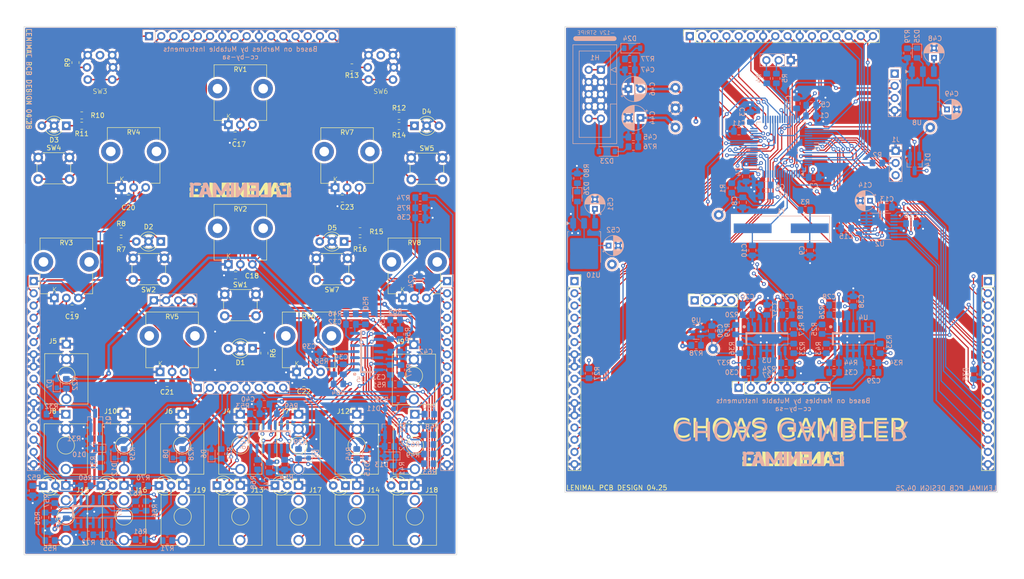
<source format=kicad_pcb>
(kicad_pcb (version 20241229) (generator "pcbnew") (generator_version "9.0")
  (layers (0 "F.Cu" signal) (4 "In1.Cu" signal) (6 "In2.Cu" signal) (2 "B.Cu" signal) (13 "F.Paste" user) (15 "B.Paste" user) (5 "F.SilkS" user "F.Silkscreen") (7 "B.SilkS" user "B.Silkscreen") (1 "F.Mask" user) (3 "B.Mask" user) (25 "Edge.Cuts" user))
  (net 0 "")
  (net 1 "+12V")
  (net 2 "GNDREF")
  (net 3 "-12V")
  (net 4 "+3.3V")
  (net 5 "+3.3VA")
  (net 6 "/stm32F405/NRST")
  (net 7 "Net-(C9-Pad1)")
  (net 8 "/stm32F405/HSC_OUT")
  (net 9 "/stm32F405/VCAP_1")
  (net 10 "/dac/DAC_V_REF")
  (net 11 "/control/DV_POT")
  (net 12 "/control/LENGTH_POT")
  (net 13 "/control/T_BIAS_POT")
  (net 14 "/control/T_RATE_POT")
  (net 15 "/control/T_JITTER_POT")
  (net 16 "-10V")
  (net 17 "/control/X_STEPS_POT")
  (net 18 "/control/X_SPREAD_POT")
  (net 19 "/control/X_BIAS_POT")
  (net 20 "/input/T_BIAS_CV")
  (net 21 "/input/DV_CV")
  (net 22 "/input/X_STEPS_CV")
  (net 23 "/dac/SYNC")
  (net 24 "/input/T_JITTER_CV")
  (net 25 "/dac/IN")
  (net 26 "/dac/SCLK")
  (net 27 "/input/T_RATE_CV")
  (net 28 "/input/X_BIAS_CV")
  (net 29 "/input/X_SPREAD_CV")
  (net 30 "Net-(U6A-+)")
  (net 31 "Net-(U5A--)")
  (net 32 "Net-(U5C--)")
  (net 33 "Net-(U6C-+)")
  (net 34 "Net-(U6B-+)")
  (net 35 "Net-(U5B--)")
  (net 36 "Net-(U5D--)")
  (net 37 "Net-(U6D-+)")
  (net 38 "+1V0")
  (net 39 "/stm32F405/VCAP_2")
  (net 41 "Net-(D1-A1)")
  (net 42 "Net-(D2-A1)")
  (net 43 "Net-(D2-A2)")
  (net 44 "Net-(D3-A2)")
  (net 45 "Net-(D3-A1)")
  (net 46 "Net-(D4-A2)")
  (net 47 "Net-(D4-A1)")
  (net 48 "Net-(D5-A1)")
  (net 49 "Net-(D5-A2)")
  (net 50 "Net-(D6-A1)")
  (net 51 "Net-(D7-A1)")
  (net 52 "Net-(D8-A1)")
  (net 53 "Net-(D9-A1)")
  (net 54 "Net-(D10-K)")
  (net 55 "Net-(D11-A1)")
  (net 56 "Net-(D12-A1)")
  (net 57 "Net-(D13-K)")
  (net 58 "/input/NORM_PROBE")
  (net 59 "Net-(D15-A1)")
  (net 60 "/output/GATE_T_1")
  (net 61 "Net-(D16-K)")
  (net 62 "Net-(D17-KA)")
  (net 63 "Net-(D17-AK)")
  (net 64 "Net-(D18-AK)")
  (net 65 "Net-(D18-KA)")
  (net 66 "Net-(D19-K)")
  (net 67 "/output/GATE_T_2")
  (net 68 "Net-(D20-K)")
  (net 69 "/output/GATE_T_3")
  (net 70 "Net-(D21-KA)")
  (net 71 "Net-(D21-AK)")
  (net 72 "Net-(D22-KA)")
  (net 73 "Net-(D22-AK)")
  (net 74 "Net-(D23-K)")
  (net 75 "Net-(D23-A)")
  (net 76 "Net-(D24-K)")
  (net 77 "Net-(D24-A)")
  (net 78 "Net-(D25-K)")
  (net 79 "Net-(D26-K)")
  (net 80 "/stm32F405/BOOT0")
  (net 81 "Net-(J2-Pin_2)")
  (net 82 "Net-(J2-Pin_3)")
  (net 83 "/stm32F405/SWD_CLK")
  (net 84 "/stm32F405/SWD_IO")
  (net 85 "Net-(J8-PadT)")
  (net 86 "Net-(J8-PadS)")
  (net 87 "Net-(J11-PadS)")
  (net 88 "Net-(J11-PadT)")
  (net 90 "Net-(J13-PadT)")
  (net 92 "Net-(J14-PadT)")
  (net 94 "Net-(J15-PadT)")
  (net 95 "Net-(J16-PadT)")
  (net 97 "/input/T_CLOCK")
  (net 98 "/input/X_CLOCK")
  (net 99 "/stm32F405/BOOT0_MCU")
  (net 100 "/stm32F405/HSC_IN")
  (net 101 "/stm32F405/TX")
  (net 102 "/stm32F405/RX")
  (net 103 "/control/LED_X_EXT_G")
  (net 104 "/control/LED_T_RANGE_R")
  (net 105 "/control/LED_T_RANGE_G")
  (net 106 "/control/LED_T_DV")
  (net 107 "Net-(R9-Pad1)")
  (net 108 "/control/LED_T_MODE_R")
  (net 109 "/control/LED_T_MODE_G")
  (net 110 "/control/LED_X_MODE_R")
  (net 111 "Net-(R13-Pad1)")
  (net 112 "/control/LED_X_DV")
  (net 113 "/control/LED_X_MODE_G")
  (net 114 "/control/LED_X_RANGE_R")
  (net 115 "/control/LED_X_RANGE_G")
  (net 116 "/dac/DAC_Y")
  (net 117 "/dac/DAC_X_2")
  (net 118 "Net-(R55-Pad1)")
  (net 119 "Net-(U7A--)")
  (net 120 "Net-(R61-Pad1)")
  (net 121 "/dac/DAC_X_1")
  (net 122 "/dac/DAC_X_3")
  (net 123 "Net-(U7B--)")
  (net 124 "Net-(R71-Pad1)")
  (net 125 "Net-(U7C--)")
  (net 126 "/control/SW_X_EXT")
  (net 127 "/control/SW_T_DV")
  (net 128 "/control/SW_T_RANGE")
  (net 129 "/control/SW_T_MODE")
  (net 130 "/control/SW_X_MODE")
  (net 131 "/control/SW_X_DV")
  (net 132 "/control/SW_X_RANGE")
  (net 135 "Net-(J17-PadT)")
  (net 137 "Net-(J18-PadT)")
  (net 140 "Net-(J19-PadT)")
  (net 141 "/stm32F405/X_CLOCK")
  (net 142 "Net-(U7D--)")
  (net 143 "Net-(U3A--)")
  (net 144 "Net-(U4C--)")
  (net 145 "Net-(U4D--)")
  (net 146 "Net-(U4B--)")
  (net 147 "Net-(U4A--)")
  (net 148 "Net-(U3D--)")
  (net 149 "/output/DAC_X_1")
  (net 150 "/output/DAC_V_REF")
  (net 151 "/output/DAC_X_2")
  (net 152 "/output/DAC_X_3")
  (net 153 "/output/DAC_Y")
  (net 154 "/stm32F405/GATE_T_2")
  (net 155 "/stm32F405/GATE_T_3")
  (net 156 "/stm32F405/GATE_T_1")
  (net 157 "Net-(U3C--)")
  (net 158 "/stm32F405/T_CLOCK")
  (net 159 "Net-(U3B--)")
  (net 160 "Net-(XP7I-Pin_9)")
  (net 161 "Net-(XP7H-Pin_8)")
  (net 162 "Net-(XP2E-Pin_5)")
  (net 163 "Net-(XP7F-Pin_6)")
  (net 164 "Net-(XP2F-Pin_6)")
  (net 165 "Net-(XP4H-Pin_8)")
  (net 166 "Net-(XP7K-Pin_11)")
  (net 167 "Net-(XP4D-Pin_4)")
  (net 168 "Net-(XP4G-Pin_7)")
  (net 169 "Net-(XP2C-Pin_3)")
  (net 170 "Net-(XP2B-Pin_2)")
  (net 171 "Net-(XP7A-Pin_1)")
  (net 172 "Net-(XP7C-Pin_3)")
  (net 173 "Net-(XP7D-Pin_4)")
  (net 174 "Net-(XP7N-Pin_14)")
  (net 175 "Net-(XP7P-Pin_16)")
  (net 176 "Net-(XP7M-Pin_13)")
  (net 177 "Net-(XP4B-Pin_2)")
  (net 178 "Net-(XP4C-Pin_3)")
  (net 179 "Net-(XP6D-Pin_4)")
  (net 180 "Net-(XP6A-Pin_1)")
  (net 181 "Net-(XP6C-Pin_3)")
  (net 182 "Net-(XP6F-Pin_6)")
  (net 183 "Net-(XP2J-Pin_10)")
  (net 184 "Net-(XP6H-Pin_8)")
  (net 185 "Net-(XP6B-Pin_2)")
  (net 186 "Net-(XP4J-Pin_10)")
  (net 187 "Net-(XP6G-Pin_7)")
  (net 188 "Net-(XP4F-Pin_6)")
  (net 189 "Net-(XP7E-Pin_5)")
  (net 190 "Net-(XP7L-Pin_12)")
  (net 191 "Net-(XP7O-Pin_15)")
  (net 192 "Net-(XP4E-Pin_5)")
  (net 193 "Net-(XP2D-Pin_4)")
  (net 194 "Net-(XP7B-Pin_2)")
  (net 195 "GND")
  (net 196 "+12VF")
  (net 197 "-12VF")
  (net 198 "+3.3VA_F")
  (footprint "Capacitor_SMD:C_0805_2012Metric_Pad1.18x1.45mm_HandSolder" (layer "F.Cu") (at 116.2 85.8)
    (property "Reference" "C23")
    (property "Value" "100nF")
  )
  (footprint "Synth:lenimal_logo_full" (layer "F.Cu") (at 210 140)
    (property "Reference" "G***" (hide yes))
    (property "Value" "LOGO" (hide yes))
  )
  (footprint "Connector_PinSocket_2.54mm:PinSocket_1x16_P2.54mm_Vertical" (layer "F.Cu") (at 188.5 52 90)
    (property "Reference" "XP8" (hide yes))
    (property "Value" "Conn_01x16_Socket")
  )
  (footprint "Synth:LED_D3.0mm-3_Dual" (layer "F.Cu") (at 56.25 70.65 180)
    (property "Reference" "D3")
    (property "Value" "T_MODE")
  )
  (footprint "Synth:ML6-H2T2GQA" (layer "F.Cu") (at 124.2 58.5)
    (property "Reference" "SW6")
    (property "Value" "SW_ML6")
  )
  (footprint "Synth:Jack_3.5mm_QingPu_WQP-PJ398SM_Vertical_CircularHoles" (layer "F.Cu") (at 131.3 137.2)
    (property "Reference" "J11" (hide yes))
    (property "Value" "INPUT")
  )
  (footprint "Synth:SW_PUSH_6mm" (layer "F.Cu") (at 95 108)
    (property "Reference" "SW1")
    (property "Value" "X_EXT")
  )
  (footprint "Synth:Potentiometer_TT_P0915N" (layer "F.Cu") (at 95 92)
    (property "Reference" "RV2")
    (property "Value" "B10K")
  )
  (footprint "Synth:SW_PUSH_6mm" (layer "F.Cu") (at 75.95 100.5)
    (property "Reference" "SW2")
    (property "Value" "T_RANGE")
  )
  (footprint "Synth:Potentiometer_TT_P0915N" (layer "F.Cu") (at 58.8 99)
    (property "Reference" "RV3")
    (property "Value" "B10K")
  )
  (footprint "Synth:Jack_3.5mm_QingPu_WQP-PJ398SM_SM" (layer "F.Cu") (at 119.2 152)
    (property "Reference" "J14")
    (property "Value" "CV_OUTPUT")
  )
  (footprint "Synth:Jack_3.5mm_QingPu_WQP-PJ398SM_Vertical_CircularHoles" (layer "F.Cu") (at 95 137.2)
    (property "Reference" "J4")
    (property "Value" "INPUT")
  )
  (footprint "Synth:Jack_3.5mm_QingPu_WQP-PJ398SM_Vertical_CircularHoles" (layer "F.Cu") (at 119.2 137.2)
    (property "Reference" "J12")
    (property "Value" "INPUT")
  )
  (footprint "Synth:SW_PUSH_6mm" (layer "F.Cu") (at 133.8 79.6)
    (property "Reference" "SW5")
    (property "Value" "X_MODE")
  )
  (footprint "Synth:lenimal_logo_full" (layer "F.Cu") (at 95 84)
    (property "Reference" "G***" (hide yes))
    (property "Value" "LOGO" (hide yes))
  )
  (footprint "Synth:LED_D3.0mm_SM" (layer "F.Cu") (at 91.45 145.55)
    (property "Reference" "D17" (hide yes))
    (property "Value" "RED_GREEN")
  )
  (footprint "Resistor_SMD:R_0805_2012Metric_Pad1.20x1.40mm_HandSolder" (layer "F.Cu") (at 70.2 92.7)
    (property "Reference" "R8")
    (property "Value" "680R")
  )
  (footprint "Synth:Jack_3.5mm_QingPu_WQP-PJ398SM_Vertical_CircularHoles" (layer "F.Cu") (at 107.1 137.2)
    (property "Reference" "J7")
    (property "Value" "INPUT")
  )
  (footprint "Resistor_SMD:R_0805_2012Metric_Pad1.20x1.40mm_HandSolder" (layer "F.Cu") (at 70.2 94.7)
    (property "Reference" "R7")
    (property "Value" "680R")
  )
  (footprint "Resistor_SMD:R_0805_2012Metric_Pad1.20x1.40mm_HandSolder" (layer "F.Cu") (at 62 70.65 180)
    (property "Reference" "R11")
    (property "Value" "680R")
  )
  (footprint "Synth:Jack_3.5mm_QingPu_WQP-PJ398SM_SM" (layer "F.Cu") (at 95 152)
    (property "Reference" "J13")
    (property "Value" "CV_OUTPUT")
  )
  (footprint "Synth:Potentiometer_TT_P0915N" (layer "F.Cu") (at 72.8 76)
    (property "Reference" "RV4")
    (property "Value" "B10K")
  )
  (footprint "Synth:Potentiometer_TT_P0915N" (layer "F.Cu") (at 131.2 99)
    (property "Reference" "RV8")
    (property "Value" "B10K")
  )
  (footprint "Resistor_SMD:R_0805_2012Metric_Pad1.20x1.40mm_HandSolder" (layer "F.Cu") (at 62 68.5 180)
    (property "Reference" "R10")
    (property "Value" "680R")
  )
  (footprint "Capacitor_SMD:C_0805_2012Metric_Pad1.18x1.45mm_HandSolder" (layer "F.Cu") (at 94 101.8)
    (property "Reference" "C18")
    (property "Value" "100nF")
  )
  (footprint "Synth:Jack_3.5mm_QingPu_WQP-PJ398SM_SM" (layer "F.Cu") (at 58.7 152)
    (property "Reference" "J15")
    (property "Value" "GATE_OUTPUT")
  )
  (footprint "Synth:Jack_3.5mm_QingPu_WQP-PJ398SM_Vertical_CircularHoles" (layer "F.Cu") (at 131.1 122.7)
    (property "Reference" "J9")
    (property "Value" "INPUT")
  )
  (footprint "Synth:Jack_3.5mm_QingPu_WQP-PJ398SM_SM" (layer "F.Cu") (at 70.8 152)
    (property "Reference" "J16")
    (property "Value" "GATE_OUTPUT")
  )
  (footprint "Synth:Jack_3.5mm_QingPu_WQP-PJ398SM_Vertical_CircularHoles" (layer "F.Cu") (at 70.8 137.2)
    (property "Reference" "J10")
    (property "Value" "INPUT")
  )
  (footprint "Synth:SW_PUSH_6mm" (layer "F.Cu") (at 114.05 100.5)
    (property "Reference" "SW7")
    (property "Value" "X_RANGE")
  )
  (footprint "Connector_PinSocket_2.54mm:PinSocket_1x16_P2.54mm_Vertical" (layer "F.Cu") (at 250.5 103)
    (property "Reference" "XP3" (hide yes))
    (property "Value" "Conn_01x16_Socket")
  )
  (footprint "Resistor_SMD:R_0805_2012Metric_Pad1.20x1.40mm_HandSolder" (layer "F.Cu") (at 100 118 90)
    (property "Reference" "R6")
    (property "Value" "680R")
  )
  (footprint "Synth:LED_D3.0mm_SM" (layer "F.Cu") (at 127.6 145.55 180)
    (property "Reference" "D22" (hide yes))
    (property "Value" "RED_GREEN")
  )
  (footprint "Synth:ML6-H2T2GQA" (layer "F.Cu") (at 65.8 58.5)
    (property "Reference" "SW3")
    (property "Value" "SW_ML6")
  )
  (footprint "Synth:Jack_3.5mm_QingPu_WQP-PJ398SM_SM" (layer "F.Cu") (at 131.3 152)
    (property "Reference" "J18")
    (property "Value" "CV_OUTPUT")
  )
  (footprint "Resistor_SMD:R_0805_2012Metric_Pad1.20x1.40mm_HandSolder" (layer "F.Cu") (at 128 70.7)
    (property "Reference" "R14")
    (property "Value" "680R")
  )
  (footprint "Synth:Potentiometer_TT_P0915N" (layer "F.Cu") (at 109.2 114.4)
    (property "Reference" "RV6")
    (property "Value" "B10K")
  )
  (footprint "Synth:Jack_3.5mm_QingPu_WQP-PJ398SM_Vertical_CircularHoles" (layer "F.Cu") (at 58.7 137.2)
    (property "Reference" "J8")
    (property "Value" "INPUT")
  )
  (footprint "Connector_PinSocket_2.54mm:PinSocket_1x08_P2.54mm_Vertical" (layer "F.Cu") (at 198.625 125.2 90)
    (property "Reference" "XP5" (hide yes))
    (property "Value" "Conn_01x08_Socket")
  )
  (footprint "Synth:LED_D3.0mm_SM" (layer "F.Cu") (at 67.3 145.55)
    (property "Reference" "D19" (hide yes))
    (property "Value" "GREEN")
  )
  (footprint "Synth:Jack_3.5mm_QingPu_WQP-PJ398SM_Vertical_CircularHoles" (layer "F.Cu") (at 82.9 137.2)
    (property "Reference" "J6")
    (property "Value" "INPUT")
  )
  (footprint "Connector_PinSocket_2.54mm:PinSocket_1x04_P2.54mm_Vertical" (layer "F.Cu") (at 189.5 107 90)
    (property "Reference" "XP10" (hide yes))
    (property "Value" "Conn_01x04_Socket")
  )
  (footprint "Resistor_SMD:R_0805_2012Metric_Pad1.20x1.40mm_HandSolder" (layer "F.Cu") (at 60.7 57.5 90)
    (property "Reference" "R9")
    (property "Value" "470R")
  )
  (footprint "Synth:LED_D3.0mm_SM" (layer "F.Cu") (at 79.35 145.55)
    (property "Reference" "D20" (hide yes))
    (property "Value" "GREEN")
  )
  (footprint "Synth:Potentiometer_TT_P0915N" (layer "F.Cu") (at 117.2 76.025)
    (property "Reference" "RV7")
    (property "Value" "B10K")
  )
  (footprint "Synth:LED_D3.0mm-3_Dual_SM" (layer "F.Cu") (at 75.9 94.75 180)
    (property "Reference" "D2")
    (property "Value" "T_RANGE")
  )
  (footprint "Synth:LED_D3.0mm-3_Dual_SM" (layer "F.Cu") (at 114.05 94.75 180)
    (property "Reference" "D5")
    (property "Value" "X_RANGE")
  )
  (footprint "Synth:Jack_3.5mm_QingPu_WQP-PJ398SM_SM" (layer "F.Cu") (at 107.1 152)
    (property "Reference" "J17")
    (property "Value" "CV_OUTPUT")
  )
  (footprint "Resistor_SMD:R_0805_2012Metric_Pad1.20x1.40mm_HandSolder" (layer "F.Cu") (at 118.2 58.5 180)
    (property "Reference" "R13")
    (property "Value" "470R")
  )
  (footprint "Resistor_SMD:R_0805_2012Metric_Pad1.20x1.40mm_HandSolder" (layer "F.Cu") (at 119.9 94.7 180)
    (property "Reference" "R16")
    (property "Value" "680R")
  )
  (footprint "Capacitor_SMD:C_0805_2012Metric_Pad1.18x1.45mm_HandSolder" (layer "F.Cu") (at 79.7625 124.2)
    (property "Reference" "C21")
    (property "Value" "100nF")
  )
  (footprint "Synth:LED_D3.0mm-3_Dual" (layer "F.Cu") (at 95 117 180)
    (property "Reference" "D1")
    (property "Value" "X_EXT")
  )
  (footprint "Resistor_SMD:R_0805_2012Metric_Pad1.20x1.40mm_HandSolder" (layer "F.Cu") (at 119.9 92.6 180)
    (property "Reference" "R15")
    (property "Value" "680R")
  )
  (footprint "Capacitor_SMD:C_0805_2012Metric_Pad1.18x1.45mm_HandSolder" (layer "F.Cu") (at 93.9 72.7)
    (property "Reference" "C17")
    (property "Value" "100nF")
  )
  (footprint "Synth:Jack_3.5mm_QingPu_WQP-PJ398SM_SM" (layer "F.Cu") (at 83 152)
    (property "Reference" "J19")
    (property "Value" "GATE_OUTPUT")
  )
  (footprint "Synth:Potentiometer_TT_P0915N" (layer "F.Cu") (at 95 62.925)
    (property "Reference" "RV1")
    (property "Value" "B10K")
  )
  (footprint "Capacitor_SMD:C_0805_2012Metric_Pad1.18x1.45mm_HandSolder" (layer "F.Cu") (at 108.2 124.2)
    (property "Reference" "C22")
    (property "Value" "100nF")
  )
  (footprint "Synth:LED_D3.0mm-3_Dual" (layer "F.Cu") (at 133.75 70.65)
    (property "Reference" "D4")
    (property "Value" "X_MODE")
  )
  (footprint "Synth:SW_PUSH_6mm" (layer "F.Cu") (at 56.2 79.5)
    (property "Reference" "SW4")
    (property "Value" "T_MODE")
  )
  (footprint "Synth:LED_D3.0mm_SM" (layer "F.Cu") (at 115.55 145.55 180)
    (property "Reference" "D18" (hide yes))
    (property "Value" "RED_GREEN")
  )
  (footprint "Connector_PinSocket_2.54mm:PinSocket_1x16_P2.54mm_Vertical" (layer "F.Cu") (at 164.5 103)
    (property "Reference" "XP1" (hide yes))
    (property "Value" "Conn_01x16_Socket")
  )
  (footprint "Capacitor_SMD:C_0805_2012Metric_Pad1.18x1.45mm_HandSolder" (layer "F.Cu") (at 71.7 85.8)
    (property "Reference" "C20")
    (property "Value" "100nF")
  )
  (footprint "Synth:Jack_3.5mm_QingPu_WQP-PJ398SM_Vertical_CircularHoles" (layer "F.Cu") (at 58.8 122.6)
    (property "Reference" "J5")
    (property "Value" "INPUT")
  )
  (footprint "Synth:LED_D3.0mm_SM" (layer "F.Cu") (at 103.5 145.55)
    (property "Reference" "D21" (hide yes))
    (property "Value" "RED_GREEN")
  )
  (footprint "Synth:Potentiometer_TT_P0915N" (layer "F.Cu") (at 80.8 114.4)
    (property "Reference" "RV5")
    (property "Value" "B10K")
  )
  (footprint "Capacitor_SMD:C_0805_2012Metric_Pad1.18x1.45mm_HandSolder" (layer "F.Cu") (at 60 108.7 180)
    (property "Reference" "C19")
    (property "Value" "100nF")
  )
  (footprint "Resistor_SMD:R_0805_2012Metric_Pad1.20x1.40mm_HandSolder" (layer "F.Cu") (at 128 68.6)
    (property "Reference" "R12")
    (property "Value" "680R")
  )
  (footprint "Synth:LED_D3.0mm_SM" (layer "F.Cu") (at 55.3 145.6)
    (property "Reference" "D16" (hide yes))
    (property "Value" "GREEN")
  )
  (footprint "Resistor_SMD:R_0805_2012Metric_Pad1.20x1.40mm_HandSolder" (layer "B.Cu") (at 114.4 121.4 -90)
    (property "Reference" "R58")
    (property "Value" "100K")
  )
  (footprint "Diode_SMD:D_0603_1608Metric_Pad1.05x0.95mm_HandSolder" (layer "B.Cu") (at 56.8 124.35 90)
    (property "Reference" "D7")
    (property "Value" "TDK_B72500 [OPT]")
  )
  (footprint "Synth:SOIC-14" (layer "B.Cu") (at 204.5 115 -90)
    (property "Reference" "U3")
    (property "Value" "MCP6004")
  )
  (footprint "Connector_PinHeader_2.54mm:PinHeader_1x03_P2.54mm_Vertical" (layer "B.Cu") (at 231.3 75.86 180)
    (property "Reference" "J1")
    (property "Value" "BOOT_RUN")
  )
  (footprint "Capacitor_SMD:C_0805_2012Metric_Pad1.18x1.45mm_HandSolder" (layer "B.Cu") (at 221 92)
    (property "Reference" "C15")
    (property "Value" "100nF")
  )
  (footprint "Resistor_SMD:R_0805_2012Metric_Pad1.20x1.40mm_HandSolder" (layer "B.Cu") (at 54.4 152.2 90)
    (property "Reference" "R56")
    (property "Value" "39K")
  )
  (footprint "Resistor_SMD:R_0805_2012Metric_Pad1.20x1.40mm_HandSolder" (layer "B.Cu") (at 74.8 145.6 180)
    (property "Reference" "R70")
    (property "Value" "180R")
  )
  (footprint "Resistor_SMD:R_0805_2012Metric_Pad1.20x1.40mm_HandSolder" (layer "B.Cu") (at 132.4 85.6 180)
    (property "Reference" "R74")
    (property "Value" "150K")
  )
  (footprint "Crystal:Crystal_SMD_HC49-SD_HandSoldering" (layer "B.Cu") (at 207.5 92 180)
    (property "Reference" "Y1")
    (property "Value" "8MHZ")
  )
  (footprint "Diode_SMD:D_SOD-123" (layer "B.Cu") (at 171.25 76 180)
    (property "Reference" "D23")
    (property "Value" "1N5819")
  )
  (footprint "Connector_PinHeader_2.54mm:PinHeader_1x08_P2.54mm_Vertical" (layer "B.Cu") (at 86.125 125.2 -90)
    (property "Reference" "XP6" (hide yes))
    (property "Value" "Conn_01x08_Pin")
  )
  (footprint "Resistor_SMD:R_0805_2012Metric_Pad1.20x1.40mm_HandSolder" (layer "B.Cu") (at 132.3825 87.72)
    (property "Reference" "R75")
    (property "Value" "100K")
  )
  (footprint "Capacitor_SMD:C_0805_2012Metric_Pad1.18x1.45mm_HandSolder" (layer "B.Cu") (at 222.5 107.2 90)
    (property "Reference" "C38")
    (property "Value" "100nF")
  )
  (footprint "Resistor_SMD:R_0805_2012Metric_Pad1.20x1.40mm_HandSolder" (layer "B.Cu") (at 198.9 117 -90)
    (property "Reference" "R36")
    (property "Value" "200K")
  )
  (footprint "Connector_PinHeader_2.54mm:PinHeader_1x16_P2.54mm_Vertical" (layer "B.Cu") (at 52 103 180)
    (property "Reference" "XP2" (hide yes))
    (property "Value" "Conn_01x16_Pin")
  )
  (footprint "Package_TO_SOT_SMD:SOT-23_Handsoldering" (layer "B.Cu") (at 235.25 78.5 -90)
    (property "Reference" "D14")
    (property "Value" "BAT54S")
  )
  (footprint "Diode_SMD:D_0603_1608Metric_Pad1.05x0.95mm_HandSolder" (layer "B.Cu") (at 81 138.95 90)
    (property "Reference" "D8")
    (property "Value" "TDK_B72500")
  )
  (footprint "Diode_SMD:D_0603_1608Metric_Pad1.05x0.95mm_HandSolder" (layer "B.Cu") (at 89 138.95 90)
    (property "Reference" "D6")
    (property "Value" "TDK_B72500 [OPT]")
  )
  (footprint "Resistor_SMD:R_0805_2012Metric_Pad1.20x1.40mm_HandSolder" (layer "B.Cu") (at 134.2 137 180)
    (property "Reference" "R62")
    (property "Value" "23K7")
  )
  (footprint "Diode_SMD:D_0603_1608Metric_Pad1.05x0.95mm_HandSolder" (layer "B.Cu") (at 68.8 138.95 90)
    (property "Reference" "D12")
    (property "Value" "TDK_B72500 [OPT]")
  )
  (footprint "Resistor_SMD:R_0805_2012Metric_Pad1.20x1.40mm_HandSolder" (layer "B.Cu") (at 197.2 83.6 90)
    (property "Reference" "R1")
    (property "Value" "10K")
  )
  (footprint "Resistor_SMD:R_0805_2012Metric_Pad1.20x1.40mm_HandSolder" (layer "B.Cu") (at 134.3 130.7)
    (property "Reference" "R40")
    (property "Value" "100K")
  )
  (footprint "Resistor_SMD:R_0805_2012Metric_Pad1.20x1.40mm_HandSolder" (layer "B.Cu") (at 216.9 117 -90)
    (property "Reference" "R43")
    (property "Value" "200K")
  )
  (footprint "Resistor_SMD:R_0805_2012Metric_Pad1.20x1.40mm_HandSolder" (layer "B.Cu") (at 62.8 145.6 180)
    (property "Reference" "R60")
    (property "Value" "180R")
  )
  (footprint "Capacitor_SMD:C_0805_2012Metric_Pad1.18x1.45mm_HandSolder" (layer "B.Cu") (at 208.5 122.1 180)
    (property "Reference" "C27")
    (property "Value" "4.7nF")
  )
  (footprint "Capacitor_SMD:C_0805_2012Metric_Pad1.18x1.45mm_HandSolder" (layer "B.Cu") (at 199.5 86.6 -90)
    (property "Reference" "C8")
    (property "Value" "100nF")
  )
  (footprint "Capacitor_SMD:C_0805_2012Metric_Pad1.18x1.45mm_HandSolder" (layer "B.Cu") (at 201.5 96.6 -90)
    (property "Reference" "C10")
    (property "Value" "20pF")
  )
  (footprint "Resistor_SMD:R_0805_2012Metric_Pad1.20x1.40mm_HandSolder" (layer "B.Cu") (at 210.1 117 -90)
    (property "Reference" "R23")
    (property "Value" "200K")
  )
  (footprint "Synth:SOIC-14" (layer "B.Cu") (at 101 135.4 -90)
    (property "Reference" "U6")
    (property "Value" "TL074")
  )
  (footprint "Package_TO_SOT_SMD:TO-252-3_TabPin2" (layer "B.Cu") (at 166.5 96 -90)
    (property "Reference" "U10")
    (property "Value" "LM1117DT-3.3")
  )
  (footprint "Resistor_SMD:R_0805_2012Metric_Pad1.20x1.40mm_HandSolder" (layer "B.Cu") (at 126.8 142.4 90)
    (property "Reference" "R41")
    (property "Value" "100K")
  )
  (footprint "Capacitor_SMD:C_0805_2012Metric_Pad1.18x1.45mm_HandSolder" (layer "B.Cu") (at 218.5 122)
    (property "Reference" "C31")
    (property "Value" "4.7nF")
  )
  (footprint "Capacitor_SMD:C_0805_2012Metric_Pad1.18x1.45mm_HandSolder" (layer "B.Cu") (at 204.2875 83)
    (property "Reference" "C6")
    (property "Value" "100nF")
  )
  (footprint "Synth:SOIC-14" (layer "B.Cu") (at 222.5 115 -90)
    (property "Reference" "U4")
    (property "Value" "MCP6004")
  )
  (footprint "Capacitor_SMD:C_0805_2012Metric_Pad1.18x1.45mm_HandSolder" (layer "B.Cu") (at 213.7375 66.4 180)
    (property "Reference" "C5")
    (property "Value" "10uF")
  )
  (footprint "Resistor_SMD:R_0805_2012Metric_Pad1.20x1.40mm_HandSolder" (layer "B.Cu") (at 134.2 141 180)
    (property "Reference" "R63")
    (property "Value" "23K7")
  )
  (footprint "Resistor_SMD:R_0805_2012Metric_Pad1.20x1.40mm_HandSolder" (layer "B.Cu") (at 216 113 90)
    (property "Reference" "R25")
    (property "Value" "200K")
  )
  (footprint "Capacitor_SMD:C_0805_2012Metric_Pad1.18x1.45mm_HandSolder" (layer "B.Cu") (at 200.2 81.2 90)
    (property "Reference" "C4")
    (property "Value" "100nF")
  )
  (footprint "Resistor_SMD:R_0805_2012Metric_Pad1.20x1.40mm_HandSolder" (layer "B.Cu") (at 128.4 121.474614 -90)
    (property "Reference" "R47")
    (property "Value" "100K")
  )
  (footprint "Diode_SMD:D_SOD-323_HandSoldering" (layer "B.Cu") (at 65 137.8 180)
    (property "Reference" "D10")
    (property "Value" "1N4148WS")
  )
  (footprint "Resistor_SMD:R_0805_2012Metric_Pad1.20x1.40mm_HandSolder" (layer "B.Cu") (at 134.2 135 180)
    (property "Reference" "R48")
    (property "Value" "23K7")
  )
  (footprint "Package_TO_SOT_SMD:SOT-23_Handsoldering" (layer "B.Cu") (at 64.8 132 90)
    (property "Reference" "Q1")
    (property "Value" "MMBT3904")
  )
  (footprint "Resistor_SMD:R_0805_2012Metric_Pad1.20x1.40mm_HandSolder" (layer "B.Cu") (at 83 138.95 -90)
    (property "Reference" "R28")
    (property "Value" "100K")
  )
  (footprint "Capacitor_SMD:C_0805_2012Metric_Pad1.18x1.45mm_HandSolder" (layer "B.Cu") (at 100 128.6 180)
    (property "Reference" "C40")
    (property "Value" "100nF")
  )
  (footprint "Capacitor_SMD:C_0805_2012Metric_Pad1.18x1.45mm_HandSolder" (layer "B.Cu") (at 101 141.8 90)
    (property "Reference" "C43")
    (property "Value" "100nF")
  )
  (footprint "Capacitor_SMD:C_0805_2012Metric_Pad1.18x1.45mm_HandSolder" (layer "B.Cu") (at 127.2 117.8 180)
    (property "Reference" "C42")
    (property "Value" "100nF")
  )
  (footprint "Resistor_SMD:R_0805_2012Metric_Pad1.20x1.40mm_HandSolder" (layer "B.Cu") (at 212.5 88.2 180)
    (property "Reference" "R3")
    (property "Value" "100R")
  )
  (footprint "Resistor_SMD:R_0805_2012Metric_Pad1.20x1.40mm_HandSolder" (layer "B.Cu") (at 98.6 141.2 90)
    (property "Reference" "R68")
    (property "Value" "680R")
  )
  (footprint "Package_TO_SOT_SMD:TO-252-3_TabPin2" (layer "B.Cu") (at 236.975 64.415 -90)
    (property "Reference" "U8")
    (property "Value" "LM1117DT-3.3")
  )
  (footprint "Resistor_SMD:R_0805_2012Metric_Pad1.20x1.40mm_HandSolder" (layer "B.Cu") (at 126 137.4)
    (property "Reference" "R42")
    (property "Value" "100K")
  )
  (footprint "Resistor_SMD:R_0805_2012Metric_Pad1.20x1.40mm_HandSolder" (layer "B.Cu") (at 115.4 124.4 180)
    (property "Reference" "R64")
    (property "Value" "1K")
  )
  (footprint "Resistor_SMD:R_0805_2012Metric_Pad1.20x1.40mm_HandSolder" (layer "B.Cu") (at 208.5 120 180)
    (property "Reference" "R24")
    (property "Value" "33K")
  )
  (footprint "Capacitor_SMD:C_0805_2012Metric_Pad1.18x1.45mm_HandSolder" (layer "B.Cu") (at 126.2 114.0375 -90)
    (property "Reference" "C35")
    (property "Value" "49pF")
  )
  (footprint "Resistor_SMD:R_0805_2012Metric_Pad1.20x1.40mm_HandSolder" (layer "B.Cu") (at 58.8 124.35 -90)
    (property "Reference" "R22")
    (property "Value" "100K")
  )
  (footprint "Resistor_SMD:R_0805_2012Metric_Pad1.20x1.40mm_HandSolder" (layer "B.Cu") (at 63.4 155.8)
    (property "Reference" "R72")
    (property "Value" "39K")
  )
  (footprint "Resistor_SMD:R_0805_2012Metric_Pad1.20x1.40mm_HandSolder" (layer "B.Cu") (at 247.5 122.4 90)
    (property "Reference" "R35")
    (property "Value" "10K")
  )
  (footprint "Resistor_SMD:R_0805_2012Metric_Pad1.20x1.40mm_HandSolder" (layer "B.Cu") (at 67.2 155.8)
    (property "Reference" "R73")
    (property "Value" "56K")
  )
  (footprint "Capacitor_SMD:C_0805_2012Metric_Pad1.18x1.45mm_HandSolder" (layer "B.Cu") (at 198.7 71.8 180)
    (property "Reference" "C11")
    (property "Value" "2.2uF")
  )
  (footprint "Connector_PinHeader_2.54mm:PinHeader_1x03_P2.54mm_Vertical" (layer "B.Cu") (at 209.5 57 90)
    (property "Reference" "J2" (hide yes))
    (property "Value" "RX/TX")
  )
  (footprint "Resistor_SMD:R_0805_2012Metric_Pad1.20x1.40mm_HandSolder" (layer "B.Cu") (at 70.8 138.95 -90)
    (property "Reference" "R39")
    (property "Value" "100K")
  )
  (footprint "Capacitor_SMD:C_0805_2012Metric_Pad1.18x1.45mm_HandSolder" (layer "B.Cu") (at 118 112 180)
    (property "Reference" "C32")
    (property "Value" "49pF")
  )
  (footprint "Package_TO_SOT_SMD:SOT-23" (layer "B.Cu") (at 189.8125 113.55 180)
    (property "Reference" "U9")
    (property "Value" "LM4040DBZ-10")
  )
  (footprint "Connector_PinHeader_2.54mm:PinHeader_1x16_P2.54mm_Vertical" (layer "B.Cu") (at 138 103 180)
    (property "Reference" "XP4" (hide yes))
    (property "Value" "Conn_01x16_Pin")
  )
  (footprint "Capacitor_THT:CP_Radial_D4.0mm_P2.00mm" (layer "B.Cu") (at 168.75 87.9726 90)
    (property "Reference" "C51")
    (property "Value" "10uF")
  )
  (footprint "Connector_Pin:Pin_D1.0mm_L10.0mm" (layer "B.Cu") (at 172.3 99.5)
    (property "Reference" "TP2" (hide yes))
    (property "Value" "+3.3VA")
  )
  (footprint "Resistor_SMD:R_0805_2012Metric_Pad1.20x1.40mm_HandSolder" (layer "B.Cu") (at 208.7 110 180)
    (property "Reference" "R18")
    (property "Value" "33K")
  )
  (footprint "Resistor_SMD:R_0805_2012Metric_Pad1.20x1.40mm_HandSolder" (layer "B.Cu") (at 128.2 114.0375 90)
    (property "Reference" "R59")
    (property "Value" "100K")
  )
  (footprint "Resistor_SMD:R_0805_2012Metric_Pad1.20x1.40mm_HandSolder" (layer "B.Cu") (at 134.2 139 180)
    (property "Reference" "R49")
    (property "Value" "23K7")
  )
  (footprint "Resistor_SMD:R_0805_2012Metric_Pad1.20x1.40mm_HandSolder" (layer "B.Cu") (at 107.1 138.95 -90)
    (property "Reference" "R29")
    (property "Value" "100K")
  )
  (footprint "Capacitor_SMD:C_0805_2012Metric_Pad1.18x1.45mm_HandSolder" (layer "B.Cu") (at 208.7 108 180)
    (property "Reference" "C25")
    (property "Value" "4.7nF")
  )
  (footprint "Capacitor_SMD:C_0805_2012Metric_Pad1.18x1.45mm_HandSolder" (layer "B.Cu") (at 204.2875 85.25)
    (property "Reference" "C7")
    (property "Value" "1uF")
  )
  (footprint "Resistor_SMD:R_0805_2012Metric_Pad1.20x1.40mm_HandSolder" (layer "B.Cu") (at 189.8125 116.35)
    (property "Reference" "R78")
    (property "Value" "1K")
  )
  (footprint "Diode_SMD:D_0603_1608Metric_Pad1.05x0.95mm_HandSolder" (layer "B.Cu") (at 109.2 138.95 90)
    (property "Reference" "D9")
    (property "Value" "TDK_B72500 [OPT]")
  )
  (footprint "Resistor_SMD:R_0805_2012Metric_Pad1.20x1.40mm_HandSolder" (layer "B.Cu") (at 200.7 120)
    (property "Reference" "R37")
    (property "Value" "33K")
  )
  (footprint "Synth:lenimal_logo_full" (layer "B.Cu") (at 95 84 180)
    (property "Reference" "G***" (hide yes))
    (property "Value" "LOGO" (hide yes))
  )
  (footprint "Diode_SMD:D_SOD-123" (layer "B.Cu") (at 176.5 54.5)
    (property "Reference" "D24")
    (property "Value" "1N5819")
  )
  (footprint "Capacitor_THT:CP_Radial_D4.0mm_P2.00mm" (layer "B.Cu") (at 239.3 56.5 90)
    (property "Reference" "C48")
    (property "Value" "10uF")
  )
  (footprint "Resistor_SMD:R_0805_2012Metric_Pad1.20x1.40mm_HandSolder" (layer "B.Cu") (at 66 140.8 90)
    (property "Reference" "R30")
    (property "Value" "100K")
  )
  (footprint "Resistor_SMD:R_0805_2012Metric_Pad1.20x1.40mm_HandSolder" (layer "B.Cu") (at 127.8 127.6)
    (property "Reference" "R38")
    (property "Value" "100K")
  )
  (footprint "Connector_PinHeader_2.54mm:PinHeader_1x04_P2.54mm_Vertical" (layer "B.Cu") (at 231.1 59.8 180)
    (property "Reference" "J3" (hide yes))
    (property "Value" "IO/CLK")
  )
  (footprint "Resistor_SMD:R_0805_2012Metric_Pad1.20x1.40mm_HandSolder" (layer "B.Cu") (at 118 109.8)
    (property "Reference" "R46")
    (property "Value" "100K")
  )
  (footprint "Package_QFP:LQFP-64_10x10mm_P0.5mm" (layer "B.Cu") (at 207.5 75 90)
    (property "Reference" "U1")
    (property "Value" "STM32F405RGTx")
  )
  (footprint "Connector_Pin:Pin_D1.0mm_L10.0mm" (layer "B.Cu") (at 185.5 71)
    (property "Reference" "TP4" (hide yes))
    (property "Value" "+12V")
  )
  (footprint "Resistor_SMD:R_0805_2012Metric_Pad1.20x1.40mm_HandSolder" (layer "B.Cu") (at 127.2 111.0375)
    (property "Reference" "R65")
    (property "Value" "1K")
  )
  (footprint "Connector_Pin:Pin_D1.0mm_L10.0mm" (layer "B.Cu") (at 194.5 89.2 180)
    (property "Reference" "TP1" (hide yes))
    (property "Value" "NSRT")
  )
  (footprint "Capacitor_SMD:C_0805_2012Metric_Pad1.18x1.45mm_HandSolder" (layer "B.Cu") (at 218.5 108)
    (property "Reference" "C28")
    (property "Value" "4.7nF")
  )
  (footprint "Capacitor_THT:CP_Radial_D4.0mm_P2.00mm" (layer "B.Cu") (at 242 67.25)
    (property "Reference" "C49")
    (property "Value" "10uF")
  )
  (footprint "Connector_PinHeader_2.54mm:PinHeader_1x04_P2.54mm_Vertical" (layer "B.Cu") (at 77 107 -90)
    (property "Reference" "XP9" (hide yes))
    (property "Value" "Conn_01x04_Pin")
  )
  (footprint "Capacitor_SMD:C_0805_2012Metric_Pad1.18x1.45mm_HandSolder" (layer "B.Cu") (at 176.0375 59)
    (property "Reference" "C47")
    (property "Value" "100nF")
  )
  (footprint "Resistor_SMD:R_0805_2012Metric_Pad1.20x1.40mm_HandSolder" (layer "B.Cu") (at 200.5 110)
    (property "Reference" "R20")
    (property "Value" "33K")
  )
  (footprint "Package_SO:TSSOP-16_4.4x5mm_P0.65mm" (layer "B.Cu") (at 228.1 91.6 180)
    (property "Reference" "U2")
    (property "Value" "DAC8164/8165")
  )
  (footprint "Connector_Pin:Pin_D1.0mm_L10.0mm" (layer "B.Cu") (at 238.5 71)
    (property "Reference" "TP3" (hide yes))
    (property "Value" "+3.3V")
  )
  (footprint "Capacitor_SMD:C_0805_2012Metric_Pad1.18x1.45mm_HandSolder" (layer "B.Cu") (at 226.7 122 180)
    (property "Reference" "C29")
    (property "Value" "4.7nF")
  )
  (footprint "Capacitor_THT:CP_Radial_D4.0mm_P2.00mm" (layer "B.Cu") (at 225.9726 86.25 180)
    (property "Reference" "C14")
    (property "Value" "10uF")
  )
  (footprint "Capacitor_SMD:C_0805_2012Metric_Pad1.18x1.45mm_HandSolder" (layer "B.Cu") (at 193.0625 113.35 -90)
    (property "Reference" "C50")
    (property "Value" "470n")
  )
  (footprint "Capacitor_THT:CP_Radial_D4.0mm_P2.00mm" (layer "B.Cu") (at 171.6 95.6)
    (property "Reference" "C52")
    (property "Value" "10uF")
  )
  (footprint "Capacitor_SMD:C_0805_2012Metric_Pad1.18x1.45mm_HandSolder" (layer "B.Cu") (at 210.7 66 90)
    (property "Reference" "C12")
    (property "Value" "2.2uF")
  )
  (footprint "Connector_Pin:Pin_D1.0mm_L10.0mm" (layer "B.Cu") (at 193.3125 117.1 180)
    (property "Reference" "TP7" (hide yes))
    (property "Value" "-10V")
  )
  (footprint "Diode_SMD:D_0603_1608Metric_Pad1.05x0.95mm_HandSolder" (layer "B.Cu") (at 126 129.6 180)
    (property "Reference" "D11")
    (property "Value" "TDK_B72500 [OPT]")
  )
  (footprint "Capacitor_THT:CP_Radial_D5.0mm_P2.50mm" (layer "B.Cu") (at 175.705113 63)
    (property "Reference" "C46")
    (property "Value" "47uF")
  )
  (footprint "Resistor_SMD:R_0805_2012Metric_Pad1.20x1.40mm_HandSolder" (layer "B.Cu") (at 127.2 124.474614)
    (property "Reference" "R51")
    (property "Value" "1K")
  )
  (footprint "Resistor_SMD:R_0805_2012Metric_Pad1.20x1.40mm_HandSolder" (layer "B.Cu") (at 55.7 130.7 180)
    (property "Reference" "R32")
    (property "Value" "100K")
  )
  (footprint "Resistor_SMD:R_0805_2012Metric_Pad1.20x1.40mm_HandSolder" (layer "B.Cu") (at 204.5 60.8 -90)
    (property "Reference" "R4")
    (property "Value" "100R")
  )
  (footprint "Resistor_SMD:R_0805_2012Metric_Pad1.20x1.40mm_HandSolder" (layer "B.Cu") (at 176.75 75)
    (property "Reference" "R76")
    (property "Value" "10R")
  )
  (footprint "Capacitor_SMD:C_0805_2012Metric_Pad1.18x1.45mm_HandSolder" (layer "B.Cu") (at 201.1 68.8375 -90)
    (property "Reference" "C3")
    (property "Value" "100nF")
  )
  (footprint "Capacitor_SMD:C_0805_2012Metric_Pad1.18x1.45mm_HandSolder" (layer "B.Cu") (at 234.5 91 180)
    (property "Reference" "C16")
    (property "Value" "470nF")
  )
  (footprint "Resistor_SMD:R_0805_2012Metric_Pad1.20x1.40mm_HandSolder" (layer "B.Cu") (at 74.2 156.8 180)
    (property "Reference" "R61")
    (property "Value" "1K")
  )
  (footprint "Resistor_SMD:R_0805_2012Metric_Pad1.20x1.40mm_HandSolder" (layer "B.Cu") (at 227.5 78.4 180)
    (property "Reference" "R2")
    (property "Value" "10K")
  )
  (footprint "Capacitor_THT:CP_Radial_D5.0mm_P2.50mm" (layer "B.Cu") (at 178.205113 69 180)
    (property "Reference" "C44")
    (property "Value" "47uF")
  )
  (footprint "Capacitor_SMD:C_0805_2012Metric_Pad1.18x1.45mm_HandSolder" (layer "B.Cu") (at 58.8 153.4 -90)
    (property "Reference" "C41")
    (property "Value" "100nF")
  )
  (footprint "Resistor_SMD:R_0805_2012Metric_Pad1.20x1.40mm_HandSolder" (layer "B.Cu") (at 198 113.1 90)
    (property "Reference" "R19")
    (property "Value" "200K")
  )
  (footprint "Resistor_SMD:R_0805_2012Metric_Pad1.20x1.40mm_HandSolder" (layer "B.Cu") (at 121 111 90)
    (property "Reference" "R50")
    (property "Value" "1K")
  )
  (footprint "Capacitor_SMD:C_0805_2012Metric_Pad1.18x1.45mm_HandSolder" (layer "B.Cu") (at 214.25 81.4 180)
    (property "Reference" "C2")
    (property "Value" "100nF")
  )
  (footprint "Package_TO_SOT_SMD:SOT-23_Handsoldering" (layer "B.Cu") (at 126.05 133.5 90)
    (property "Reference" "Q2")
    (property "Value" "MMBT3904")
  )
  (footprint "Connector_Pin:Pin_D1.0mm_L10.0mm" (layer "B.Cu") (at 185.5 67)
    (property "Reference" "TP5" (hide yes))
    (property "Value" "GND")
  )
  (footprint "Resistor_SMD:R_0805_2012Metric_Pad1.20x1.40mm_HandSolder" (layer "B.Cu") (at 210.1 113 90)
    (property "Reference" "R17")
    (property "Value" "200K")
  )
  (footprint "Resistor_SMD:R_0805_2012Metric_Pad1.20x1.40mm_HandSolder" (layer "B.Cu") (at 91 138.95 -90)
    (property "Reference" "R21")
    (property "Value" "100K")
  )
  (footprint "Capacitor_SMD:C_0805_2012Metric_Pad1.18x1.45mm_HandSolder" (layer "B.Cu") (at 204.5 109 90)
    (property "Reference" "C37")
    (property "Value" "100nF")
  )
  (footprint "Resistor_SMD:R_0805_2012Metric_Pad1.20x1.40mm_HandSolder" (layer "B.Cu") (at 226.7 120 180)
    (property "Reference" "R34")
    (property "Value" "33K")
  )
  (footprint "Resistor_SMD:R_0805_2012Metric_Pad1.20x1.40mm_HandSolder" (layer "B.Cu") (at 233.75 55.525 90)
    (property "Reference" "R79")
    (property "Value" "2K")
  )
  (footprint "Resistor_SMD:R_0805_2012Metric_Pad1.20x1.40mm_HandSolder" (layer "B.Cu") (at 167.5 122.2 90)
    (property "Reference" "R27")
    (property "Value" "10K")
  )
  (footprint "Connector_PinHeader_2.54mm:PinHeader_1x16_P2.54mm_Vertical" (layer "B.Cu") (at 76 52 -90)
    (property "Reference" "XP7" (hide yes))
    (property "Value" "Conn_01x16_Pin")
  )
  (footprint "Capacitor_SMD:C_0805_2012Metric_Pad1.18x1.45mm_HandSolder" (layer "B.Cu") (at 200.5 108)
    (property "Reference" "C26")
    (property "Value" "4.7nF")
  )
  (footprint "Capacitor_SMD:C_0805_2012Metric_Pad1.18x1.45mm_HandSolder" (layer "B.Cu") (at 132.4 89.8 180)
    (property "Reference" "C36")
    (property "Value" "470nF")
  )
  (footprint "LED_SMD:LED_0805_2012Metric_Pad1.15x1.40mm_HandSolder" (layer "B.Cu") (at 165.1 85.4 -90)
    (property "Reference" "D26")
    (property "Value" "LED")
  )
  (footprint "Capacitor_SMD:C_0805_2012Metric_Pad1.18x1.45mm_HandSolder" (layer "B.Cu") (at 176.75 73 180)
    (property "Reference" "C45")
    (property "Value" "100nF")
  )
  (footprint "Synth:IDC-Header_2x05_P2.54mm_Vertical" (layer "B.Cu") (at 170 59 180)
    (property "Reference" "H1")
    (property "Value" "Conn_02x05_PWR_Eurorack")
  )
  (footprint "Capacitor_SMD:C_0805_2012Metric_Pad1.18x1.45mm_HandSolder" (layer "B.Cu") (at 126.2 121.474614 90)
    (property "Reference" "C33")
    (property "Value" "49pF")
  )
  (footprint "Synth:lenimal_logo_full" (layer "B.Cu") (at 210 140 180)
    (property "Reference" "G***" (hide yes))
    (property "Value" "LOGO" (hide yes))
  )
  (footprint "Resistor_SMD:R_0805_2012Metric_Pad1.20x1.40mm_HandSolder" (layer "B.Cu") (at 64.8 135.8)
    (property "Reference" "R31")
    (property "Value" "100K")
  )
  (footprint "Resistor_SMD:R_0805_2012Metric_Pad1.20x1.40mm_HandSolder" (layer "B.Cu") (at 176 56.75)
    (property "Reference" "R77")
    (property "Value" "10R")
  )
  (footprint "Resistor_SMD:R_0805_2012Metric_Pad1.20x1.40mm_HandSolder" (layer "B.Cu") (at 73.2 149.8 90)
    (property "Reference" "R67")
    (property "Value" "56K")
  )
  (footprint "Resistor_SMD:R_0805_2012Metric_Pad1.20x1.40mm_HandSolder" (layer "B.Cu") (at 51.8 146.6 -90)
    (property "Reference" "R52")
    (property "Value" "180R")
  )
  (footprint "Diode_SMD:D_0603_1608Metric_Pad1.05x0.95mm_HandSolder" (layer "B.Cu") (at 121.2 138.95 90)
    (property "Reference" "D15")
    (property "Value" "TDK_B72500 [OPT]")
  )
  (footprint "Diode_SMD:D_SOD-323_HandSoldering" (layer "B.Cu") (at 126.2 139.4 180)
    (property "Reference" "D13")
    (property "Value" "1N4148WS")
  )
  (footprint "Resistor_SMD:R_0805_2012Metric_Pad1.20x1.40mm_HandSolder" (layer "B.Cu") (at 104.2 141.2 90)
    (property "Reference" "R54")
    (property "Value" "680R")
  )
  (footprint "Resistor_SMD:R_0805_2012Metric_Pad1.20x1.40mm_HandSolder" (layer "B.Cu") (at 75.4 149.8 -90)
    (property "Reference" "R66")
    (property "Value" "39K")
  )
  (footprint "Capacitor_SMD:C_0805_2012Metric_Pad1.18x1.45mm_HandSolder" (layer "B.Cu") (at 132.2 103 -90)
    (property "Reference" "C24")
    (property "Value" "100nF")
  )
  (footprint "Resistor_SMD:R_0805_2012Metric_Pad1.20x1.40mm_HandSolder" (layer "B.Cu") (at 119.2 138.95 -90)
    (property "Reference" "R45")
    (property "Value" "100K")
  )
  (footprint "Resistor_SMD:R_0805_2012Metric_Pad1.20x1.40mm_HandSolder" (layer "B.Cu") (at 98 130.6 180)
    (property "Reference" "R53")
    (property "Value" "680R")
  )
  (footprint "Resistor_SMD:R_0805_2012Metric_Pad1.20x1.40mm_HandSolder" (layer "B.Cu") (at 228.1 117 -90)
    (property "Reference" "R33")
    (property "Value" "200K")
  )
  (footprint "Resistor_SMD:R_0805_2012Metric_Pad1.20x1.40mm_HandSolder" (layer "B.Cu") (at 56.4 150.2 90)
    (property "Reference" "R57")
    (property "Value" "56K")
  )
  (footprint "Capacitor_SMD:C_0805_2012Metric_Pad1.18x1.45mm_HandSolder" (layer "B.Cu") (at 200.7 122)
    (property "Reference" "C30")
    (property "Value" "4.7nF")
  )
  (footprint "Resistor_SMD:R_0805_2012Metric_Pad1.20x1.40mm_HandSolder" (layer "B.Cu") (at 165.1 81.6 -90)
    (property "Reference" "R80")
    (property "Value" "2K")
  )
  (footprint "Connector_Pin:Pin_D1.0mm_L10.0mm" (layer "B.Cu") (at 185.5 62.75)
    (property "Reference" "TP6" (hide yes))
    (property "Value" "-12V")
  )
  (footprint "Resistor_SMD:R_0805_2012Metric_Pad1.20x1.40mm_HandSolder" (layer "B.Cu") (at 103.6 130.6)
    (property "Reference" "R69")
    (property "Value" "680R")
  )
  (footprint "Resistor_SMD:R_0805_2012Metric_Pad1.20x1.40mm_HandSolder" (layer "B.Cu") (at 218.5 110)
    (property "Reference" "R26")
    (property "Value" "33K")
  )
  (footprint "Resistor_SMD:R_0805_2012Metric_Pad1.20x1.40mm_HandSolder" (layer "B.Cu") (at 206.5 60.8 -90)
    (property "Reference" "R5")
    (property "Value" "100R")
  )
  (footprint "Capacitor_SMD:C_0805_2012Metric_Pad1.18x1.45mm_HandSolder" (layer "B.Cu") (at 116.4 121.3625 90)
    (property "Reference" "C34")
    (property "Value" "49pF")
  )
  (footprint "Synth:SOIC-14" (layer "B.Cu") (at 64.4 151 -90)
    (property "Reference" "U7")
    (property "Value" "TL074")
  )
  (footprint "Capacitor_SMD:C_0805_2012Metric_Pad1.18x1.45mm_HandSolder" (layer "B.Cu") (at 213.7 68.6 180)
    (property "Reference" "C1")
    (property "Value" "100nF")
  )
  (footprint "Resistor_SMD:R_0805_2012Metric_Pad1.20x1.40mm_HandSolder" (layer "B.Cu") (at 55.4 157)
    (property "Reference" "R55")
    (property "Value" "1K")
  )
  (footprint "Synth:SOIC-14" (layer "B.Cu") (at 121.275 117.67)
    (property "Reference" "U5")
    (property "Value" "OPA4171")
  )
  (footprint "Resistor_SMD:R_0805_2012Metric_Pad1.20x1.40mm_HandSolder" (layer "B.Cu") (at 79.8 157)
    (property "Reference" "R71")
    (property "Value" "1K")
  )
  (footprint "Capacitor_SMD:C_0805_2012Metric_Pad1.18x1.45mm_HandSolder" (layer "B.Cu") (at 213.5 96.6 -90)
    (property "Reference" "C9")
    (property "Value" "20pF")
  )
  (footprint "Resistor_SMD:R_0805_2012Metric_Pad1.20x1.40mm_HandSolder" (layer "B.Cu") (at 218.5 120)
    (property "Reference" "R44")
    (property "Value" "33K")
  )
  (footprint "Capacitor_SMD:C_0805_2012Metric_Pad1.18x1.45mm_HandSolder" (layer "B.Cu") (at 229.5 87.6 180)
    (property "Reference" "C13")
    (property "Value" "100nF")
  )
  (footprint "LED_SMD:LED_0805_2012Metric_Pad1.15x1.40mm_HandSolder" (layer "B.Cu") (at 235.75 55.5 -90)
    (property "Reference" "D25")
    (property "Value" "LED")
  )
  (footprint "Capacitor_SMD:C_0805_2012Metric_Pad1.18x1.45mm_HandSolder" (layer "B.Cu") (at 112.6 117.73 180)
    (property "Reference" "C39")
    (property "Value" "100nF")
  )
  (gr_rect (start 50 50) (end 140 160) (stroke (width 0.1)) (fill no) (layer "Edge.Cuts"))
  (gr_rect (start 162.5 50) (end 252.5 147) (stroke (width 0.1)) (fill no) (layer "Edge.Cuts"))
  (gr_text "LENIMAL PCB DESIGN 04.25" (at 162.7 146.6 0) (layer "F.SilkS") (effects (font (size 1 1)) (justify left bottom)))
  (gr_text "CHOAS GAMBLER" (at 209.3 133.9 0) (layer "F.SilkS") (effects (font (size 4 4) (thickness 0.5))))
  (gr_text "LENIMAL PCB DESIGN 04.25" (at 50.4 50.3 270) (layer "F.SilkS") (effects (font (size 1 1)) (justify left bottom)))
  (gr_text "Based on Marbles by Mutable Instruments\ncc-by-sa" (at 95 55.5 0) (layer "B.SilkS") (effects (font (size 1 1)) (justify mirror)))
  (gr_text "CHOAS GAMBLER" (at 209.6 133.9 180) (layer "B.SilkS") (effects (font (size 4 4) (thickness 0.5)) (justify mirror)))
  (gr_text "Based on Marbles by Mutable Instruments\ncc-by-sa" (at 210 128.7 0) (layer "B.SilkS") (effects (font (size 1 1)) (justify mirror)))
  (gr_text "LENIMAL PCB DESIGN 04.25" (at 51.7 50.3 90) (layer "B.SilkS") (effects (font (size 1 1)) (justify left bottom mirror)))
  (gr_text "LENIMAL PCB DESIGN 04.25" (at 252.4 146.7 0) (layer "B.SilkS") (effects (font (size 1 1)) (justify left bottom mirror)))
  (segment (start 168.58 88.1426) (end 168.75 87.9726) (width 0.5) (layer "B.Cu") (net 1))
  (segment (start 177.75 73.0375) (end 177.7875 73) (width 0.5) (layer "B.Cu") (net 1))
  (segment (start 177.7875 73) (end 177.7875 69.417613) (width 0.5) (layer "B.Cu") (net 1))
  (segment (start 168.78 90.96) (end 168.58 90.76) (width 0.5) (layer "B.Cu") (net 1))
  (segment (start 183.5 69) (end 185.5 71) (width 0.5) (layer "B.Cu") (net 1))
  (segment (start 178.205113 69) (end 183.5 69) (width 0.5) (layer "B.Cu") (net 1))
  (segment (start 168.58 90.76) (end 168.58 88.1426) (width 0.5) (layer "B.Cu") (net 1))
  (segment (start 177.7875 69.417613) (end 178.205113 69) (width 0.5) (layer "B.Cu") (net 1))
  (segment (start 177.75 75) (end 177.75 73.0375) (width 0.5) (layer "B.Cu") (net 1))
  (segment (start 239.255 56.545) (end 239.3 56.5) (width 0.5) (layer "B.Cu") (net 1))
  (segment (start 239.255 59.375) (end 239.255 56.545) (width 0.5) (layer "B.Cu") (net 1))
  (via (at 201.9 84.3) (size 0.8) (drill 0.4) (layers "F.Cu" "B.Cu") (net 2))
  (via (at 218.5 92) (size 0.8) (drill 0.4) (layers "F.Cu" "B.Cu") (net 2))
  (via (at 232.974696 92.5) (size 0.8) (drill 0.4) (layers "F.Cu" "B.Cu") (net 2))
  (via (at 211.6 122.2) (size 0.8) (drill 0.4) (layers "F.Cu" "B.Cu") (net 2))
  (via (at 206.6 82.1) (size 0.8) (drill 0.4) (layers "F.Cu" "B.Cu") (net 2))
  (via (at 213.5 99.25) (size 0.8) (drill 0.4) (layers "F.Cu" "B.Cu") (net 2))
  (via (at 190.75 113.5) (size 0.8) (drill 0.4) (layers "F.Cu" "B.Cu") (net 2))
  (via (at 203.227448 73.771424) (size 0.8) (drill 0.4) (layers "F.Cu" "B.Cu") (net 2))
  (via (at 201.5 99.25) (size 0.8) (drill 0.4) (layers "F.Cu" "B.Cu") (net 2))
  (via (at 203.1 86.5) (size 0.8) (drill 0.4) (layers "F.Cu" "B.Cu") (net 2))
  (via (at 203.25 114.5) (size 0.8) (drill 0.4) (layers "F.Cu" "B.Cu") (net 2))
  (via (at 222.5 104.5) (size 0.8) (drill 0.4) (layers "F.Cu" "B.Cu") (net 2))
  (via (at 196.25 71.75) (size 0.8) (drill 0.4) (layers "F.Cu" "B.Cu") (net 2))
  (via (at 216.75 81.5) (size 0.8) (drill 0.4) (layers "F.Cu" "B.Cu") (net 2))
  (via (at 223.75 115.75) (size 0.8) (drill 0.4) (layers "F.Cu" "B.Cu") (net 2))
  (via (at 216.25 69.75) (size 0.8) (drill 0.4) (layers "F.Cu" "B.Cu") (net 2))
  (via (at 201 66.25) (size 0.8) (drill 0.4) (layers "F.Cu" "B.Cu") (net 2))
  (via (at 226.75 89.5) (size 0.8) (drill 0.4) (layers "F.Cu" "B.Cu") (net 2))
  (via (at 165.25 93) (size 0.8) (drill 0.4) (layers "F.Cu" "B.Cu") (net 2))
  (via (at 232 87.5) (size 0.8) (drill 0.4) (layers "F.Cu" "B.Cu") (net 2))
  (via (at 201.25 83.5) (size 0.8) (drill 0.4) (layers "F.Cu" "B.Cu") (net 2))
  (via (at 204.5 115.75) (size 0.8) (drill 0.4) (layers "F.Cu" "B.Cu") (net 2))
  (via (at 229.225 92.2) (size 0.8) (drill 0.4) (layers "F.Cu" "B.Cu") (net 2))
  (via (at 223.75 90.25) (size 0.8) (drill 0.4) (layers "F.Cu" "B.Cu") (net 2))
  (via (at 164 93) (size 0.8) (drill 0.4) (layers "F.Cu" "B.Cu") (net 2))
  (via (at 202.75 81.75) (size 0.8) (drill 0.4) (layers "F.Cu" "B.Cu") (net 2))
  (via (at 200.245864 78.620864) (size 1) (drill 0.4) (layers "F.Cu" "B.Cu") (net 2))
  (via (at 237 92.1) (size 0.8) (drill 0.4) (layers "F.Cu" "B.Cu") (net 2))
  (via (at 204.75 106.5) (size 0.8) (drill 0.4) (layers "F.Cu" "B.Cu") (net 2))
  (via (at 207.25 114.75) (size 0.8) (drill 0.4) (layers "F.Cu" "B.Cu") (net 2))
  (via (at 203.25 115.75) (size 0.8) (drill 0.4) (layers "F.Cu" "B.Cu") (net 2))
  (via (at 216.7 64.8) (size 0.8) (drill 0.4) (layers "F.Cu" "B.Cu") (net 2))
  (via (at 165 79) (size 0.8) (drill 0.4) (layers "F.Cu" "B.Cu") (net 2))
  (via (at 223.75 114.5) (size 0.8) (drill 0.4) (layers "F.Cu" "B.Cu") (net 2))
  (via (at 193 111) (size 0.8) (drill 0.4) (layers "F.Cu" "B.Cu") (net 2))
  (via (at 211.75 78.25) (size 0.8) (drill 0.4) (layers "F.Cu" "B.Cu") (net 2))
  (via (at 210.75 63.5) (size 0.8) (drill 0.4) (layers "F.Cu" "B.Cu") (net 2))
  (via (at 234.25 75.25) (size 0.8) (drill 0.4) (layers "F.Cu" "B.Cu") (net 2))
  (via (at 163.75 89) (size 0.8) (drill 0.4) (layers "F.Cu" "B.Cu") (net 2))
  (via (at 221.25 115.75) (size 0.8) (drill 0.4) (layers "F.Cu" "B.Cu") (net 2))
  (via (at 221.25 114.5) (size 0.8) (drill 0.4) (layers "F.Cu" "B.Cu") (net 2))
  (via (at 197.7 87.7) (size 0.8) (drill 0.4) (layers "F.Cu" "B.Cu") (net 2))
  (segment (start 201.825 73.25) (end 202.706024 73.25) (width 0.18) (layer "B.Cu") (net 2))
  (segment (start 205.75 81.469682) (end 206.380318 82.1) (width 0.18) (layer "B.Cu") (net 2))
  (segment (start 201.825 78.25) (end 200.616728 78.25) (width 0.15) (layer "B.Cu") (net 2))
  (segment (start 205.75 80.675) (end 205.75 81.469682) (width 0.18) (layer "B.Cu") (net 2))
  (segment (start 206.380318 82.1) (end 206.6 82.1) (width 0.18) (layer "B.Cu") (net 2))
  (segment (start 200.616728 78.25) (end 200.245864 78.620864) (width 0.15) (layer "B.Cu") (net 2))
  (segment (start 202.706024 73.25) (end 203.227448 73.771424) (width 0.18) (layer "B.Cu") (net 2))
  (segment (start 230.9625 91.925) (end 232.399696 91.925) (width 0.5) (layer "B.Cu") (net 2))
  (segment (start 232.399696 91.925) (end 232.974696 92.5) (width 0.5) (layer "B.Cu") (net 2))
  (segment (start 213.175 78.25) (end 211.75 78.25) (width 0.18) (layer "B.Cu") (net 2))
  (segment (start 229.6 92.575) (end 229.225 92.2) (width 0.5) (layer "B.Cu") (net 2))
  (segment (start 230.9625 92.575) (end 229.6 92.575) (width 0.5) (layer "B.Cu") (net 2))
  (segment (start 189.75 67) (end 189.75 69.75) (width 0.5) (layer "F.Cu") (net 3))
  (segment (start 194.58 107) (end 187 114.58) (width 0.5) (layer "F.Cu") (net 3))
  (segment (start 187 114.58) (end 187 116.5) (width 0.5) (layer "F.Cu") (net 3))
  (segment (start 185.5 62.75) (end 189.75 67) (width 0.5) (layer "F.Cu") (net 3))
  (via (at 189.75 69.75) (size 1) (drill 0.4) (layers "F.Cu" "B.Cu") (net 3))
  (via (at 187 116.5) (size 1) (drill 0.4) (layers "F.Cu" "B.Cu") (net 3))
  (segment (start 188.6625 116.5) (end 188.8125 116.35) (width 0.5) (layer "B.Cu") (net 3))
  (segment (start 177 56.75) (end 177 58.925) (width 0.5) (layer "B.Cu") (net 3))
  (segment (start 177.075 61.869887) (end 178.205113 63) (width 0.5) (layer "B.Cu") (net 3))
  (segment (start 185.25 63) (end 185.5 62.75) (width 0.5) (layer "B.Cu") (net 3))
  (segment (start 178.205113 63) (end 185.25 63) (width 0.5) (layer "B.Cu") (net 3))
  (segment (start 177 58.925) (end 177.075 59) (width 0.5) (layer "B.Cu") (net 3))
  (segment (start 187 116.5) (end 188.6625 116.5) (width 0.5) (layer "B.Cu") (net 3))
  (segment (start 177.075 59) (end 177.075 61.869887) (width 0.5) (layer "B.Cu") (net 3))
  (segment (start 247.5 102) (end 247.5 104) (width 0.25) (layer "F.Cu") (net 4))
  (via (at 247.5 102) (size 0.8) (drill 0.4) (layers "F.Cu" "B.Cu") (net 4))
  (via (at 214.5 63.9) (size 0.8) (drill 0.4) (layers "F.Cu" "B.Cu") (net 4))
  (via (at 202.75 80.75) (size 0.8) (drill 0.4) (layers "F.Cu" "B.Cu") (net 4))
  (via (at 214.1 79.75) (size 0.8) (drill 0.4) (layers "F.Cu" "B.Cu") (net 4))
  (via (at 223.25 94.25) (size 0.8) (drill 0.4) (layers "F.Cu" "B.Cu") (net 4))
  (via (at 247.5 104) (size 0.8) (drill 0.4) (layers "F.Cu" "B.Cu") (net 4))
  (via (at 202.75 69) (size 0.8) (drill 0.4) (layers "F.Cu" "B.Cu") (net 4))
  (via (at 247.5 120) (size 0.8) (drill 0.4) (layers "F.Cu" "B.Cu") (net 4))
  (via (at 167.5 119.5) (size 0.8) (drill 0.4) (layers "F.Cu" "B.Cu") (net 4))
  (segment (start 212.7 68.5625) (end 212.6625 68.6) (width 0.25) (layer "B.Cu") (net 4))
  (segment (start 199.95 77.75) (end 199.4 78.3) (width 0.25) (layer "B.Cu") (net 4))
  (segment (start 201.1 69.875) (end 201.875 69.875) (width 0.25) (layer "B.Cu") (net 4))
  (segment (start 211.25 69.325) (end 211.9375 69.325) (width 0.25) (layer "B.Cu") (net 4))
  (segment (start 199.4 79.3) (end 200.2 80.1) (width 0.25) (layer "B.Cu") (net 4))
  (segment (start 201.825 77.75) (end 199.95 77.75) (width 0.25) (layer "B.Cu") (net 4))
  (segment (start 201.1 69.875) (end 201.1 70.525) (width 0.25) (layer "B.Cu") (net 4))
  (segment (start 236.975 62.475) (end 238.5 64) (width 0.25) (layer "B.Cu") (net 4))
  (segment (start 214.5 64) (end 212.7 65.8) (width 0.25) (layer "B.Cu") (net 4))
  (segment (start 201.875 69.875) (end 202.75 69) (width 0.25) (layer "B.Cu") (net 4))
  (segment (start 213.2125 81.2875) (end 213.2125 81.4) (width 0.25) (layer "B.Cu") (net 4))
  (segment (start 225.1625 92) (end 225.2375 91.925) (width 0.25) (layer "B.Cu") (net 4))
  (segment (start 222.0375 92) (end 225.1625 92) (width 0.25) (layer "B.Cu") (net 4))
  (segment (start 202.1625 80.1625) (end 202.75 80.75) (width 0.25) (layer "B.Cu") (net 4))
  (segment (start 236.2 73.3) (end 238.5 71) (width 0.25) (layer "B.Cu") (net 4))
  (segment (start 213.2125 81.4) (end 213.2125 78.7875) (width 0.25) (layer "B.Cu") (net 4))
  (segment (start 222 93) (end 223.25 94.25) (width 0.25) (layer "B.Cu") (net 4))
  (segment (start 197.2 82.6) (end 199.6375 80.1625) (width 0.25) (layer "B.Cu") (net 4))
  (segment (start 167.5 121.2) (end 167.5 119.5) (width 0.25) (layer "B.Cu") (net 4))
  (segment (start 222.0375 92) (end 222 92.0375) (width 0.25) (layer "B.Cu") (net 4))
  (segment (start 199.6375 80.1625) (end 200.2 80.1625) (width 0.25) (layer "B.Cu") (net 4))
  (segment (start 236.975 65.675) (end 240.425 65.675) (width 0.25) (layer "B.Cu") (net 4))
  (segment (start 240.425 65.675) (end 242 67.25) (width 0.25) (layer "B.Cu") (net 4))
  (segment (start 236.975 59.375) (end 236.975 57.75) (width 0.25) (layer "B.Cu") (net 4))
  (segment (start 211.9375 69.325) (end 212.6625 68.6) (width 0.25) (layer "B.Cu") (net 4))
  (segment (start 213.2125 78.7875) (end 213.175 78.75) (width 0.25) (layer "B.Cu") (net 4))
  (segment (start 222 92.0375) (end 222 93) (width 0.25) (layer "B.Cu") (net 4))
  (segment (start 214.5 63.9) (end 214.5 64) (width 0.25) (layer "B.Cu") (net 4))
  (segment (start 201.1 70.525) (end 201.825 71.25) (width 0.25) (layer "B.Cu") (net 4))
  (segment (start 247.5 104) (end 247.5 121.4) (width 0.25) (layer "B.Cu") (net 4))
  (segment (start 214.1 80.4) (end 213.2125 81.2875) (width 0.25) (layer "B.Cu") (net 4))
  (segment (start 213.2125 81.4) (end 211.975 81.4) (width 0.25) (layer "B.Cu") (net 4))
  (segment (start 212.7 65.8) (end 212.7 66.4) (width 0.25) (layer "B.Cu") (net 4))
  (segment (start 200.2 80.1) (end 200.2 80.1625) (width 0.25) (layer "B.Cu") (net 4))
  (segment (start 211.975 81.4) (end 211.25 80.675) (width 0.25) (layer "B.Cu") (net 4))
  (segment (start 214.1 79.75) (end 214.1 80.4) (width 0.25) (layer "B.Cu") (net 4))
  (segment (start 212.7 66.4) (end 212.7 68.5625) (width 0.25) (layer "B.Cu") (net 4))
  (segment (start 236.975 57.75) (end 235.75 56.525) (width 0.25) (layer "B.Cu") (net 4))
  (segment (start 236.975 59.375) (end 236.975 62.475) (width 0.25) (layer "B.Cu") (net 4))
  (segment (start 236.2 77) (end 236.2 73.3) (width 0.25) (layer "B.Cu") (net 4))
  (segment (start 199.4 78.3) (end 199.4 79.3) (width 0.25) (layer "B.Cu") (net 4))
  (segment (start 200.2 80.1625) (end 202.1625 80.1625) (width 0.25) (layer "B.Cu") (net 4))
  (via (at 203.1 108.7) (size 0.8) (drill 0.4) (layers "F.Cu" "B.Cu") (net 5))
  (via (at 206.75 85.5) (size 0.8) (drill 0.4) (layers "F.Cu" "B.Cu") (net 5))
  (via (at 220.75 108.25) (size 0.8) (drill 0.4) (layers "F.Cu" "B.Cu") (net 5))
  (segment (start 168.025 95.585) (end 170.942401 95.585) (width 0.25) (layer "B.Cu") (net 5))
  (segment (start 203.9375 110.0375) (end 204.5 110.0375) (width 0.25) (layer "B.Cu") (net 5))
  (segment (start 205.25 80.675) (end 205.25 82.925) (width 0.25) (layer "B.Cu") (net 5))
  (segment (start 222.5 112.525) (end 222.5 108.2375) (width 0.25) (layer "B.Cu") (net 5))
  (segment (start 228.4625 89.512499) (end 230.225001 91.275) (width 0.25) (layer "B.Cu") (net 5))
  (segment (start 228.4625 87.6) (end 227.3226 87.6) (width 0.25) (layer "B.Cu") (net 5))
  (segment (start 220.75 108.25) (end 222.4875 108.25) (width 0.25) (layer "B.Cu") (net 5))
  (segment (start 205.575 85.5) (end 205.325 85.25) (width 0.25) (layer "B.Cu") (net 5))
  (segment (start 228.4625 87.6) (end 228.4625 89.512499) (width 0.25) (layer "B.Cu") (net 5))
  (segment (start 170.957401 95.6) (end 171.6 95.6) (width 0.25) (layer "B.Cu") (net 5))
  (segment (start 227.3226 87.6) (end 225.9726 86.25) (width 0.25) (layer "B.Cu") (net 5))
  (segment (start 166.5 90.96) (end 166.5 97.26) (width 0.25) (layer "B.Cu") (net 5))
  (segment (start 222.4875 108.25) (end 222.5 108.2375) (width 0.25) (layer "B.Cu") (net 5))
  (segment (start 166.3 90.96) (end 166.5 90.96) (width 0.25) (layer "B.Cu") (net 5))
  (segment (start 205.25 82.925) (end 205.325 83) (width 0.25) (layer "B.Cu") (net 5))
  (segment (start 170.942401 95.585) (end 170.957401 95.6) (width 0.25) (layer "B.Cu") (net 5))
  (segment (start 165.1 86.425) (end 165.1 89.76) (width 0.25) (layer "B.Cu") (net 5))
  (segment (start 230.225001 91.275) (end 230.9625 91.275) (width 0.25) (layer "B.Cu") (net 5))
  (segment (start 205.325 83) (end 205.325 85.25) (width 0.25) (layer "B.Cu") (net 5))
  (segment (start 206.75 85.5) (end 205.575 85.5) (width 0.25) (layer "B.Cu") (net 5))
  (segment (start 203.1 109.2) (end 203.9375 110.0375) (width 0.25) (layer "B.Cu") (net 5))
  (segment (start 165.1 89.76) (end 166.3 90.96) (width 0.25) (layer "B.Cu") (net 5))
  (segment (start 204.5 112.525) (end 204.5 110.0375) (width 0.25) (layer "B.Cu") (net 5))
  (segment (start 203.1 108.7) (end 203.1 109.2) (width 0.25) (layer "B.Cu") (net 5))
  (segment (start 208.25 85.02672) (end 206.02672 87.25) (width 0.25) (layer "B.Cu") (net 6))
  (segment (start 199.5 85.5625) (end 198.1625 85.5625) (width 0.25) (layer "B.Cu") (net 6))
  (segment (start 197.2 84.6) (end 197.2 86.5) (width 0.25) (layer "B.Cu") (net 6))
  (segment (start 199.9625 85.5625) (end 199.5 85.5625) (width 0.25) (layer "B.Cu") (net 6))
  (segment (start 201.65 87.25) (end 199.9625 85.5625) (width 0.25) (layer "B.Cu") (net 6))
  (segment (start 206.02672 87.25) (end 201.65 87.25) (width 0.25) (layer "B.Cu") (net 6))
  (segment (start 208.25 80.675) (end 208.25 85.02672) (width 0.25) (layer "B.Cu") (net 6))
  (segment (start 197.2 86.5) (end 194.5 89.2) (width 0.25) (layer "B.Cu") (net 6))
  (segment (start 198.1625 85.5625) (end 197.2 84.6) (width 0.25) (layer "B.Cu") (net 6))
  (segment (start 213.4375 92) (end 213.4375 95.5) (width 0.3) (layer "B.Cu") (net 7))
  (segment (start 213.5 91.9375) (end 213.4375 92) (width 0.3) (layer "B.Cu") (net 7))
  (segment (start 213.5 88.2) (end 213.5 91.9375) (width 0.3) (layer "B.Cu") (net 7))
  (segment (start 213.4375 95.5) (end 213.5 95.5625) (width 0.3) (layer "B.Cu") (net 7))
  (segment (start 208.75 87.75) (end 204.5 92) (width 0.25) (layer "B.Cu") (net 8))
  (segment (start 201.5 92.0625) (end 201.5625 92) (width 0.25) (layer "B.Cu") (net 8))
  (segment (start 201.5 95.5625) (end 201.5 92.0625) (width 0.25) (layer "B.Cu") (net 8))
  (segment (start 208.75 80.675) (end 208.75 87.75) (width 0.25) (layer "B.Cu") (net 8))
  (segment (start 204.5 92) (end 201.5625 92) (width 0.25) (layer "B.Cu") (net 8))
  (segment (start 199.7375 71.8) (end 199.7875 71.75) (width 0.25) (layer "B.Cu") (net 9))
  (segment (start 199.7875 71.75) (end 201.825 71.75) (width 0.25) (layer "B.Cu") (net 9))
  (segment (start 233 88.1) (end 234.5 89.6) (width 0.25) (layer "F.Cu") (net 10))
  (segment (start 234.5 89.6) (end 234.5 93) (width 0.25) (layer "F.Cu") (net 10))
  (segment (start 233 86.9) (end 233 88.1) (width 0.25) (layer "F.Cu") (net 10))
  (via (at 234.5 93) (size 0.8) (drill 0.4) (layers "F.Cu" "B.Cu") (net 10))
  (via (at 233 86.9) (size 0.8) (drill 0.4) (layers "F.Cu" "B.Cu") (net 10))
  (segment (start 233.4625 91.9625) (end 234.5 93) (width 0.25) (layer "B.Cu") (net 10))
  (segment (start 249.325 128.4) (end 250.5 128.4) (width 0.25) (layer "B.Cu") (net 10))
  (segment (start 233.4625 91) (end 233.4625 91.9625) (width 0.25) (layer "B.Cu") (net 10))
  (segment (start 241.701 120.776) (end 249.325 128.4) (width 0.25) (layer "B.Cu") (net 10))
  (segment (start 233 86.9) (end 236.8 86.9) (width 0.25) (layer "B.Cu") (net 10))
  (segment (start 230.9625 90.625) (end 233.3375 90.625) (width 0.25) (layer "B.Cu") (net 10))
  (segment (start 236.8 86.9) (end 241.701 91.801) (width 0.25) (layer "B.Cu") (net 10))
  (segment (start 233.3375 90.625) (end 233.4625 90.75) (width 0.25) (layer "B.Cu") (net 10))
  (segment (start 233.4625 90.75) (end 233.4625 91) (width 0.25) (layer "B.Cu") (net 10))
  (segment (start 241.701 91.801) (end 241.701 120.776) (width 0.25) (layer "B.Cu") (net 10))
  (segment (start 212.3 58.9) (end 212.3 55.48) (width 0.25) (layer "F.Cu") (net 11))
  (segment (start 209.8 77.775945) (end 209.8 61.4) (width 0.25) (layer "F.Cu") (net 11))
  (segment (start 209.574 78.001945) (end 209.8 77.775945) (width 0.25) (layer "F.Cu") (net 11))
  (segment (start 212.3 55.48) (end 208.82 52) (width 0.25) (layer "F.Cu") (net 11))
  (segment (start 209.8 61.4) (end 212.3 58.9) (width 0.25) (layer "F.Cu") (net 11))
  (via (at 209.574 78.001945) (size 0.8) (drill 0.4) (layers "F.Cu" "B.Cu") (net 11))
  (segment (start 207.915411 77.5) (end 206.25 79.165411) (width 0.25) (layer "B.Cu") (net 11))
  (segment (start 209.072055 77.5) (end 207.915411 77.5) (width 0.25) (layer "B.Cu") (net 11))
  (segment (start 206.25 79.165411) (end 206.25 80.675) (width 0.25) (layer "B.Cu") (net 11))
  (segment (start 209.574 78.001945) (end 209.072055 77.5) (width 0.25) (layer "B.Cu") (net 11))
  (segment (start 196.5 73.75) (end 201.825 73.75) (width 0.25) (layer "B.Cu") (net 12))
  (segment (start 206.28 52) (end 195.25 63.03) (width 0.25) (layer "B.Cu") (net 12))
  (segment (start 195.25 63.03) (end 195.25 72.5) (width 0.25) (layer "B.Cu") (net 12))
  (segment (start 195.25 72.5) (end 196.5 73.75) (width 0.25) (layer "B.Cu") (net 12))
  (segment (start 203.025 79.7) (end 197.96 79.7) (width 0.25) (layer "F.Cu") (net 13))
  (segment (start 197.96 79.7) (end 164.5 113.16) (width 0.25) (layer "F.Cu") (net 13))
  (segment (start 203.225 79.5) (end 203.025 79.7) (width 0.25) (layer "F.Cu") (net 13))
  (via (at 203.225 79.5) (size 0.8) (drill 0.4) (layers "F.Cu" "B.Cu") (net 13))
  (segment (start 203.225 79.5) (end 203.75 80.025) (width 0.25) (layer "B.Cu") (net 13))
  (segment (start 203.75 80.025) (end 203.75 80.675) (width 0.25) (layer "B.Cu") (net 13))
  (segment (start 208.334258 78.318214) (end 208.334258 78.165742) (width 0.25) (layer "F.Cu") (net 14))
  (segment (start 201.2 59.2) (end 201.2 52) (width 0.25) (layer "F.Cu") (net 14))
  (segment (start 208.334258 78.165742) (end 209.349 77.151) (width 0.25) (layer "F.Cu") (net 14))
  (segment (start 209.349 77.151) (end 209.349 67.349) (width 0.25) (layer "F.Cu") (net 14))
  (segment (start 209.349 67.349) (end 201.2 59.2) (width 0.25) (layer "F.Cu") (net 14))
  (via (at 208.334258 78.318214) (size 0.8) (drill 0.4) (layers "F.Cu" "B.Cu") (net 14))
  (segment (start 208.334258 78.318214) (end 208.181786 78.318214) (width 0.25) (layer "B.Cu") (net 14))
  (segment (start 206.75 79.75) (end 206.75 80.675) (width 0.25) (layer "B.Cu") (net 14))
  (segment (start 208.181786 78.318214) (end 206.75 79.75) (width 0.25) (layer "B.Cu") (net 14))
  (segment (start 165.925248 115.7) (end 164.5 115.7) (width 0.25) (layer "F.Cu") (net 15))
  (segment (start 192.242653 89.382595) (end 165.925248 115.7) (width 0.25) (layer "F.Cu") (net 15))
  (segment (start 192.242653 86.442653) (end 192.242653 89.382595) (width 0.25) (layer "F.Cu") (net 15))
  (via (at 192.242653 86.442653) (size 0.8) (drill 0.4) (layers "F.Cu" "B.Cu") (net 15))
  (segment (start 192.242653 86.442653) (end 192.242653 79.257347) (width 0.25) (layer "B.Cu") (net 15))
  (segment (start 192.242653 79.257347) (end 196.75 74.75) (width 0.25) (layer "B.Cu") (net 15))
  (segment (start 196.75 74.75) (end 201.825 74.75) (width 0.25) (layer "B.Cu") (net 15))
  (via (at 213.5 118) (size 0.8) (drill 0.4) (layers "F.Cu" "B.Cu") (net 16))
  (via (at 230.25 118) (size 0.8) (drill 0.4) (layers "F.Cu" "B.Cu") (net 16))
  (segment (start 216.9 118) (end 213.5 118) (width 0.25) (layer "B.Cu") (net 16))
  (segment (start 193.0625 116.85) (end 193.3125 117.1) (width 0.25) (layer "B.Cu") (net 16))
  (segment (start 193.0625 114.3875) (end 193.0625 116.85) (width 0.25) (layer "B.Cu") (net 16))
  (segment (start 198 112.1) (end 197.9 112) (width 0.25) (layer "B.Cu") (net 16))
  (segment (start 190.8125 114.5625) (end 190.75 114.5) (width 0.25) (layer "B.Cu") (net 16))
  (segment (start 197.9 112.2) (end 193.3125 116.7875) (width 0.25) (layer "B.Cu") (net 16))
  (segment (start 216 112) (end 215.2 112) (width 0.25) (layer "B.Cu") (net 16))
  (segment (start 193.0625 114.3875) (end 190.8625 114.3875) (width 0.25) (layer "B.Cu") (net 16))
  (segment (start 193.3125 116.7875) (end 193.3125 117.1) (width 0.25) (layer "B.Cu") (net 16))
  (segment (start 228.1 118) (end 230.25 118) (width 0.25) (layer "B.Cu") (net 16))
  (segment (start 210.1 118) (end 213.5 118) (width 0.25) (layer "B.Cu") (net 16))
  (segment (start 194.2125 118) (end 193.3125 117.1) (width 0.25) (layer "B.Cu") (net 16))
  (segment (start 215.2 112) (end 213.5 113.7) (width 0.25) (layer "B.Cu") (net 16))
  (segment (start 198.9 118) (end 194.2125 118) (width 0.25) (layer "B.Cu") (net 16))
  (segment (start 190.8125 116.35) (end 190.8125 114.5625) (width 0.25) (layer "B.Cu") (net 16))
  (segment (start 213.5 115.4) (end 213.5 118) (width 0.25) (layer "B.Cu") (net 16))
  (segment (start 213.5 113.7) (end 213.5 115.4) (width 0.25) (layer "B.Cu") (net 16))
  (segment (start 210.1 112) (end 213.5 115.4) (width 0.25) (layer "B.Cu") (net 16))
  (segment (start 197.9 112) (end 197.9 112.2) (width 0.25) (layer "B.Cu") (net 16))
  (segment (start 190.8625 114.3875) (end 190.75 114.5) (width 0.25) (layer "B.Cu") (net 16))
  (segment (start 250.5 120.78) (end 249.324 119.604) (width 0.25) (layer "F.Cu") (net 17))
  (segment (start 249.324 118.65947) (end 214.96453 84.3) (width 0.25) (layer "F.Cu") (net 17))
  (segment (start 214.96453 84.3) (end 214.9 84.3) (width 0.25) (layer "F.Cu") (net 17))
  (segment (start 249.324 119.604) (end 249.324 118.65947) (width 0.25) (layer "F.Cu") (net 17))
  (via (at 214.9 84.3) (size 0.8) (drill 0.4) (layers "F.Cu" "B.Cu") (net 17))
  (via (at 196.024999 74.297722) (size 0.8) (drill 0.4) (layers "F.Cu" "B.Cu") (net 17))
  (segment (start 196.024999 74.297722) (end 197.502278 74.297722) (width 0.25) (layer "B.Cu") (net 17))
  (segment (start 197.502278 74.297722) (end 197.55 74.25) (width 0.25) (layer "B.Cu") (net 17))
  (segment (start 197.55 74.25) (end 201.825 74.25) (width 0.25) (layer "B.Cu") (net 17))
  (segment (start 209.749997 79) (end 210.024 78.725997) (width 0.25) (layer "F.Cu") (net 18))
  (segment (start 210.299 78.42428) (end 210.299 70.96353) (width 0.25) (layer "F.Cu") (net 18))
  (segment (start 210.024 78.725997) (end 210.024 78.69928) (width 0.25) (layer "F.Cu") (net 18))
  (segment (start 215.349 65.53991) (end 215.349 57.299) (width 0.25) (layer "F.Cu") (net 18))
  (segment (start 210.299 70.96353) (end 210.299 70.58991) (width 0.25) (layer "F.Cu") (net 18))
  (segment (start 210.299 70.58991) (end 210.56319 70.32572) (width 0.25) (layer "F.Cu") (net 18))
  (segment (start 215.349 57.299) (end 213.9 55.85) (width 0.25) (layer "F.Cu") (net 18))
  (segment (start 210.024 78.69928) (end 210.299 78.42428) (width 0.25) (layer "F.Cu") (net 18))
  (segment (start 213.9 55.85) (end 213.9 52) (width 0.25) (layer "F.Cu") (net 18))
  (segment (start 210.56319 70.32572) (end 215.349 65.53991) (width 0.25) (layer "F.Cu") (net 18))
  (via (at 209.749997 79) (size 0.8) (drill 0.4) (layers "F.Cu" "B.Cu") (net 18))
  (segment (start 207.75 79.830822) (end 208.580822 79) (width 0.25) (layer "B.Cu") (net 18))
  (segment (start 207.75 80.675) (end 207.75 79.830822) (width 0.25) (layer "B.Cu") (net 18))
  (segment (start 208.580822 79) (end 209.749997 79) (width 0.25) (layer "B.Cu") (net 18))
  (segment (start 242.5 114.2) (end 237 114.2) (width 0.25) (layer "F.Cu") (net 19))
  (segment (start 246.5 107.9) (end 249.22 110.62) (width 0.25) (layer "F.Cu") (net 19))
  (segment (start 237 114.2) (end 206.7 83.9) (width 0.25) (layer "F.Cu") (net 19))
  (segment (start 249.22 110.62) (end 250.5 110.62) (width 0.25) (layer "F.Cu") (net 19))
  (via (at 246.5 107.9) (size 0.8) (drill 0.4) (layers "F.Cu" "B.Cu") (net 19))
  (via (at 242.5 114.2) (size 0.8) (drill 0.4) (layers "F.Cu" "B.Cu") (net 19))
  (via (at 206.7 83.9) (size 0.8) (drill 0.4) (layers "F.Cu" "B.Cu") (net 19))
  (segment (start 242.5 114.2) (end 242.5 112.7) (width 0.25) (layer "B.Cu") (net 19))
  (segment (start 207.25 80.675) (end 207.25 81.72328) (width 0.25) (layer "B.Cu") (net 19))
  (segment (start 207.326 83.274) (end 206.7 83.9) (width 0.25) (layer "B.Cu") (net 19))
  (segment (start 246.5 108.7) (end 246.5 107.9) (width 0.25) (layer "B.Cu") (net 19))
  (segment (start 207.326 81.79928) (end 207.326 83.274) (width 0.25) (layer "B.Cu") (net 19))
  (segment (start 207.25 81.72328) (end 207.326 81.79928) (width 0.25) (layer "B.Cu") (net 19))
  (segment (start 242.5 112.7) (end 246.5 108.7) (width 0.25) (layer "B.Cu") (net 19))
  (via (at 199.5 106.2) (size 0.8) (drill 0.4) (layers "F.Cu" "B.Cu") (net 20))
  (via (at 203.225 76.950304) (size 0.8) (drill 0.4) (layers "F.Cu" "B.Cu") (net 20))
  (segment (start 204.25 77.975304) (end 204.25 80.675) (width 0.25) (layer "B.Cu") (net 20))
  (segment (start 199.4625 108) (end 199.4625 109.9625) (width 0.25) (layer "B.Cu") (net 20))
  (segment (start 199.4625 108) (end 199.4625 106.2375) (width 0.25) (layer "B.Cu") (net 20))
  (segment (start 199.5 110) (end 200.69 111.19) (width 0.25) (layer "B.Cu") (net 20))
  (segment (start 199.4625 106.2375) (end 199.5 106.2) (width 0.25) (layer "B.Cu") (net 20))
  (segment (start 199.4625 109.9625) (end 199.5 110) (width 0.25) (layer "B.Cu") (net 20))
  (segment (start 203.225 76.950304) (end 204.25 77.975304) (width 0.25) (layer "B.Cu") (net 20))
  (segment (start 200.69 111.19) (end 200.69 112.525) (width 0.25) (layer "B.Cu") (net 20))
  (via (at 196.2 76.8) (size 0.8) (drill 0.4) (layers "F.Cu" "B.Cu") (net 21))
  (via (at 202.5 99.5) (size 0.8) (drill 0.4) (layers "F.Cu" "B.Cu") (net 21))
  (segment (start 209.7375 107.8375) (end 209.7375 108) (width 0.25) (layer "B.Cu") (net 21))
  (segment (start 202.5 100.6) (end 209.7375 107.8375) (width 0.25) (layer "B.Cu") (net 21))
  (segment (start 196.2 76.8) (end 196.25 76.75) (width 0.25) (layer "B.Cu") (net 21))
  (segment (start 209.7 110) (end 208.31 111.39) (width 0.25) (layer "B.Cu") (net 21))
  (segment (start 208.31 111.39) (end 208.31 112.525) (width 0.25) (layer "B.Cu") (net 21))
  (segment (start 202.5 99.5) (end 202.5 100.6) (width 0.25) (layer "B.Cu") (net 21))
  (segment (start 196.25 76.75) (end 201.825 76.75) (width 0.25) (layer "B.Cu") (net 21))
  (segment (start 209.7375 108) (end 209.7375 109.9625) (width 0.25) (layer "B.Cu") (net 21))
  (segment (start 209.7375 109.9625) (end 209.7 110) (width 0.25) (layer "B.Cu") (net 21))
  (via (at 216.001013 107.198987) (size 0.8) (drill 0.4) (layers "F.Cu" "B.Cu") (net 22))
  (via (at 196.812653 75.712653) (size 0.8) (drill 0.4) (layers "F.Cu" "B.Cu") (net 22))
  (segment (start 218.69 111.19) (end 218.69 112.525) (width 0.25) (layer "B.Cu") (net 22))
  (segment (start 217.4625 108) (end 216.802026 108) (width 0.25) (layer "B.Cu") (net 22))
  (segment (start 216.802026 108) (end 216.001013 107.198987) (width 0.25) (layer "B.Cu") (net 22))
  (segment (start 197.688542 76.25) (end 201.825 76.25) (width 0.25) (layer "B.Cu") (net 22))
  (segment (start 197.151195 75.712653) (end 197.688542 76.25) (width 0.25) (layer "B.Cu") (net 22))
  (segment (start 217.5 110) (end 218.69 111.19) (width 0.25) (layer "B.Cu") (net 22))
  (segment (start 196.812653 75.712653) (end 197.151195 75.712653) (width 0.25) (layer "B.Cu") (net 22))
  (segment (start 217.4625 108) (end 217.4625 109.9625) (width 0.25) (layer "B.Cu") (net 22))
  (segment (start 217.4625 109.9625) (end 217.5 110) (width 0.25) (layer "B.Cu") (net 22))
  (segment (start 223.1 77.32328) (end 228.5 82.72328) (width 0.25) (layer "F.Cu") (net 23))
  (segment (start 222.137347 74.837347) (end 223.1 75.8) (width 0.25) (layer "F.Cu") (net 23))
  (segment (start 223.1 75.8) (end 223.1 77.32328) (width 0.25) (layer "F.Cu") (net 23))
  (segment (start 228.5 82.72328) (end 228.5 93.525) (width 0.25) (layer "F.Cu") (net 23))
  (via (at 222.137347 74.837347) (size 0.8) (drill 0.4) (layers "F.Cu" "B.Cu") (net 23))
  (via (at 228.5 93.525) (size 0.8) (drill 0.4) (layers "F.Cu" "B.Cu") (net 23))
  (segment (start 225.437499 94.074999) (end 225.2375 93.875) (width 0.25) (layer "B.Cu") (net 23))
  (segment (start 222.137347 74.837347) (end 219.05 71.75) (width 0.25) (layer "B.Cu") (net 23))
  (segment (start 227.950001 94.074999) (end 225.437499 94.074999) (width 0.25) (layer "B.Cu") (net 23))
  (segment (start 228.5 93.525) (end 227.950001 94.074999) (width 0.25) (layer "B.Cu") (net 23))
  (segment (start 219.05 71.75) (end 213.175 71.75) (width 0.25) (layer "B.Cu") (net 23))
  (segment (start 202.5 102.2) (end 203.9 103.6) (width 0.25) (layer "F.Cu") (net 24))
  (segment (start 201.8 101.4) (end 202.5 102.1) (width 0.25) (layer "F.Cu") (net 24))
  (segment (start 202.5 102.1) (end 202.5 102.2) (width 0.25) (layer "F.Cu") (net 24))
  (via (at 201.8 101.4) (size 0.8) (drill 0.4) (layers "F.Cu" "B.Cu") (net 24))
  (via (at 198.425924 78.975) (size 0.8) (drill 0.4) (layers "F.Cu" "B.Cu") (net 24))
  (via (at 211.3 120) (size 0.8) (drill 0.4) (layers "F.Cu" "B.Cu") (net 24))
  (via (at 203.9 103.6) (size 0.8) (drill 0.4) (layers "F.Cu" "B.Cu") (net 24))
  (segment (start 209.5375 120) (end 209.5375 121.9625) (width 0.25) (layer "B.Cu") (net 24))
  (segment (start 208.31 118.7725) (end 209.5375 120) (width 0.25) (layer "B.Cu") (net 24))
  (segment (start 199.55 77.25) (end 201.825 77.25) (width 0.25) (layer "B.Cu") (net 24))
  (segment (start 209.5375 121.9625) (end 209.5 122) (width 0.25) (layer "B.Cu") (net 24))
  (segment (start 208.31 117.475) (end 208.31 118.7725) (width 0.25) (layer "B.Cu") (net 24))
  (segment (start 198.425924 78.975) (end 198.425924 78.374076) (width 0.25) (layer "B.Cu") (net 24))
  (segment (start 198.425924 78.374076) (end 199.55 77.25) (width 0.25) (layer "B.Cu") (net 24))
  (segment (start 209.5375 120) (end 211.3 120) (width 0.25) (layer "B.Cu") (net 24))
  (segment (start 227.598 84.098) (end 227.598 91.652) (width 0.25) (layer "F.Cu") (net 25))
  (segment (start 220.386002 76.886002) (end 227.598 84.098) (width 0.25) (layer "F.Cu") (net 25))
  (segment (start 220.386002 75.525) (end 220.386002 76.886002) (width 0.25) (layer "F.Cu") (net 25))
  (segment (start 227.598 91.652) (end 227 92.25) (width 0.25) (layer "F.Cu") (net 25))
  (via (at 220.386002 75.525) (size 0.8) (drill 0.4) (layers "F.Cu" "B.Cu") (net 25))
  (via (at 227 92.25) (size 0.8) (drill 0.4) (layers "F.Cu" "B.Cu") (net 25))
  (segment (start 219.024496 73.776) (end 218.976 73.776) (width 0.25) (layer "B.Cu") (net 25))
  (segment (start 218.45 73.25) (end 213.175 73.25) (width 0.25) (layer "B.Cu") (net 25))
  (segment (start 220.360698 75.499696) (end 220.360698 75.112202) (width 0.25) (layer "B.Cu") (net 25))
  (segment (start 220.386002 75.525) (end 220.360698 75.499696) (width 0.25) (layer "B.Cu") (net 25))
  (segment (start 220.360698 75.112202) (end 219.024496 73.776) (width 0.25) (layer "B.Cu") (net 25))
  (segment (start 226.675 92.575) (end 227 92.25) (width 0.25) (layer "B.Cu") (net 25))
  (segment (start 218.976 73.776) (end 218.45 73.25) (width 0.25) (layer "B.Cu") (net 25))
  (segment (start 225.2375 92.575) (end 226.675 92.575) (width 0.25) (layer "B.Cu") (net 25))
  (segment (start 222.4 76.513694) (end 222.4 77.65) (width 0.25) (layer "F.Cu") (net 26))
  (segment (start 222.4 77.65) (end 228.049 83.299) (width 0.25) (layer "F.Cu") (net 26))
  (segment (start 221.411306 75.525) (end 222.4 76.513694) (width 0.25) (layer "F.Cu") (net 26))
  (segment (start 228.049 83.299) (end 228.049 92.701) (width 0.25) (layer "F.Cu") (net 26))
  (segment (start 228.049 92.701) (end 227.5 93.25) (width 0.25) (layer "F.Cu") (net 26))
  (via (at 227.5 93.25) (size 0.8) (drill 0.4) (layers "F.Cu" "B.Cu") (net 26))
  (via (at 221.411306 75.525) (size 0.8) (drill 0.4) (layers "F.Cu" "B.Cu") (net 26))
  (segment (start 218.136306 72.25) (end 213.175 72.25) (width 0.25) (layer "B.Cu") (net 26))
  (segment (start 227.475 93.225) (end 227.5 93.25) (width 0.25) (layer "B.Cu") (net 26))
  (segment (start 221.411306 75.525) (end 218.136306 72.25) (width 0.25) (layer "B.Cu") (net 26))
  (segment (start 225.2375 93.225) (end 227.475 93.225) (width 0.25) (layer "B.Cu") (net 26))
  (via (at 203.3 78.4) (size 0.8) (drill 0.4) (layers "F.Cu" "B.Cu") (net 27))
  (via (at 197.6 119.9) (size 0.8) (drill 0.4) (layers "F.Cu" "B.Cu") (net 27))
  (segment (start 202.95 78.75) (end 203.3 78.4) (width 0.25) (layer "B.Cu") (net 27))
  (segment (start 199.7 120) (end 197.7 120) (width 0.25) (layer "B.Cu") (net 27))
  (segment (start 199.6625 122) (end 199.6625 120.0375) (width 0.25) (layer "B.Cu") (net 27))
  (segment (start 199.6625 120.0375) (end 199.7 120) (width 0.25) (layer "B.Cu") (net 27))
  (segment (start 201.825 78.75) (end 202.95 78.75) (width 0.25) (layer "B.Cu") (net 27))
  (segment (start 197.7 120) (end 197.6 119.9) (width 0.25) (layer "B.Cu") (net 27))
  (segment (start 200.69 119.01) (end 199.7 120) (width 0.25) (layer "B.Cu") (net 27))
  (segment (start 200.69 117.475) (end 200.69 119.01) (width 0.25) (layer "B.Cu") (net 27))
  (via (at 198.031632 75.518979) (size 0.8) (drill 0.4) (layers "F.Cu" "B.Cu") (net 28))
  (via (at 229.4 120) (size 0.8) (drill 0.4) (layers "F.Cu" "B.Cu") (net 28))
  (segment (start 226.31 118.61) (end 227.7 120) (width 0.25) (layer "B.Cu") (net 28))
  (segment (start 198.031632 75.518979) (end 198.955715 75.518979) (width 0.25) (layer "B.Cu") (net 28))
  (segment (start 227.7 120) (end 227.7 121.9625) (width 0.25) (layer "B.Cu") (net 28))
  (segment (start 227.7 121.9625) (end 227.7375 122) (width 0.25) (layer "B.Cu") (net 28))
  (segment (start 227.7 120) (end 229.4 120) (width 0.25) (layer "B.Cu") (net 28))
  (segment (start 199.224694 75.25) (end 201.825 75.25) (width 0.25) (layer "B.Cu") (net 28))
  (segment (start 226.31 117.475) (end 226.31 118.61) (width 0.25) (layer "B.Cu") (net 28))
  (segment (start 198.955715 75.518979) (end 199.224694 75.25) (width 0.25) (layer "B.Cu") (net 28))
  (via (at 215.4 119.9) (size 0.8) (drill 0.4) (layers "F.Cu" "B.Cu") (net 29))
  (via (at 204.45 76.924694) (size 0.8) (drill 0.4) (layers "F.Cu" "B.Cu") (net 29))
  (segment (start 217.5 120) (end 215.5 120) (width 0.25) (layer "B.Cu") (net 29))
  (segment (start 203.05 75.75) (end 201.825 75.75) (width 0.25) (layer "B.Cu") (net 29))
  (segment (start 217.5 121.9625) (end 217.4625 122) (width 0.25) (layer "B.Cu") (net 29))
  (segment (start 218.69 117.475) (end 218.69 118.81) (width 0.25) (layer "B.Cu") (net 29))
  (segment (start 204.75 77.224694) (end 204.75 80.675) (width 0.25) (layer "B.Cu") (net 29))
  (segment (start 217.5 120) (end 217.5 121.9625) (width 0.25) (layer "B.Cu") (net 29))
  (segment (start 215.5 120) (end 215.4 119.9) (width 0.25) (layer "B.Cu") (net 29))
  (segment (start 218.69 118.81) (end 217.5 120) (width 0.25) (layer "B.Cu") (net 29))
  (segment (start 204.45 76.924694) (end 204.75 77.224694) (width 0.25) (layer "B.Cu") (net 29))
  (segment (start 204.224694 76.924694) (end 203.05 75.75) (width 0.25) (layer "B.Cu") (net 29))
  (segment (start 204.45 76.924694) (end 204.224694 76.924694) (width 0.25) (layer "B.Cu") (net 29))
  (segment (start 99.6 133.3) (end 99.6 134.8) (width 0.3) (layer "F.Cu") (net 30))
  (segment (start 110.69348 128.198) (end 104.702 128.198) (width 0.3) (layer "F.Cu") (net 30))
  (segment (start 120 113.8) (end 118.099 115.701) (width 0.3) (layer "F.Cu") (net 30))
  (segment (start 118.099 115.701) (end 118.099 120.79248) (width 0.3) (layer "F.Cu") (net 30))
  (segment (start 104.702 128.198) (end 99.6 133.3) (width 0.3) (layer "F.Cu") (net 30))
  (segment (start 120.6 113.8) (end 120 113.8) (width 0.3) (layer "F.Cu") (net 30))
  (segment (start 118.099 120.79248) (end 110.69348 128.198) (width 0.3) (layer "F.Cu") (net 30))
  (via (at 99.6 134.8) (size 0.8) (drill 0.4) (layers "F.Cu" "B.Cu") (net 30))
  (via (at 120.6 113.8) (size 0.8) (drill 0.4) (layers "F.Cu" "B.Cu") (net 30))
  (segment (start 120.54 113.86) (end 120.6 113.8) (width 0.3) (layer "B.Cu") (net 30))
  (segment (start 99.6 133.055) (end 99.73 132.925) (width 0.3) (layer "B.Cu") (net 30))
  (segment (start 118.8 113.92) (end 118.8 112.2375) (width 0.3) (layer "B.Cu") (net 30))
  (segment (start 118.8 112.2375) (end 119.0375 112) (width 0.3) (layer "B.Cu") (net 30))
  (segment (start 119.0375 112) (end 121 112) (width 0.3) (layer "B.Cu") (net 30))
  (segment (start 118.8 113.86) (end 120.54 113.86) (width 0.3) (layer "B.Cu") (net 30))
  (segment (start 99.6 134.8) (end 99.6 133.055) (width 0.3) (layer "B.Cu") (net 30))
  (segment (start 120.45 122.4) (end 120.6 122.55) (width 0.3) (layer "F.Cu") (net 31))
  (segment (start 120.6 126.308521) (end 127.8 133.50852) (width 0.3) (layer "F.Cu") (net 31))
  (segment (start 127.8 133.50852) (end 127.8 134.8) (width 0.3) (layer "F.Cu") (net 31))
  (segment (start 120.6 122.55) (end 120.6 126.308521) (width 0.3) (layer "F.Cu") (net 31))
  (segment (start 127.8 134.8) (end 129.4 136.4) (width 0.3) (layer "F.Cu") (net 31))
  (via (at 129.4 136.4) (size 0.8) (drill 0.4) (layers "F.Cu" "B.Cu") (net 31))
  (via (at 120.45 122.4) (size 0.8) (drill 0.4) (layers "F.Cu" "B.Cu") (net 31))
  (segment (start 120.4 122.380099) (end 120.4 121) (width 0.3) (layer "B.Cu") (net 31))
  (segment (start 130 137) (end 129.4 136.4) (width 0.3) (layer "B.Cu") (net 31))
  (segment (start 114.4 120.4) (end 116.325 120.4) (width 0.3) (layer "B.Cu") (net 31))
  (segment (start 116.325 120.4) (end 116.4 120.325) (width 0.3) (layer "B.Cu") (net 31))
  (segment (start 118.745 120.325) (end 116.4 120.325) (width 0.3) (layer "B.Cu") (net 31))
  (segment (start 133.2 137) (end 130 137) (width 0.3) (layer "B.Cu") (net 31))
  (segment (start 120.45 122.4) (end 120.380099 122.4) (width 0.3) (layer "B.Cu") (net 31))
  (segment (start 120.4 121) (end 119.67 120.27) (width 0.3) (layer "B.Cu") (net 31))
  (segment (start 118.8 120.27) (end 118.745 120.325) (width 0.3) (layer "B.Cu") (net 31))
  (segment (start 119.67 120.27) (end 118.8 120.27) (width 0.3) (layer "B.Cu") (net 31))
  (segment (start 120.380099 122.4) (end 120.4 122.380099) (width 0.3) (layer "B.Cu") (net 31))
  (segment (start 121.449 120.849) (end 121.701 121.101) (width 0.3) (layer "F.Cu") (net 32))
  (segment (start 122.3 115.6) (end 122.1 115.6) (width 0.3) (layer "F.Cu") (net 32))
  (segment (start 121.701 121.101) (end 121.701 125.80952) (width 0.3) (layer "F.Cu") (net 32))
  (segment (start 127.780568 131.889088) (end 128.058121 131.889088) (width 0.3) (layer "F.Cu") (net 32))
  (segment (start 122.1 115.6) (end 121.449 116.251) (width 0.3) (layer "F.Cu") (net 32))
  (segment (start 121.449 116.251) (end 121.449 120.849) (width 0.3) (layer "F.Cu") (net 32))
  (segment (start 121.701 125.80952) (end 127.780568 131.889088) (width 0.3) (layer "F.Cu") (net 32))
  (via (at 122.3 115.6) (size 0.8) (drill 0.4) (layers "F.Cu" "B.Cu") (net 32))
  (via (at 128.058121 131.889088) (size 0.8) (drill 0.4) (layers "F.Cu" "B.Cu") (net 32))
  (segment (start 122.3 115.6) (end 122.520419 115.6) (width 0.3) (layer "B.Cu") (net 32))
  (segment (start 128.058121 136.828716) (end 128.058121 131.889088) (width 0.3) (layer "B.Cu") (net 32))
  (segment (start 133.2 141) (end 132.229405 141) (width 0.3) (layer "B.Cu") (net 32))
  (segment (start 126.085 115.19) (end 126.2 115.075) (width 0.3) (layer "B.Cu") (net 32))
  (segment (start 122.520419 115.6) (end 122.930419 115.19) (width 0.3) (layer "B.Cu") (net 32))
  (segment (start 132.229405 141) (end 128.058121 136.828716) (width 0.3) (layer "B.Cu") (net 32))
  (segment (start 126.2375 115.0375) (end 126.2 115.075) (width 0.3) (layer "B.Cu") (net 32))
  (segment (start 122.930419 115.19) (end 126.085 115.19) (width 0.3) (layer "B.Cu") (net 32))
  (segment (start 128.2 115.0375) (end 126.2375 115.0375) (width 0.3) (layer "B.Cu") (net 32))
  (segment (start 112.196 132.404) (end 119.8 124.8) (width 0.3) (layer "F.Cu") (net 33))
  (segment (start 103.4 136) (end 103.4 133.8) (width 0.3) (layer "F.Cu") (net 33))
  (segment (start 104.796 132.404) (end 112.196 132.404) (width 0.3) (layer "F.Cu") (net 33))
  (segment (start 103.4 133.8) (end 104.796 132.404) (width 0.3) (layer "F.Cu") (net 33))
  (via (at 119.8 124.8) (size 0.8) (drill 0.4) (layers "F.Cu" "B.Cu") (net 33))
  (via (at 103.4 136) (size 0.8) (drill 0.4) (layers "F.Cu" "B.Cu") (net 33))
  (segment (start 103.4 136) (end 102.34 136) (width 0.3) (layer "B.Cu") (net 33))
  (segment (start 120.69 124.6) (end 123.75 121.54) (width 0.3) (layer "B.Cu") (net 33))
  (segment (start 125.125386 121.4375) (end 123.8525 121.4375) (width 0.3) (layer "B.Cu") (net 33))
  (segment (start 119.8 124.8) (end 120 124.6) (width 0.3) (layer "B.Cu") (net 33))
  (segment (start 120 124.6) (end 120.69 124.6) (width 0.3) (layer "B.Cu") (net 33))
  (segment (start 102.34 136) (end 102.27 136.07) (width 0.3) (layer "B.Cu") (net 33))
  (segment (start 126.2 124.474614) (end 126.2 122.512114) (width 0.3) (layer "B.Cu") (net 33))
  (segment (start 126.2 122.512114) (end 125.125386 121.4375) (width 0.3) (layer "B.Cu") (net 33))
  (segment (start 102.27 136.07) (end 102.27 137.875) (width 0.3) (layer "B.Cu") (net 33))
  (segment (start 123.8525 121.4375) (end 123.75 121.54) (width 0.3) (layer "B.Cu") (net 33))
  (segment (start 118.6 116.272925) (end 120.072925 114.8) (width 0.3) (layer "F.Cu") (net 34))
  (segment (start 105.001 128.699) (end 110.901 128.699) (width 0.3) (layer "F.Cu") (net 34))
  (segment (start 120.072925 114.8) (end 121.4 114.8) (width 0.3) (layer "F.Cu") (net 34))
  (segment (start 121.4 114.8) (end 122.2 114) (width 0.3) (layer "F.Cu") (net 34))
  (segment (start 101.369669 134.969669) (end 101.369669 132.330331) (width 0.3) (layer "F.Cu") (net 34))
  (segment (start 110.901 128.699) (end 118.6 121) (width 0.3) (layer "F.Cu") (net 34))
  (segment (start 118.6 121) (end 118.6 116.272925) (width 0.3) (layer "F.Cu") (net 34))
  (segment (start 101.369669 132.330331) (end 105.001 128.699) (width 0.3) (layer "F.Cu") (net 34))
  (via (at 101.369669 134.969669) (size 0.8) (drill 0.4) (layers "F.Cu" "B.Cu") (net 34))
  (via (at 122.2 114) (size 0.8) (drill 0.4) (layers "F.Cu" "B.Cu") (net 34))
  (segment (start 102.27 134.069338) (end 101.369669 134.969669) (width 0.3) (layer "B.Cu") (net 34))
  (segment (start 125.28 113.92) (end 126.2 113) (width 0.3) (layer "B.Cu") (net 34))
  (segment (start 123.75 113.92) (end 125.28 113.92) (width 0.3) (layer "B.Cu") (net 34))
  (segment (start 122.2 114) (end 123.67 114) (width 0.3) (layer "B.Cu") (net 34))
  (segment (start 123.67 114) (end 123.75 113.92) (width 0.3) (layer "B.Cu") (net 34))
  (segment (start 102.27 132.925) (end 102.27 134.069338) (width 0.3) (layer "B.Cu") (net 34))
  (segment (start 126.2 111.0375) (end 126.2 113) (width 0.3) (layer "B.Cu") (net 34))
  (segment (start 121 121.108521) (end 120.948 121.056521) (width 0.3) (layer "F.Cu") (net 35))
  (segment (start 120.948 116.483) (end 120.2 115.735) (width 0.3) (layer "F.Cu") (net 35))
  (segment (start 120.948 121.05652) (end 120.948 120.64148) (width 0.3) (layer "F.Cu") (net 35))
  (segment (start 121.2 121.308521) (end 121 121.108521) (width 0.3) (layer "F.Cu") (net 35))
  (segment (start 120.948 120.64148) (end 120.948 116.483) (width 0.3) (layer "F.Cu") (net 35))
  (segment (start 120.948 121.056521) (end 120.948 121.05652) (width 0.3) (layer "F.Cu") (net 35))
  (segment (start 130 135.4) (end 130 135) (width 0.3) (layer "F.Cu") (net 35))
  (segment (start 121.2 126.2) (end 121.2 126.017041) (width 0.3) (layer "F.Cu") (net 35))
  (segment (start 120.2 115.735) (end 120.223925 115.711075) (width 0.3) (layer "F.Cu") (net 35))
  (segment (start 120.223925 115.711075) (end 120.223925 115.758925) (width 0.3) (layer "F.Cu") (net 35))
  (segment (start 121.2 126.017041) (end 121.2 125.602) (width 0.3) (layer "F.Cu") (net 35))
  (segment (start 121 121.108521) (end 121 121.10852) (width 0.3) (layer "F.Cu") (net 35))
  (segment (start 121.2 125.602) (end 121.2 121.308521) (width 0.3) (layer "F.Cu") (net 35))
  (segment (start 130 135) (end 121.2 126.2) (width 0.3) (layer "F.Cu") (net 35))
  (via (at 130 135.4) (size 0.8) (drill 0.4) (layers "F.Cu" "B.Cu") (net 35))
  (via (at 120.2 115.735) (size 0.8) (drill 0.4) (layers "F.Cu" "B.Cu") (net 35))
  (segment (start 117 111.9625) (end 116.9625 112) (width 0.3) (layer "B.Cu") (net 35))
  (segment (start 116.9625 114.327499) (end 117.825001 115.19) (width 0.3) (layer "B.Cu") (net 35))
  (segment (start 118.81 115.2) (end 118.8 115.19) (width 0.3) (layer "B.Cu") (net 35))
  (segment (start 133.2 135) (end 132.2 136) (width 0.3) (layer "B.Cu") (net 35))
  (segment (start 132.2 136) (end 130.6 136) (width 0.3) (layer "B.Cu") (net 35))
  (segment (start 117.825001 115.19) (end 118.8 115.19) (width 0.3) (layer "B.Cu") (net 35))
  (segment (start 116.9625 112) (end 116.9625 114.327499) (width 0.3) (layer "B.Cu") (net 35))
  (segment (start 130.6 136) (end 130 135.4) (width 0.3) (layer "B.Cu") (net 35))
  (segment (start 117 109.8) (end 117 111.9625) (width 0.3) (layer "B.Cu") (net 35))
  (segment (start 120.2 115.735) (end 119.665 115.2) (width 0.3) (layer "B.Cu") (net 35))
  (segment (start 119.665 115.2) (end 118.81 115.2) (width 0.3) (layer "B.Cu") (net 35))
  (segment (start 128.6 130.8) (end 127.4 130.8) (width 0.3) (layer "F.Cu") (net 36))
  (segment (start 121.954261 120.645739) (end 121.95426 120.64574) (width 0.3) (layer "F.Cu") (net 36))
  (segment (start 127.4 130.8) (end 122.202 125.602) (width 0.3) (layer "F.Cu") (net 36))
  (segment (start 122.202 120.89348) (end 122.202 120.893479) (width 0.3) (layer "F.Cu") (net 36))
  (segment (start 122.2 120.4) (end 122.2 120.2) (width 0.3) (layer "F.Cu") (net 36))
  (segment (start 122.202 125.602) (end 122.202 121.30852) (width 0.3) (layer "F.Cu") (net 36))
  (segment (start 121.95426 120.64574) (end 122.2 120.4) (width 0.3) (layer "F.Cu") (net 36))
  (segment (start 122.202 120.893479) (end 121.954261 120.645739) (width 0.3) (layer "F.Cu") (net 36))
  (segment (start 129.4 131.6) (end 128.6 130.8) (width 0.3) (layer "F.Cu") (net 36))
  (segment (start 122.202 121.30852) (end 122.202 120.89348) (width 0.3) (layer "F.Cu") (net 36))
  (via (at 122.2 120.2) (size 0.8) (drill 0.4) (layers "F.Cu" "B.Cu") (net 36))
  (via (at 129.4 131.6) (size 0.8) (drill 0.4) (layers "F.Cu" "B.Cu") (net 36))
  (segment (start 130.937925 139) (end 133.2 139) (width 0.3) (layer "B.Cu") (net 36))
  (segment (start 125.2925 120.27) (end 125.459614 120.437114) (width 0.3) (layer "B.Cu") (net 36))
  (segment (start 123.68 120.2) (end 123.75 120.27) (width 0.3) (layer "B.Cu") (net 36))
  (segment (start 126.2375 120.474614) (end 126.2 120.437114) (width 0.3) (layer "B.Cu") (net 36))
  (segment (start 128.649 136.711075) (end 130.937925 139) (width 0.3) (layer "B.Cu") (net 36))
  (segment (start 128.4 120.474614) (end 126.2375 120.474614) (width 0.3) (layer "B.Cu") (net 36))
  (segment (start 128.649 132.351) (end 128.649 136.711075) (width 0.3) (layer "B.Cu") (net 36))
  (segment (start 129.4 131.6) (end 128.649 132.351) (width 0.3) (layer "B.Cu") (net 36))
  (segment (start 125.459614 120.437114) (end 126.2 120.437114) (width 0.3) (layer "B.Cu") (net 36))
  (segment (start 122.2 120.2) (end 123.68 120.2) (width 0.3) (layer "B.Cu") (net 36))
  (segment (start 123.75 120.27) (end 125.2925 120.27) (width 0.3) (layer "B.Cu") (net 36))
  (segment (start 101.2 136.2) (end 99.8 136.2) (width 0.3) (layer "F.Cu") (net 37))
  (segment (start 102.3 132.10852) (end 102.3 135.1) (width 0.3) (layer "F.Cu") (net 37))
  (segment (start 113 129.2) (end 105.20852 129.2) (width 0.3) (layer "F.Cu") (net 37))
  (segment (start 101.679331 135.720669) (end 101.2 136.2) (width 0.3) (layer "F.Cu") (net 37))
  (segment (start 102.120669 135.279331) (end 102.120669 135.280744) (width 0.3) (layer "F.Cu") (net 37))
  (segment (start 102.3 135.1) (end 102.120669 135.279331) (width 0.3) (layer "F.Cu") (net 37))
  (segment (start 101.680744 135.720669) (end 101.679331 135.720669) (width 0.3) (layer "F.Cu") (net 37))
  (segment (start 117.8 124.4) (end 113 129.2) (width 0.3) (layer "F.Cu") (net 37))
  (segment (start 102.120669 135.280744) (end 101.680744 135.720669) (width 0.3) (layer "F.Cu") (net 37))
  (segment (start 105.20852 129.2) (end 102.3 132.10852) (width 0.3) (layer "F.Cu") (net 37))
  (via (at 117.8 124.4) (size 0.8) (drill 0.4) (layers "F.Cu" "B.Cu") (net 37))
  (via (at 99.8 136.2) (size 0.8) (drill 0.4) (layers "F.Cu" "B.Cu") (net 37))
  (segment (start 117.26 121.54) (end 116.4 122.4) (width 0.3) (layer "B.Cu") (net 37))
  (segment (start 116.4 122.4) (end 116.4 124.4) (width 0.3) (layer "B.Cu") (net 37))
  (segment (start 118.8 121.54) (end 117.26 121.54) (width 0.3) (layer "B.Cu") (net 37))
  (segment (start 99.8 137.805) (end 99.73 137.875) (width 0.3) (layer "B.Cu") (net 37))
  (segment (start 116.4 124.4) (end 117.8 124.4) (width 0.3) (layer "B.Cu") (net 37))
  (segment (start 99.8 136.2) (end 99.8 137.805) (width 0.3) (layer "B.Cu") (net 37))
  (segment (start 131.3825 89.78) (end 131.3625 89.8) (width 0.25) (layer "B.Cu") (net 38))
  (segment (start 131.3825 87.72) (end 131.3825 89.78) (width 0.25) (layer "B.Cu") (net 38))
  (segment (start 123.75 116.46) (end 121.4 116.46) (width 0.25) (layer "B.Cu") (net 38))
  (segment (start 121.4 119) (end 123.75 119) (width 0.25) (layer "B.Cu") (net 38))
  (segment (start 124.174 105.026) (end 124.174 110.99928) (width 0.25) (layer "B.Cu") (net 38))
  (segment (start 131.3625 89.8) (end 131.3625 97.8375) (width 0.25) (layer "B.Cu") (net 38))
  (segment (start 131.3625 97.8375) (end 124.174 105.026) (width 0.25) (layer "B.Cu") (net 38))
  (segment (start 121.4 116.46) (end 121.4 119) (width 0.25) (layer "B.Cu") (net 38))
  (segment (start 124.174 110.99928) (end 121.4 113.77328) (width 0.25) (layer "B.Cu") (net 38))
  (segment (start 131.4 85.6) (end 131.4 87.7025) (width 0.25) (layer "B.Cu") (net 38))
  (segment (start 118.8 119) (end 121.4 119) (width 0.25) (layer "B.Cu") (net 38))
  (segment (start 121.4 113.77328) (end 121.4 116.46) (width 0.25) (layer "B.Cu") (net 38))
  (segment (start 131.4 87.7025) (end 131.3825 87.72) (width 0.25) (layer "B.Cu") (net 38))
  (segment (start 121.4 116.46) (end 118.8 116.46) (width 0.25) (layer "B.Cu") (net 38))
  (segment (start 210.75 69.325) (end 210.75 67.0875) (width 0.25) (layer "B.Cu") (net 39))
  (segment (start 210.75 67.0875) (end 210.7 67.0375) (width 0.25) (layer "B.Cu") (net 39))
  (segment (start 100 117) (end 97.54 117) (width 0.3) (layer "F.Cu") (net 41))
  (segment (start 76.39 92.7) (end 78.44 94.75) (width 0.3) (layer "F.Cu") (net 42))
  (segment (start 71.2 92.7) (end 76.39 92.7) (width 0.3) (layer "F.Cu") (net 42))
  (segment (start 73.31 94.7) (end 73.36 94.75) (width 0.3) (layer "F.Cu") (net 43))
  (segment (start 71.2 94.7) (end 73.31 94.7) (width 0.3) (layer "F.Cu") (net 43))
  (segment (start 55.86 68.5) (end 53.71 70.65) (width 0.3) (layer "F.Cu") (net 44))
  (segment (start 61 68.5) (end 55.86 68.5) (width 0.3) (layer "F.Cu") (net 44))
  (segment (start 61 70.65) (end 58.79 70.65) (width 0.3) (layer "F.Cu") (net 45))
  (segment (start 134.24 68.6) (end 136.29 70.65) (width 0.3) (layer "F.Cu") (net 46))
  (segment (start 129 68.6) (end 134.24 68.6) (width 0.3) (layer "F.Cu") (net 46))
  (segment (start 131.21 70.65) (end 129.05 70.65) (width 0.3) (layer "F.Cu") (net 47))
  (segment (start 129.05 70.65) (end 129 70.7) (width 0.3) (layer "F.Cu") (net 47))
  (segment (start 118.9 94.7) (end 116.64 94.7) (width 0.3) (layer "F.Cu") (net 48))
  (segment (start 116.64 94.7) (end 116.59 94.75) (width 0.3) (layer "F.Cu") (net 48))
  (segment (start 113.66 92.6) (end 111.51 94.75) (width 0.3) (layer "F.Cu") (net 49))
  (segment (start 118.9 92.6) (end 113.66 92.6) (width 0.3) (layer "F.Cu") (net 49))
  (segment (start 93.17 142.12) (end 95 142.12) (width 0.3) (layer "B.Cu") (net 50))
  (segment (start 89.125 139.95) (end 89 139.825) (width 0.3) (layer "B.Cu") (net 50))
  (segment (start 91 139.95) (end 93.17 142.12) (width 0.3) (layer "B.Cu") (net 50))
  (segment (start 91 139.95) (end 89.125 139.95) (width 0.3) (layer "B.Cu") (net 50))
  (segment (start 58.8 125.35) (end 58.8 127.52) (width 0.3) (layer "B.Cu") (net 51))
  (segment (start 58.8 125.35) (end 56.925 125.35) (width 0.3) (layer "B.Cu") (net 51))
  (segment (start 56.925 125.35) (end 56.8 125.225) (width 0.3) (layer "B.Cu") (net 51))
  (segment (start 82.9 142.1) (end 83 142) (width 0.3) (layer "F.Cu") (net 52))
  (segment (start 83 142.02) (end 82.9 142.12) (width 0.3) (layer "B.Cu") (net 52))
  (segment (start 81 139.825) (end 82.875 139.825) (width 0.3) (layer "B.Cu") (net 52))
  (segment (start 82.875 139.825) (end 83 139.95) (width 0.3) (layer "B.Cu") (net 52))
  (segment (start 83 139.95) (end 83 142.02) (width 0.3) (layer "B.Cu") (net 52))
  (segment (start 107.225 139.825) (end 107.1 139.95) (width 0.3) (layer "B.Cu") (net 53))
  (segment (start 107.1 142.12) (end 107.1 139.95) (width 0.3) (layer "B.Cu") (net 53))
  (segment (start 109.2 139.825) (end 107.225 139.825) (width 0.3) (layer "B.Cu") (net 53))
  (segment (start 106.975 139.825) (end 107.1 139.95) (width 0.3) (layer "B.Cu") (net 53))
  (segment (start 66.25 136.25) (end 65.8 135.8) (width 0.3) (layer "B.Cu") (net 54))
  (segment (start 65.75 135.75) (end 65.8 135.8) (width 0.3) (layer "B.Cu") (net 54))
  (segment (start 66.25 139.55) (end 66 139.8) (width 0.3) (layer "B.Cu") (net 54))
  (segment (start 65.75 133.5) (end 65.75 135.75) (width 0.3) (layer "B.Cu") (net 54))
  (segment (start 66.25 137.8) (end 66.25 136.25) (width 0.3) (layer "B.Cu") (net 54))
  (segment (start 66.25 137.8) (end 66.25 139.55) (width 0.3) (layer "B.Cu") (net 54))
  (segment (start 131.08 127.6) (end 131.1 127.62) (width 0.3) (layer "B.Cu") (net 55))
  (segment (start 126.875 129.6) (end 126.875 129.525) (width 0.3) (layer "B.Cu") (net 55))
  (segment (start 126.875 129.525) (end 128.8 127.6) (width 0.3) (layer "B.Cu") (net 55))
  (segment (start 128.8 127.6) (end 131.08 127.6) (width 0.3) (layer "B.Cu") (net 55))
  (segment (start 70.8 142.12) (end 70.8 139.95) (width 0.3) (layer "B.Cu") (net 56))
  (segment (start 68.925 139.95) (end 68.8 139.825) (width 0.3) (layer "B.Cu") (net 56))
  (segment (start 70.8 139.95) (end 68.925 139.95) (width 0.3) (layer "B.Cu") (net 56))
  (segment (start 127.45 140.75) (end 126.8 141.4) (width 0.3) (layer "B.Cu") (net 57))
  (segment (start 127.45 137.85) (end 127 137.4) (width 0.3) (layer "B.Cu") (net 57))
  (segment (start 127 135) (end 127 137.4) (width 0.3) (layer "B.Cu") (net 57))
  (segment (start 127.45 139.4) (end 127.45 140.75) (width 0.3) (layer "B.Cu") (net 57))
  (segment (start 127.45 139.4) (end 127.45 137.85) (width 0.3) (layer "B.Cu") (net 57))
  (segment (start 213.5 70.25) (end 213.75 70.5) (width 0.25) (layer "F.Cu") (net 58))
  (segment (start 232.12554 70.87554) (end 235.25 74) (width 0.25) (layer "F.Cu") (net 58))
  (segment (start 213.75 70.5) (end 216.14797 70.5) (width 0.25) (layer "F.Cu") (net 58))
  (segment (start 216.52351 70.87554) (end 232.12554 70.87554) (width 0.25) (layer "F.Cu") (net 58))
  (segment (start 216.14797 70.5) (end 216.52351 70.87554) (width 0.25) (layer "F.Cu") (net 58))
  (via (at 235.25 74) (size 0.8) (drill 0.4) (layers "F.Cu" "B.Cu") (net 58))
  (via (at 237.75 80) (size 0.8) (drill 0.4) (layers "F.Cu" "B.Cu") (net 58))
  (via (at 213.5 70.25) (size 0.8) (drill 0.4) (layers "F.Cu" "B.Cu") (net 58))
  (segment (start 235.25 80) (end 237.75 80) (width 0.25) (layer "B.Cu") (net 58))
  (segment (start 210.209589 72.7) (end 212.659589 70.25) (width 0.25) (layer "B.Cu") (net 58))
  (segment (start 206.75 72.15) (end 207.3 72.7) (width 0.25) (layer "B.Cu") (net 58))
  (segment (start 212.659589 70.25) (end 213.5 70.25) (width 0.25) (layer "B.Cu") (net 58))
  (segment (start 206.75 69.325) (end 206.75 72.15) (width 0.25) (layer "B.Cu") (net 58))
  (segment (start 235.25 74) (end 235.25 80) (width 0.25) (layer "B.Cu") (net 58))
  (segment (start 207.3 72.7) (end 210.209589 72.7) (width 0.25) (layer "B.Cu") (net 58))
  (segment (start 119.2 142.12) (end 119.2 139.95) (width 0.3) (layer "B.Cu") (net 59))
  (segment (start 121.075 139.95) (end 121.2 139.825) (width 0.3) (layer "B.Cu") (net 59))
  (segment (start 119.2 139.95) (end 121.075 139.95) (width 0.3) (layer "B.Cu") (net 59))
  (segment (start 61.961 146.761) (end 63.13 147.93) (width 0.25) (layer "B.Cu") (net 60))
  (segment (start 63.13 147.93) (end 63.13 148.525) (width 0.25) (layer "B.Cu") (net 60))
  (segment (start 56.53 145.882) (end 57.409 146.761) (width 0.25) (layer "B.Cu") (net 60))
  (segment (start 52 139.4) (end 56.53 143.93) (width 0.25) (layer "B.Cu") (net 60))
  (segment (start 52 138.56) (end 52 139.4) (width 0.25) (layer "B.Cu") (net 60))
  (segment (start 57.409 146.761) (end 61.961 146.761) (width 0.25) (layer "B.Cu") (net 60))
  (segment (start 56.53 145.6) (end 56.53 145.882) (width 0.25) (layer "B.Cu") (net 60))
  (segment (start 56.53 143.93) (end 56.53 145.6) (width 0.25) (layer "B.Cu") (net 60))
  (segment (start 51.8 145.6) (end 53.99 145.6) (width 0.3) (layer "B.Cu") (net 61))
  (segment (start 93.1 140.7) (end 90.14 143.66) (width 0.3) (layer "F.Cu") (net 62))
  (segment (start 93.1 139.6) (end 93.1 140.7) (width 0.3) (layer "F.Cu") (net 62))
  (segment (start 90.14 143.66) (end 90.14 145.55) (width 0.3) (layer "F.Cu") (net 62))
  (via (at 93.1 139.6) (size 0.8) (drill 0.4) (layers "F.Cu" "B.Cu") (net 62))
  (segment (start 93.1 139.6) (end 93.1 137.989999) (width 0.3) (layer "B.Cu") (net 62))
  (segment (start 93.1 137.989999) (end 97.19 133.899999) (width 0.3) (layer "B.Cu") (net 62))
  (segment (start 97.19 133.899999) (end 97.19 132.925) (width 0.3) (layer "B.Cu") (net 62))
  (segment (start 92.68 141.92) (end 94.3 140.3) (width 0.3) (layer "F.Cu") (net 63))
  (segment (start 92.68 145.55) (end 92.68 141.92) (width 0.3) (layer "F.Cu") (net 63))
  (via (at 94.3 140.3) (size 0.8) (drill 0.4) (layers "F.Cu" "B.Cu") (net 63))
  (segment (start 94.3 140.3) (end 94.3 138.059999) (width 0.3) (layer "B.Cu") (net 63))
  (segment (start 97 130.6) (end 97.2 130.6) (width 0.3) (layer "B.Cu") (net 63))
  (segment (start 98.46 133.899999) (end 98.46 132.925) (width 0.3) (layer "B.Cu") (net 63))
  (segment (start 94.3 138.059999) (end 98.46 133.899999) (width 0.3) (layer "B.Cu") (net 63))
  (segment (start 98.46 131.86) (end 98.46 132.925) (width 0.3) (layer "B.Cu") (net 63))
  (segment (start 97.2 130.6) (end 98.46 131.86) (width 0.3) (layer "B.Cu") (net 63))
  (segment (start 109.1 141.1) (end 108.754 140.754) (width 0.3) (layer "F.Cu") (net 64))
  (segment (start 108.754 140.754) (end 106.154 140.754) (width 0.3) (layer "F.Cu") (net 64))
  (segment (start 106.154 140.754) (end 105.6 140.2) (width 0.3) (layer "F.Cu") (net 64))
  (via (at 105.6 140.2) (size 0.8) (drill 0.4) (layers "F.Cu" "B.Cu") (net 64))
  (via (at 109.1 141.1) (size 0.8) (drill 0.4) (layers "F.Cu" "B.Cu") (net 64))
  (segment (start 114.32 145.55) (end 109.87 141.1) (width 0.3) (layer "B.Cu") (net 64))
  (segment (start 109.87 141.1) (end 109.1 141.1) (width 0.3) (layer "B.Cu") (net 64))
  (segment (start 103.54 137.875) (end 103.54 139.54) (width 0.3) (layer "B.Cu") (net 64))
  (segment (start 103.54 139.54) (end 104.2 140.2) (width 0.3) (layer "B.Cu") (net 64))
  (segment (start 105.6 140.2) (end 104.2 140.2) (width 0.3) (layer "B.Cu") (net 64))
  (segment (start 104.81 137.875) (end 105.885 138.95) (width 0.3) (layer "B.Cu") (net 65))
  (segment (start 110.26 138.95) (end 116.86 145.55) (width 0.3) (layer "B.Cu") (net 65))
  (segment (start 105.885 138.95) (end 110.26 138.95) (width 0.3) (layer "B.Cu") (net 65))
  (segment (start 65.94 145.6) (end 65.99 145.55) (width 0.3) (layer "B.Cu") (net 66))
  (segment (start 63.8 145.6) (end 65.94 145.6) (width 0.3) (layer "B.Cu") (net 66))
  (segment (start 53.6 140.36219) (end 53.6 137.62) (width 0.25) (layer "B.Cu") (net 67))
  (segment (start 68.262678 145.55) (end 65.67 148.142678) (width 0.25) (layer "B.Cu") (net 67))
  (segment (start 57.43781 144.2) (end 53.6 140.36219) (width 0.25) (layer "B.Cu") (net 67))
  (segment (start 68.53 145.55) (end 68.262678 145.55) (width 0.25) (layer "B.Cu") (net 67))
  (segment (start 68.53 145.55) (end 67.18 144.2) (width 0.25) (layer "B.Cu") (net 67))
  (segment (start 65.67 148.142678) (end 65.67 148.525) (width 0.25) (layer "B.Cu") (net 67))
  (segment (start 53.6 137.62) (end 52 136.02) (width 0.25) (layer "B.Cu") (net 67))
  (segment (start 67.18 144.2) (end 57.43781 144.2) (width 0.25) (layer "B.Cu") (net 67))
  (segment (start 77.99 145.6) (end 78.04 145.55) (width 0.3) (layer "B.Cu") (net 68))
  (segment (start 75.8 145.6) (end 77.99 145.6) (width 0.3) (layer "B.Cu") (net 68))
  (segment (start 78.779 143.749) (end 80.58 145.55) (width 0.25) (layer "B.Cu") (net 69))
  (segment (start 66.170001 152) (end 78 152) (width 0.25) (layer "B.Cu") (net 69))
  (segment (start 54.051 135.531) (end 54.051 139.8) (width 0.25) (layer "B.Cu") (net 69))
  (segment (start 80.58 149.42) (end 80.58 145.55) (width 0.25) (layer "B.Cu") (net 69))
  (segment (start 65.67 152.500001) (end 66.170001 152) (width 0.25) (layer "B.Cu") (net 69))
  (segment (start 65.67 153.475) (end 65.67 152.500001) (width 0.25) (layer "B.Cu") (net 69))
  (segment (start 54.051 139.8) (end 58 143.749) (width 0.25) (layer "B.Cu") (net 69))
  (segment (start 52 133.48) (end 54.051 135.531) (width 0.25) (layer "B.Cu") (net 69))
  (segment (start 78 152) (end 80.58 149.42) (width 0.25) (layer "B.Cu") (net 69))
  (segment (start 58 143.749) (end 78.779 143.749) (width 0.25) (layer "B.Cu") (net 69))
  (segment (start 99.15 145.55) (end 97 143.4) (width 0.3) (layer "B.Cu") (net 70))
  (segment (start 97 138.065) (end 97.19 137.875) (width 0.3) (layer "B.Cu") (net 70))
  (segment (start 97 143.4) (end 97 138.065) (width 0.3) (layer "B.Cu") (net 70))
  (segment (start 102.19 145.55) (end 99.15 145.55) (width 0.3) (layer "B.Cu") (net 70))
  (segment (start 100.699 144.299) (end 103.479 144.299) (width 0.3) (layer "B.Cu") (net 71))
  (segment (start 98.46 139.74) (end 98.6 139.88) (width 0.3) (layer "B.Cu") (net 71))
  (segment (start 99.8 141) (end 99.8 143.4) (width 0.3) (layer "B.Cu") (net 71))
  (segment (start 98.6 140.2) (end 99 140.2) (width 0.3) (layer "B.Cu") (net 71))
  (segment (start 99 140.2) (end 99.8 141) (width 0.3) (layer "B.Cu") (net 71))
  (segment (start 99.8 143.4) (end 100.699 144.299) (width 0.3) (layer "B.Cu") (net 71))
  (segment (start 103.479 144.299) (end 104.73 145.55) (width 0.3) (layer "B.Cu") (net 71))
  (segment (start 98.6 139.88) (end 98.6 140.2) (width 0.3) (layer "B.Cu") (net 71))
  (segment (start 98.46 137.875) (end 98.46 139.74) (width 0.3) (layer "B.Cu") (net 71))
  (segment (start 107.985925 135.385925) (end 112 139.4) (width 0.3) (layer "F.Cu") (net 72))
  (segment (start 128.45 145.55) (end 128.91 145.55) (width 0.3) (layer "F.Cu") (net 72))
  (segment (start 112 139.4) (end 122.3 139.4) (width 0.3) (layer "F.Cu") (net 72))
  (segment (start 122.3 139.4) (end 128.45 145.55) (width 0.3) (layer "F.Cu") (net 72))
  (segment (start 105.405925 135.385925) (end 107.985925 135.385925) (width 0.3) (layer "F.Cu") (net 72))
  (segment (start 104.81 134.79) (end 105.405925 135.385925) (width 0.3) (layer "F.Cu") (net 72))
  (via (at 104.81 134.79) (size 0.8) (drill 0.4) (layers "F.Cu" "B.Cu") (net 72))
  (segment (start 104.81 134.79) (end 104.81 132.925) (width 0.3) (layer "B.Cu") (net 72))
  (segment (start 120.721 139.901) (end 110.755818 139.901) (width 0.3) (layer "F.Cu") (net 73))
  (segment (start 110.755818 139.901) (end 110.340778 139.901) (width 0.3) (layer "F.Cu") (net 73))
  (segment (start 107 139.9) (end 105.183487 138.083487) (width 0.3) (layer "F.Cu") (net 73))
  (segment (start 126.37 145.55) (end 120.721 139.901) (width 0.3) (layer "F.Cu") (net 73))
  (segment (start 110.340778 139.901) (end 110.340777 139.901) (width 0.3) (layer "F.Cu") (net 73))
  (segment (start 105.183487 138.083487) (end 105.183487 136.300762) (width 0.3) (layer "F.Cu") (net 73))
  (segment (start 110.340778 139.901) (end 110.339778 139.9) (width 0.3) (layer "F.Cu") (net 73))
  (segment (start 110.339778 139.9) (end 107 139.9) (width 0.3) (layer "F.Cu") (net 73))
  (via (at 105.183487 136.300762) (size 0.8) (drill 0.4) (layers "F.Cu" "B.Cu") (net 73))
  (segment (start 103.54 132.925) (end 103.54 131.46) (width 0.3) (layer "B.Cu") (net 73))
  (segment (start 105.005007 136.300762) (end 103.6 134.895755) (width 0.3) (layer "B.Cu") (net 73))
  (segment (start 105.183487 136.300762) (end 105.005007 136.300762) (width 0.3) (layer "B.Cu") (net 73))
  (segment (start 103.6 134.895755) (end 103.6 132.985) (width 0.3) (layer "B.Cu") (net 73))
  (segment (start 103.6 132.985) (end 103.54 132.925) (width 0.3) (layer "B.Cu") (net 73))
  (segment (start 103.54 131.46) (end 104.4 130.6) (width 0.3) (layer "B.Cu") (net 73))
  (segment (start 104.4 130.6) (end 104.6 130.6) (width 0.3) (layer "B.Cu") (net 73))
  (segment (start 172.9 76) (end 174.75 76) (width 0.3) (layer "B.Cu") (net 74))
  (segment (start 174.75 76) (end 175.75 75) (width 0.3) (layer "B.Cu") (net 74))
  (segment (start 167.46 69.16) (end 170 69.16) (width 0.3) (layer "F.Cu") (net 75))
  (segment (start 169.6 76) (end 169.6 69.56) (width 0.3) (layer "B.Cu") (net 75))
  (segment (start 169.6 69.56) (end 170 69.16) (width 0.3) (layer "B.Cu") (net 75))
  (segment (start 167.46 59) (end 170 59) (width 0.3) (layer "F.Cu") (net 76))
  (segment (start 174.85 54.5) (end 174.5 54.5) (width 0.3) (layer "B.Cu") (net 76))
  (segment (start 174.5 54.5) (end 170 59) (width 0.3) (layer "B.Cu") (net 76))
  (segment (start 177.25 54.5) (end 175 56.75) (width 0.3) (layer "B.Cu") (net 77))
  (segment (start 178.15 54.5) (end 177.25 54.5) (width 0.3) (layer "B.Cu") (net 77))
  (segment (start 235.7 54.525) (end 235.75 54.475) (width 0.3) (layer "B.Cu") (net 78))
  (segment (start 233.75 54.525) (end 235.7 54.525) (width 0.3) (layer "B.Cu") (net 78))
  (segment (start 165.1 82.6) (end 165.1 84.375) (width 0.3) (layer "B.Cu") (net 79))
  (segment (start 228.5 78.4) (end 231.3 78.4) (width 0.25) (layer "B.Cu") (net 80))
  (segment (start 206.5 57.46) (end 206.96 57) (width 0.3) (layer "B.Cu") (net 81))
  (segment (start 206.5 59.8) (end 206.5 57.46) (width 0.3) (layer "B.Cu") (net 81))
  (segment (start 204.42 59.72) (end 204.5 59.8) (width 0.3) (layer "B.Cu") (net 82))
  (segment (start 204.42 57) (end 204.42 59.72) (width 0.3) (layer "B.Cu") (net 82))
  (segment (start 223.72 64.88) (end 231.1 64.88) (width 0.25) (layer "F.Cu") (net 83))
  (segment (start 223 65.6) (end 223.72 64.88) (width 0.25) (layer "F.Cu") (net 83))
  (via (at 223 65.6) (size 0.8) (drill 0.4) (layers "F.Cu" "B.Cu") (net 83))
  (segment (start 213.175 71.25) (end 217.35 71.25) (width 0.25) (layer "B.Cu") (net 83))
  (segment (start 217.35 71.25) (end 223 65.6) (width 0.25) (layer "B.Cu") (net 83))
  (segment (start 230.64 62.8) (end 231.1 62.34) (width 0.25) (layer "F.Cu") (net 84))
  (segment (start 218.9 62.8) (end 230.64 62.8) (width 0.25) (layer "F.Cu") (net 84))
  (via (at 218.9 62.8) (size 0.8) (drill 0.4) (layers "F.Cu" "B.Cu") (net 84))
  (segment (start 209.3 63.2) (end 209.3 67.530822) (width 0.25) (layer "B.Cu") (net 84))
  (segment (start 217.8 61.7) (end 210.8 61.7) (width 0.25) (layer "B.Cu") (net 84))
  (segment (start 209.3 67.530822) (end 210.25 68.480822) (width 0.25) (layer "B.Cu") (net 84))
  (segment (start 218.9 62.8) (end 217.8 61.7) (width 0.25) (layer "B.Cu") (net 84))
  (segment (start 210.8 61.7) (end 209.3 63.2) (width 0.25) (layer "B.Cu") (net 84))
  (segment (start 210.25 68.480822) (end 210.25 69.325) (width 0.25) (layer "B.Cu") (net 84))
  (segment (start 66 141.8) (end 59.02 141.8) (width 0.3) (layer "B.Cu") (net 85))
  (segment (start 59.02 141.8) (end 58.7 142.12) (width 0.3) (layer "B.Cu") (net 85))
  (segment (start 58.68 130.7) (end 58.7 130.72) (width 0.3) (layer "B.Cu") (net 86))
  (segment (start 56.7 130.7) (end 58.68 130.7) (width 0.3) (layer "B.Cu") (net 86))
  (segment (start 131.32 130.7) (end 131.3 130.72) (width 0.3) (layer "B.Cu") (net 87))
  (segment (start 133.3 130.7) (end 131.32 130.7) (width 0.3) (layer "B.Cu") (net 87))
  (segment (start 131.3 142.12) (end 128.08 142.12) (width 0.3) (layer "B.Cu") (net 88))
  (segment (start 128.08 142.12) (end 126.8 143.4) (width 0.3) (layer "B.Cu") (net 88))
  (segment (start 127.60752 116.05852) (end 122.6 111.051) (width 0.3) (layer "F.Cu") (net 90))
  (segment (start 127.60752 122.124993) (end 127.60752 116.05852) (width 0.3) (layer "F.Cu") (net 90))
  (segment (start 104.72 147.2) (end 133 147.2) (width 0.3) (layer "F.Cu") (net 90))
  (segment (start 133 147.2) (end 133.8 146.4) (width 0.3) (layer "F.Cu") (net 90))
  (segment (start 133.8 128.317473) (end 127.60752 122.124993) (width 0.3) (layer "F.Cu") (net 90))
  (segment (start 133.8 146.4) (end 133.8 128.317473) (width 0.3) (layer "F.Cu") (net 90))
  (segment (start 95 156.92) (end 104.72 147.2) (width 0.3) (layer "F.Cu") (net 90))
  (via (at 122.6 111.051) (size 0.8) (drill 0.4) (layers "F.Cu" "B.Cu") (net 90))
  (segment (start 121 110) (end 119.2 110) (width 0.3) (layer "B.Cu") (net 90))
  (segment (start 122.051 111.051) (end 121 110) (width 0.3) (layer "B.Cu") (net 90))
  (segment (start 119.2 110) (end 119 109.8) (width 0.3) (layer "B.Cu") (net 90))
  (segment (start 122.6 111.051) (end 122.051 111.051) (width 0.3) (layer "B.Cu") (net 90))
  (segment (start 134.899 126.899) (end 134.899 150.736281) (width 0.3) (layer "F.Cu") (net 92))
  (segment (start 128.715281 156.92) (end 119.2 156.92) (width 0.3) (layer "F.Cu") (net 92))
  (segment (start 131.4 124.8) (end 132.8 124.8) (width 0.3) (layer "F.Cu") (net 92))
  (segment (start 132.8 124.8) (end 134.899 126.899) (width 0.3) (layer "F.Cu") (net 92))
  (segment (start 134.899 150.736281) (end 128.715281 156.92) (width 0.3) (layer "F.Cu") (net 92))
  (via (at 131.4 124.8) (size 0.8) (drill 0.4) (layers "F.Cu" "B.Cu") (net 92))
  (segment (start 131.074614 124.474614) (end 128.2 124.474614) (width 0.3) (layer "B.Cu") (net 92))
  (segment (start 128.4 124.274614) (end 128.2 124.474614) (width 0.3) (layer "B.Cu") (net 92))
  (segment (start 131.4 124.8) (end 131.074614 124.474614) (width 0.3) (layer "B.Cu") (net 92))
  (segment (start 128.4 122.474614) (end 128.4 124.274614) (width 0.3) (layer "B.Cu") (net 92))
  (segment (start 56.48 156.92) (end 56.4 157) (width 0.3) (layer "B.Cu") (net 94))
  (segment (start 58.7 156.92) (end 56.48 156.92) (width 0.3) (layer "B.Cu") (net 94))
  (segment (start 73.2 156.8) (end 70.92 156.8) (width 0.3) (layer "B.Cu") (net 95))
  (segment (start 70.92 156.8) (end 70.8 156.92) (width 0.3) (layer "B.Cu") (net 95))
  (segment (start 63.211 128.911) (end 57.591 128.911) (width 0.25) (layer "B.Cu") (net 97))
  (segment (start 57.591 128.911) (end 52 123.32) (width 0.25) (layer "B.Cu") (net 97))
  (segment (start 64.8 130.5) (end 63.211 128.911) (width 0.25) (layer "B.Cu") (net 97))
  (segment (start 128.85 129.2) (end 132.12 129.2) (width 0.25) (layer "B.Cu") (net 98))
  (segment (start 126.05 132) (end 128.85 129.2) (width 0.25) (layer "B.Cu") (net 98))
  (segment (start 132.12 129.2) (end 138 123.32) (width 0.25) (layer "B.Cu") (net 98))
  (segment (start 218.524 78.6) (end 216.924 77) (width 0.25) (layer "F.Cu") (net 99))
  (segment (start 216.924 77) (end 211.6 77) (width 0.25) (layer "F.Cu") (net 99))
  (segment (start 218.524 83.613581) (end 218.524 78.6) (width 0.25) (layer "F.Cu") (net 99))
  (via (at 211.6 77) (size 0.8) (drill 0.4) (layers "F.Cu" "B.Cu") (net 99))
  (via (at 218.524 83.613581) (size 0.8) (drill 0.4) (layers "F.Cu" "B.Cu") (net 99))
  (segment (start 226.5 78.4) (end 223.737581 78.4) (width 0.25) (layer "B.Cu") (net 99))
  (segment (start 211.85 76.75) (end 211.6 77) (width 0.25) (layer "B.Cu") (net 99))
  (segment (start 213.175 76.75) (end 211.85 76.75) (width 0.25) (layer "B.Cu") (net 99))
  (segment (start 223.737581 78.4) (end 218.524 83.613581) (width 0.25) (layer "B.Cu") (net 99))
  (segment (start 209.25 80.675) (end 209.25 85.95) (width 0.25) (layer "B.Cu") (net 100))
  (segment (start 209.25 85.95) (end 211.5 88.2) (width 0.25) (layer "B.Cu") (net 100))
  (segment (start 208.25 69.325) (end 208.25 65.55) (width 0.25) (layer "B.Cu") (net 101))
  (segment (start 208.25 65.55) (end 204.5 61.8) (width 0.25) (layer "B.Cu") (net 101))
  (segment (start 206.5 61.8) (end 206.5 63) (width 0.25) (layer "B.Cu") (net 102))
  (segment (start 206.5 63) (end 208.75 65.25) (width 0.25) (layer "B.Cu") (net 102))
  (segment (start 208.75 65.25) (end 208.75 69.325) (width 0.25) (layer "B.Cu") (net 102))
  (segment (start 247.499 115.88681) (end 219.51319 87.901) (width 0.25) (layer "F.Cu") (net 103))
  (segment (start 219.249 76.386185) (end 218.387815 75.525) (width 0.25) (layer "F.Cu") (net 103))
  (segment (start 219.249 87.26319) (end 219.249 76.386185) (width 0.25) (layer "F.Cu") (net 103))
  (segment (start 247.76319 116.151) (end 247.499 115.88681) (width 0.25) (layer "F.Cu") (net 103))
  (segment (start 249.85219 118.24) (end 247.76319 116.151) (width 0.25) (layer "F.Cu") (net 103))
  (segment (start 219.249 87.63681) (end 219.249 87.26319) (width 0.25) (layer "F.Cu") (net 103))
  (segment (start 219.3 87.68781) (end 219.249 87.63681) (width 0.25) (layer "F.Cu") (net 103))
  (segment (start 219.51319 87.901) (end 219.3 87.68781) (width 0.25) (layer "F.Cu") (net 103))
  (segment (start 250.5 118.24) (end 249.85219 118.24) (width 0.25) (layer "F.Cu") (net 103))
  (via (at 218.387815 75.525) (size 0.8) (drill 0.4) (layers "F.Cu" "B.Cu") (net 103))
  (segment (start 218.387815 75.525) (end 217.112815 74.25) (width 0.25) (layer "B.Cu") (net 103))
  (segment (start 217.112815 74.25) (end 213.175 74.25) (width 0.25) (layer "B.Cu") (net 103))
  (segment (start 204.20072 75.476) (end 203.59928 75.476) (width 0.25) (layer "F.Cu") (net 104))
  (segment (start 203.59928 75.476) (end 200.26181 75.476) (width 0.25) (layer "F.Cu") (net 104))
  (segment (start 170.259 105.47881) (end 170.259 105.991) (width 0.25) (layer "F.Cu") (net 104))
  (segment (start 170.259 105.991) (end 168.17 108.08) (width 0.25) (layer "F.Cu") (net 104))
  (segment (start 204.906185 73.741343) (end 204.906185 75.093783) (width 0.25) (layer "F.Cu") (net 104))
  (segment (start 175.777 99.96081) (end 175.777 100.28753) (width 0.25) (layer "F.Cu") (net 104))
  (segment (start 204.523968 75.476) (end 204.20072 75.476) (width 0.25) (layer "F.Cu") (net 104))
  (segment (start 174.76081 100.977) (end 170.259 105.47881) (width 0.25) (layer "F.Cu") (net 104))
  (segment (start 175.35172 100.71281) (end 175.08753 100.977) (width 0.25) (layer "F.Cu") (net 104))
  (segment (start 175.777 100.28753) (end 175.51281 100.55172) (width 0.25) (layer "F.Cu") (net 104))
  (segment (start 204.906185 75.093783) (end 204.523968 75.476) (width 0.25) (layer "F.Cu") (net 104))
  (segment (start 175.51281 100.55172) (end 175.35172 100.71281) (width 0.25) (layer "F.Cu") (net 104))
  (segment (start 168.17 108.08) (end 164.5 108.08) (width 0.25) (layer "F.Cu") (net 104))
  (segment (start 175.08753 100.977) (end 174.76081 100.977) (width 0.25) (layer "F.Cu") (net 104))
  (segment (start 200.26181 75.476) (end 175.777 99.96081) (width 0.25) (layer "F.Cu") (net 104))
  (via (at 204.906185 73.741343) (size 0.8) (drill 0.4) (layers "F.Cu" "B.Cu") (net 104))
  (segment (start 205.799 73.523694) (end 205.799 70.218178) (width 0.25) (layer "B.Cu") (net 104))
  (segment (start 204.906185 73.741343) (end 204.910181 73.737347) (width 0.25) (layer "B.Cu") (net 104))
  (segment (start 205.774 69.349) (end 205.75 69.325) (width 0.25) (layer "B.Cu") (net 104))
  (segment (start 205.774 70.193178) (end 205.774 69.349) (width 0.25) (layer "B.Cu") (net 104))
  (segment (start 204.906185 73.741343) (end 205.581351 73.741343) (width 0.25) (layer "B.Cu") (net 104))
  (segment (start 205.581351 73.741343) (end 205.799 73.523694) (width 0.25) (layer "B.Cu") (net 104))
  (segment (start 205.799 70.218178) (end 205.774 70.193178) (width 0.25) (layer "B.Cu") (net 104))
  (segment (start 175.326 99.774) (end 175.326 100.10072) (width 0.25) (layer "F.Cu") (net 105))
  (segment (start 200.35 74.75) (end 175.326 99.774) (width 0.25) (layer "F.Cu") (net 105))
  (segment (start 175.326 100.10072) (end 174.90072 100.526) (width 0.25) (layer "F.Cu") (net 105))
  (segment (start 203.9 74.75) (end 200.35 74.75) (width 0.25) (layer "F.Cu") (net 105))
  (segment (start 169.56 105.54) (end 164.5 105.54) (width 0.25) (layer "F.Cu") (net 105))
  (segment (start 174.90072 100.526) (end 174.574 100.526) (width 0.25) (layer "F.Cu") (net 105))
  (segment (start 174.574 100.526) (end 169.56 105.54) (width 0.25) (layer "F.Cu") (net 105))
  (via (at 203.9 74.75) (size 0.8) (drill 0.4) (layers "F.Cu" "B.Cu") (net 105))
  (segment (start 203.9 74.75) (end 205.75 74.75) (width 0.25) (layer "B.Cu") (net 105))
  (segment (start 205.75 74.75) (end 206.25 74.25) (width 0.25) (layer "B.Cu") (net 105))
  (segment (start 206.25 74.25) (end 206.25 69.325) (width 0.25) (layer "B.Cu") (net 105))
  (segment (start 201.97328 73) (end 188.5 59.52672) (width 0.25) (layer "F.Cu") (net 106))
  (segment (start 204.066228 73.198686) (end 203.867542 73) (width 0.25) (layer "F.Cu") (net 106))
  (segment (start 188.5 59.52672) (end 188.5 52) (width 0.25) (layer "F.Cu") (net 106))
  (segment (start 203.867542 73) (end 201.97328 73) (width 0.25) (layer "F.Cu") (net 106))
  (via (at 204.066228 73.198686) (size 0.8) (drill 0.4) (layers "F.Cu" "B.Cu") (net 106))
  (segment (start 203.22328 72.75) (end 203.671966 73.198686) (width 0.25) (layer "B.Cu") (net 106))
  (segment (start 201.825 72.75) (end 203.22328 72.75) (width 0.25) (layer "B.Cu") (net 106))
  (segment (start 203.671966 73.198686) (end 204.066228 73.198686) (width 0.25) (layer "B.Cu") (net 106))
  (segment (start 63.1 58.5) (end 60.7 58.5) (width 0.3) (layer "F.Cu") (net 107))
  (segment (start 193.58 52) (end 193.58 57.58) (width 0.25) (layer "F.Cu") (net 108))
  (segment (start 202.024 66.024) (end 202.024 66.05072) (width 0.25) (layer "F.Cu") (net 108))
  (segment (start 204.25 68.25) (end 204.25 71) (width 0.25) (layer "F.Cu") (net 108))
  (segment (start 202.476 66.476) (end 204.25 68.25) (width 0.25) (layer "F.Cu") (net 108))
  (segment (start 193.58 57.58) (end 202.024 66.024) (width 0.25) (layer "F.Cu") (net 108))
  (segment (start 202.024 66.05072) (end 202.44928 66.476) (width 0.25) (layer "F.Cu") (net 108))
  (segment (start 202.44928 66.476) (end 202.476 66.476) (width 0.25) (layer "F.Cu") (net 108))
  (via (at 204.25 71) (size 0.8) (drill 0.4) (layers "F.Cu" "B.Cu") (net 108))
  (segment (start 204.25 71) (end 204.25 69.325) (width 0.25) (layer "B.Cu") (net 108))
  (segment (start 196.12 59.12) (end 202.75 65.75) (width 0.25) (layer "F.Cu") (net 109))
  (segment (start 196.12 52) (end 196.12 59.12) (width 0.25) (layer "F.Cu") (net 109))
  (via (at 202.75 65.75) (size 0.8) (drill 0.4) (layers "F.Cu" "B.Cu") (net 109))
  (segment (start 203.75 66.75) (end 203.75 69.325) (width 0.25) (layer "B.Cu") (net 109))
  (segment (start 202.75 65.75) (end 203.75 66.75) (width 0.25) (layer "B.Cu") (net 109))
  (segment (start 224.25 75) (end 222 77.25) (width 0.25) (layer "B.Cu") (net 110))
  (segment (start 222 77.25) (end 213.175 77.25) (width 0.25) (layer "B.Cu") (net 110))
  (segment (start 221.52 52) (end 224.25 54.73) (width 0.25) (layer "B.Cu") (net 110))
  (segment (start 224.25 54.73) (end 224.25 75) (width 0.25) (layer "B.Cu") (net 110))
  (segment (start 121.5 58.5) (end 119.2 58.5) (width 0.3) (layer "F.Cu") (net 111))
  (segment (start 224.75 53.85) (end 224.75 75.75) (width 0.25) (layer "B.Cu") (net 112))
  (segment (start 226.6 52) (end 224.75 53.85) (width 0.25) (layer "B.Cu") (net 112))
  (segment (start 224.75 75.75) (end 222.75 77.75) (width 0.25) (layer "B.Cu") (net 112))
  (segment (start 222.75 77.75) (end 213.175 77.75) (width 0.25) (layer "B.Cu") (net 112))
  (segment (start 221.75 76.25) (end 213.175 76.25) (width 0.25) (layer "B.Cu") (net 113))
  (segment (start 223.799 56.819) (end 223.799 74.201) (width 0.25) (layer "B.Cu") (net 113))
  (segment (start 223.799 74.201) (end 221.75 76.25) (width 0.25) (layer "B.Cu") (net 113))
  (segment (start 218.98 52) (end 223.799 56.819) (width 0.25) (layer "B.Cu") (net 113))
  (segment (start 245.231265 96.731265) (end 245.402 96.902) (width 0.25) (layer "F.Cu") (net 114))
  (segment (start 229.07162 78.97162) (end 229.33581 79.23581) (width 0.25) (layer "F.Cu") (net 114))
  (segment (start 216.1 74.975) (end 216.566152 74.975) (width 0.25) (layer "F.Cu") (net 114))
  (segment (start 218.714772 73.2) (end 218.93581 73.2) (width 0.25) (layer "F.Cu") (net 114))
  (segment (start 218.56219 73.2) (end 218.714772 73.2) (width 0.25) (layer "F.Cu") (net 114))
  (segment (start 244.87362 96.37362) (end 245.13781 96.63781) (width 0.25) (layer "F.Cu") (net 114))
  (segment (start 223.56419 73.46419) (end 223.82838 73.72838) (width 0.25) (layer "F.Cu") (net 114))
  (segment (start 219.3 73.2) (end 222.55276 73.2) (width 0.25) (layer "F.Cu") (net 114))
  (segment (start 229.6 79.87362) (end 229.6 80.24724) (width 0.25) (layer "F.Cu") (net 114))
  (segment (start 223.82838 73.72838) (end 229.07162 78.97162) (width 0.25) (layer "F.Cu") (net 114))
  (segment (start 219.088392 73.2) (end 219.3 73.2) (width 0.25) (layer "F.Cu") (net 114))
  (segment (start 229.6 80.24724) (end 229.6 81.1) (width 0.25) (layer "F.Cu") (net 114))
  (segment (start 222.92638 73.2) (end 223.3 73.2) (width 0.25) (layer "F.Cu") (net 114))
  (segment (start 245.13781 96.63781) (end 245.231265 96.731265) (width 0.25) (layer "F.Cu") (net 114))
  (segment (start 217.812772 73.72838) (end 218.076962 73.46419) (width 0.25) (layer "F.Cu") (net 114))
  (segment (start 229.6 79.5) (end 229.6 79.87362) (width 0.25) (layer "F.Cu") (net 114))
  (segment (start 218.341152 73.2) (end 218.56219 73.2) (width 0.25) (layer "F.Cu") (net 114))
  (segment (start 245.402 96.902) (end 245.495455 96.995455) (width 0.25) (layer "F.Cu") (net 114))
  (segment (start 229.33581 79.23581) (end 229.6 79.5) (width 0.25) (layer "F.Cu") (net 114))
  (segment (start 222.55276 73.2) (end 222.92638 73.2) (width 0.25) (layer "F.Cu") (net 114))
  (segment (start 249.324 104.364) (end 250.5 105.54) (width 0.25) (layer "F.Cu") (net 114))
  (segment (start 245.495455 96.995455) (end 249.324 100.824) (width 0.25) (layer "F.Cu") (net 114))
  (segment (start 249.324 100.824) (end 249.324 104.364) (width 0.25) (layer "F.Cu") (net 114))
  (segment (start 229.6 81.1) (end 244.87362 96.37362) (width 0.25) (layer "F.Cu") (net 114))
  (segment (start 216.566152 74.975) (end 217.812772 73.72838) (width 0.25) (layer "F.Cu") (net 114))
  (segment (start 223.3 73.2) (end 223.56419 73.46419) (width 0.25) (layer "F.Cu") (net 114))
  (segment (start 218.93581 73.2) (end 219.088392 73.2) (width 0.25) (layer "F.Cu") (net 114))
  (segment (start 218.076962 73.46419) (end 218.341152 73.2) (width 0.25) (layer "F.Cu") (net 114))
  (via (at 216.1 74.975) (size 0.8) (drill 0.4) (layers "F.Cu" "B.Cu") (net 114))
  (segment (start 216.1 74.975) (end 215.875 74.75) (width 0.25) (layer "B.Cu") (net 114))
  (segment (start 215.875 74.75) (end 213.175 74.75) (width 0.25) (layer "B.Cu") (net 114))
  (segment (start 215.419745 75.744745) (end 216.434217 75.744745) (width 0.25) (layer "F.Cu") (net 115))
  (segment (start 218.749 73.651) (end 218.901582 73.651) (width 0.25) (layer "F.Cu") (net 115))
  (segment (start 229.149 81.28681) (end 244.68681 96.82462) (width 0.25) (layer "F.Cu") (net 115))
  (segment (start 218.527962 73.651) (end 218.749 73.651) (width 0.25) (layer "F.Cu") (net 115))
  (segment (start 229.149 80.06043) (end 229.149 81.28681) (width 0.25) (layer "F.Cu") (net 115))
  (segment (start 223.11319 73.651) (end 223.37738 73.91519) (width 0.25) (layer "F.Cu") (net 115))
  (segment (start 223.37738 73.91519) (end 228.88481 79.42262) (width 0.25) (layer "F.Cu") (net 115))
  (segment (start 215.2 75.525) (end 215.419745 75.744745) (width 0.25) (layer "F.Cu") (net 115))
  (segment (start 229.149 79.68681) (end 229.149 80.06043) (width 0.25) (layer "F.Cu") (net 115))
  (segment (start 245.044455 97.182265) (end 245.044455 102.624455) (width 0.25) (layer "F.Cu") (net 115))
  (segment (start 228.88481 79.42262) (end 229.149 79.68681) (width 0.25) (layer "F.Cu") (net 115))
  (segment (start 245.044455 102.624455) (end 250.5 108.08) (width 0.25) (layer "F.Cu") (net 115))
  (segment (start 222.73957 73.651) (end 223.11319 73.651) (width 0.25) (layer "F.Cu") (net 115))
  (segment (start 218.263772 73.91519) (end 218.527962 73.651) (width 0.25) (layer "F.Cu") (net 115))
  (segment (start 218.901582 73.651) (end 222.73957 73.651) (width 0.25) (layer "F.Cu") (net 115))
  (segment (start 244.68681 96.82462) (end 244.951 97.08881) (width 0.25) (layer "F.Cu") (net 115))
  (segment (start 244.951 97.08881) (end 245.044455 97.182265) (width 0.25) (layer "F.Cu") (net 115))
  (segment (start 216.434217 75.744745) (end 218.263772 73.91519) (width 0.25) (layer "F.Cu") (net 115))
  (via (at 215.2 75.525) (size 0.8) (drill 0.4) (layers "F.Cu" "B.Cu") (net 115))
  (segment (start 214.925 75.25) (end 213.175 75.25) (width 0.25) (layer "B.Cu") (net 115))
  (segment (start 215.2 75.525) (end 214.925 75.25) (width 0.25) (layer "B.Cu") (net 115))
  (segment (start 250.5 130.94) (end 241.25 121.69) (width 0.25) (layer "B.Cu") (net 116))
  (segment (start 241.25 120.58919) (end 241.25 91.98781) (width 0.25) (layer "B.Cu") (net 116))
  (segment (start 241.25 121.69) (end 241.25 120.96281) (width 0.25) (layer "B.Cu") (net 116))
  (segment (start 241.25 120.96281) (end 241.25 120.58919) (width 0.25) (layer "B.Cu") (net 116))
  (segment (start 241.25 91.98781) (end 237.86219 88.6) (width 0.25) (layer "B.Cu") (net 116))
  (segment (start 237.86219 88.6) (end 231.6875 88.6) (width 0.25) (layer "B.Cu") (net 116))
  (segment (start 231.6875 88.6) (end 230.9625 89.325) (width 0.25) (layer "B.Cu") (net 116))
  (segment (start 233.725 93.225) (end 233.774 93.274) (width 0.25) (layer "B.Cu") (net 117))
  (segment (start 233.774 93.274) (end 233.774 93.30072) (width 0.25) (layer "B.Cu") (net 117))
  (segment (start 230.9625 93.225) (end 233.725 93.225) (width 0.25) (layer "B.Cu") (net 117))
  (segment (start 234.19928 93.726) (end 234.226 93.726) (width 0.25) (layer "B.Cu") (net 117))
  (segment (start 234.226 93.726) (end 240.299 99.799) (width 0.25) (layer "B.Cu") (net 117))
  (segment (start 240.299 99.799) (end 240.299 125.819) (width 0.25) (layer "B.Cu") (net 117))
  (segment (start 233.774 93.30072) (end 234.19928 93.726) (width 0.25) (layer "B.Cu") (net 117))
  (segment (start 240.299 125.819) (end 250.5 136.02) (width 0.25) (layer "B.Cu") (net 117))
  (segment (start 53 150.6) (end 53 155.6) (width 0.3) (layer "B.Cu") (net 118))
  (segment (start 59.286527 150.036) (end 57.236 150.036) (width 0.3) (layer "B.Cu") (net 118))
  (segment (start 56.4 149.2) (end 54.4 149.2) (width 0.3) (layer "B.Cu") (net 118))
  (segment (start 60.59 148.525) (end 60.59 148.732527) (width 0.3) (layer "B.Cu") (net 118))
  (segment (start 60.59 148.732527) (end 59.286527 150.036) (width 0.3) (layer "B.Cu") (net 118))
  (segment (start 54.4 149.2) (end 53 150.6) (width 0.3) (layer "B.Cu") (net 118))
  (segment (start 53 155.6) (end 54.4 157) (width 0.3) (layer "B.Cu") (net 118))
  (segment (start 57.236 150.036) (end 56.4 149.2) (width 0.3) (layer "B.Cu") (net 118))
  (segment (start 54.4 151.2) (end 56.4 151.2) (width 0.3) (layer "B.Cu") (net 119))
  (segment (start 61.86 149.499999) (end 61.86 148.525) (width 0.3) (layer "B.Cu") (net 119))
  (segment (start 56.4 151.2) (end 60.159999 151.2) (width 0.3) (layer "B.Cu") (net 119))
  (segment (start 60.159999 151.2) (end 61.86 149.499999) (width 0.3) (layer "B.Cu") (net 119))
  (segment (start 77 147.4) (end 78 148.4) (width 0.3) (layer "F.Cu") (net 120))
  (segment (start 78 155.6) (end 77 156.6) (width 0.3) (layer "F.Cu") (net 120))
  (segment (start 78 148.4) (end 78 155.6) (width 0.3) (layer "F.Cu") (net 120))
  (via (at 77 156.6) (size 0.8) (drill 0.4) (layers "F.Cu" "B.Cu") (net 120))
  (via (at 77 147.4) (size 0.8) (drill 0.4) (layers "F.Cu" "B.Cu") (net 120))
  (segment (start 75.4 156.6) (end 75.2 156.8) (width 0.3) (layer "B.Cu") (net 120))
  (segment (start 74.6 147.4) (end 77 147.4) (width 0.3) (layer "B.Cu") (net 120))
  (segment (start 69.87913 150.19413) (end 71.80587 150.19413) (width 0.3) (layer "B.Cu") (net 120))
  (segment (start 77 156.6) (end 75.4 156.6) (width 0.3) (layer "B.Cu") (net 120))
  (segment (start 73.2 148.8) (end 74.6 147.4) (width 0.3) (layer "B.Cu") (net 120))
  (segment (start 71.80587 150.19413) (end 73.2 148.8) (width 0.3) (layer "B.Cu") (net 120))
  (segment (start 68.21 148.525) (end 69.87913 150.19413) (width 0.3) (layer "B.Cu") (net 120))
  (segment (start 232.225 89.975) (end 233.1 89.1) (width 0.25) (layer "B.Cu") (net 121))
  (segment (start 230.9625 89.975) (end 232.225 89.975) (width 0.25) (layer "B.Cu") (net 121))
  (segment (start 237.72438 89.1) (end 240.75 92.12562) (width 0.25) (layer "B.Cu") (net 121))
  (segment (start 240.75 92.12562) (end 240.75 123.73) (width 0.25) (layer "B.Cu") (net 121))
  (segment (start 240.75 123.73) (end 250.5 133.48) (width 0.25) (layer "B.Cu") (net 121))
  (segment (start 233.1 89.1) (end 237.72438 89.1) (width 0.25) (layer "B.Cu") (net 121))
  (segment (start 233.71047 93.875) (end 234.01247 94.177) (width 0.25) (layer "B.Cu") (net 122))
  (segment (start 239.75 127.81) (end 250.5 138.56) (width 0.25) (layer "B.Cu") (net 122))
  (segment (start 234.03919 94.177) (end 239.75 99.88781) (width 0.25) (layer "B.Cu") (net 122))
  (segment (start 230.9625 93.875) (end 233.71047 93.875) (width 0.25) (layer "B.Cu") (net 122))
  (segment (start 239.75 99.88781) (end 239.75 127.81) (width 0.25) (layer "B.Cu") (net 122))
  (segment (start 234.01247 94.177) (end 234.03919 94.177) (width 0.25) (layer "B.Cu") (net 122))
  (segment (start 68.240001 150.8) (end 66.94 149.499999) (width 0.3) (layer "B.Cu") (net 123))
  (segment (start 73.2 150.8) (end 68.240001 150.8) (width 0.3) (layer "B.Cu") (net 123))
  (segment (start 73.2 150.8) (end 75.4 150.8) (width 0.3) (layer "B.Cu") (net 123))
  (segment (start 66.94 149.499999) (end 66.94 148.525) (width 0.3) (layer "B.Cu") (net 123))
  (segment (start 68.21 153.475) (end 68.21 155.79) (width 0.3) (layer "B.Cu") (net 124))
  (segment (start 68.21 155.79) (end 68.2 155.8) (width 0.3) (layer "B.Cu") (net 124))
  (segment (start 70.213473 158.336) (end 77.464 158.336) (width 0.3) (layer "B.Cu") (net 124))
  (segment (start 68.2 156.322527) (end 70.213473 158.336) (width 0.3) (layer "B.Cu") (net 124))
  (segment (start 77.464 158.336) (end 78.8 157) (width 0.3) (layer "B.Cu") (net 124))
  (segment (start 68.2 155.8) (end 68.2 156.322527) (width 0.3) (layer "B.Cu") (net 124))
  (segment (start 64.4 155.8) (end 66.2 155.8) (width 0.3) (layer "B.Cu") (net 125))
  (segment (start 66.94 155.06) (end 66.2 155.8) (width 0.3) (layer "B.Cu") (net 125))
  (segment (start 66.94 153.475) (end 66.94 155.06) (width 0.3) (layer "B.Cu") (net 125))
  (segment (start 219.7 87.45) (end 247.95 115.7) (width 0.25) (layer "F.Cu") (net 126))
  (segment (start 247.95 115.7) (end 250.5 115.7) (width 0.25) (layer "F.Cu") (net 126))
  (segment (start 219.219649 75.482377) (end 219.7 75.962728) (width 0.25) (layer "F.Cu") (net 126))
  (segment (start 219.7 75.962728) (end 219.7 87.45) (width 0.25) (layer "F.Cu") (net 126))
  (segment (start 219.386909 75.482377) (end 219.219649 75.482377) (width 0.25) (layer "F.Cu") (net 126))
  (via (at 219.386909 75.482377) (size 0.8) (drill 0.4) (layers "F.Cu" "B.Cu") (net 126))
  (segment (start 217.654532 73.75) (end 213.175 73.75) (width 0.25) (layer "B.Cu") (net 126))
  (segment (start 219.386909 75.482377) (end 217.654532 73.75) (width 0.25) (layer "B.Cu") (net 126))
  (segment (start 191.04 52) (end 191.04 59.54) (width 0.25) (layer "F.Cu") (net 127))
  (segment (start 191.04 59.54) (end 203.75 72.25) (width 0.25) (layer "F.Cu") (net 127))
  (via (at 203.75 72.25) (size 0.8) (drill 0.4) (layers "F.Cu" "B.Cu") (net 127))
  (segment (start 203.75 72.25) (end 201.825 72.25) (width 0.25) (layer "B.Cu") (net 127))
  (segment (start 204.38753 75.927) (end 204.337158 75.927) (width 0.25) (layer "F.Cu") (net 128))
  (segment (start 168.35681 108.531) (end 167.98319 108.531) (width 0.25) (layer "F.Cu") (net 128))
  (segment (start 165.88 110.62) (end 164.5 110.62) (width 0.25) (layer "F.Cu") (net 128))
  (segment (start 170.44581 106.442) (end 168.621 108.26681) (width 0.25) (layer "F.Cu") (net 128))
  (segment (start 167.98319 108.531) (end 167.969 108.531) (width 0.25) (layer "F.Cu") (net 128))
  (segment (start 175.96381 100.73853) (end 175.80272 100.89962) (width 0.25) (layer "F.Cu") (net 128))
  (segment (start 204.737765 72.405963) (end 205.479963 72.405963) (width 0.25) (layer "F.Cu") (net 128))
  (segment (start 170.71 105.66562) (end 170.71 105.80419) (width 0.25) (layer "F.Cu") (net 128))
  (segment (start 170.71 106.17781) (end 170.44581 106.442) (width 0.25) (layer "F.Cu") (net 128))
  (segment (start 175.69962 101.00272) (end 175.53853 101.16381) (width 0.25) (layer "F.Cu") (net 128))
  (segment (start 204.01391 75.927) (end 203.78609 75.927) (width 0.25) (layer "F.Cu") (net 128))
  (segment (start 205.479963 72.405963) (end 206 72.926) (width 0.25) (layer "F.Cu") (net 128))
  (segment (start 204.337158 75.927) (end 204.01391 75.927) (width 0.25) (layer "F.Cu") (net 128))
  (segment (start 203.78609 75.927) (end 203.41247 75.927) (width 0.25) (layer "F.Cu") (net 128))
  (segment (start 175.27434 101.428) (end 174.94762 101.428) (width 0.25) (layer "F.Cu") (net 128))
  (segment (start 174.94762 101.428) (end 170.71 105.66562) (width 0.25) (layer "F.Cu") (net 128))
  (segment (start 167.969 108.531) (end 165.88 110.62) (width 0.25) (layer "F.Cu") (net 128))
  (segment (start 170.71 105.80419) (end 170.71 106.17781) (width 0.25) (layer "F.Cu") (net 128))
  (segment (start 206 72.926) (end 206 75.25) (width 0.25) (layer "F.Cu") (net 128))
  (segment (start 206 75.25) (end 205.323 75.927) (width 0.25) (layer "F.Cu") (net 128))
  (segment (start 204.710778 75.927) (end 204.38753 75.927) (width 0.25) (layer "F.Cu") (net 128))
  (segment (start 203.41247 75.927) (end 200.44862 75.927) (width 0.25) (layer "F.Cu") (net 128))
  (segment (start 176.228 100.14762) (end 176.228 100.47434) (width 0.25) (layer "F.Cu") (net 128))
  (segment (start 168.621 108.26681) (end 168.35681 108.531) (width 0.25) (layer "F.Cu") (net 128))
  (segment (start 175.53853 101.16381) (end 175.27434 101.428) (width 0.25) (layer "F.Cu") (net 128))
  (segment (start 175.80272 100.89962) (end 175.69962 101.00272) (width 0.25) (layer "F.Cu") (net 128))
  (segment (start 205.323 75.927) (end 204.710778 75.927) (width 0.25) (layer "F.Cu") (net 128))
  (segment (start 176.228 100.47434) (end 175.96381 100.73853) (width 0.25) (layer "F.Cu") (net 128))
  (segment (start 200.44862 75.927) (end 176.228 100.14762) (width 0.25) (layer "F.Cu") (net 128))
  (via (at 204.737765 72.405963) (size 0.8) (drill 0.4) (layers "F.Cu" "B.Cu") (net 128))
  (segment (start 205.25 72.176) (end 205.25 69.325) (width 0.25) (layer "B.Cu") (net 128))
  (segment (start 204.737765 72.405963) (end 205.020037 72.405963) (width 0.25) (layer "B.Cu") (net 128))
  (segment (start 205.020037 72.405963) (end 205.25 72.176) (width 0.25) (layer "B.Cu") (net 128))
  (segment (start 198.66 52) (end 198.66 60.435306) (width 0.25) (layer "F.Cu") (net 129))
  (segment (start 198.66 60.435306) (end 203.862347 65.637653) (width 0.25) (layer "F.Cu") (net 129))
  (via (at 203.862347 65.637653) (size 0.8) (drill 0.4) (layers "F.Cu" "B.Cu") (net 129))
  (segment (start 204.75 66.525306) (end 204.75 69.325) (width 0.25) (layer "B.Cu") (net 129))
  (segment (start 203.862347 65.637653) (end 204.75 66.525306) (width 0.25) (layer "B.Cu") (net 129))
  (segment (start 210.75 70.77672) (end 215.8 65.72672) (width 0.25) (layer "F.Cu") (net 130))
  (segment (start 215.8 52.64) (end 216.44 52) (width 0.25) (layer "F.Cu") (net 130))
  (segment (start 215.8 65.72672) (end 215.8 52.64) (width 0.25) (layer "F.Cu") (net 130))
  (segment (start 210.75 79) (end 210.75 70.77672) (width 0.25) (layer "F.Cu") (net 130))
  (via (at 210.75 79) (size 0.8) (drill 0.4) (layers "F.Cu" "B.Cu") (net 130))
  (segment (start 210.75 80.675) (end 210.75 79) (width 0.25) (layer "B.Cu") (net 130))
  (segment (start 224.06 52) (end 225.5 53.44) (width 0.25) (layer "F.Cu") (net 131))
  (segment (start 225.5 53.44) (end 225.5 57.5) (width 0.25) (layer "F.Cu") (net 131))
  (via (at 225.5 57.5) (size 0.8) (drill 0.4) (layers "F.Cu" "B.Cu") (net 131))
  (segment (start 218.13781 83) (end 210.75 83) (width 0.25) (layer "B.Cu") (net 131))
  (segment (start 209.75 82) (end 209.75 80.675) (width 0.25) (layer "B.Cu") (net 131))
  (segment (start 210.75 83) (end 209.75 82) (width 0.25) (layer "B.Cu") (net 131))
  (segment (start 225.5 75.63781) (end 218.13781 83) (width 0.25) (layer "B.Cu") (net 131))
  (segment (start 225.5 57.5) (end 225.5 75.63781) (width 0.25) (layer "B.Cu") (net 131))
  (segment (start 228.698 81.47362) (end 244.5 97.27562) (width 0.25) (layer "F.Cu") (net 132))
  (segment (start 211.7 75.7) (end 212.251 76.251) (width 0.25) (layer "F.Cu") (net 132))
  (segment (start 228.698 79.87362) (end 228.698 81.47362) (width 0.25) (layer "F.Cu") (net 132))
  (segment (start 244.5 107.16) (end 250.5 113.16) (width 0.25) (layer "F.Cu") (net 132))
  (segment (start 216.565772 76.251) (end 218.714772 74.102) (width 0.25) (layer "F.Cu") (net 132))
  (segment (start 212.251 76.251) (end 216.565772 76.251) (width 0.25) (layer "F.Cu") (net 132))
  (segment (start 244.5 97.27562) (end 244.5 107.16) (width 0.25) (layer "F.Cu") (net 132))
  (segment (start 222.92638 74.102) (end 228.698 79.87362) (width 0.25) (layer "F.Cu") (net 132))
  (segment (start 218.714772 74.102) (end 222.92638 74.102) (width 0.25) (layer "F.Cu") (net 132))
  (via (at 211.7 75.7) (size 0.8) (drill 0.4) (layers "F.Cu" "B.Cu") (net 132))
  (segment (start 211.75 75.75) (end 211.7 75.7) (width 0.25) (layer "B.Cu") (net 132))
  (segment (start 213.175 75.75) (end 211.75 75.75) (width 0.25) (layer "B.Cu") (net 132))
  (segment (start 134.301 127.361662) (end 132.969669 126.030331) (width 0.3) (layer "F.Cu") (net 135))
  (segment (start 113.82 150.2) (end 131.722527 150.2) (width 0.3) (layer "F.Cu") (net 135))
  (segment (start 131.722527 150.2) (end 134.301 147.621527) (width 0.3) (layer "F.Cu") (net 135))
  (segment (start 134.301 147.621527) (end 134.301 127.361662) (width 0.3) (layer "F.Cu") (net 135))
  (segment (start 107.1 156.92) (end 113.82 150.2) (width 0.3) (layer "F.Cu") (net 135))
  (via (at 132.969669 126.030331) (size 0.8) (drill 0.4) (layers "F.Cu" "B.Cu") (net 135))
  (segment (start 132.969669 126.030331) (end 116.030331 126.030331) (width 0.3) (layer "B.Cu") (net 135))
  (segment (start 114.4 122.4) (end 114.4 124.4) (width 0.3) (layer "B.Cu") (net 135))
  (segment (start 116.030331 126.030331) (end 114.4 124.4) (width 0.3) (layer "B.Cu") (net 135))
  (segment (start 132.416 117.416) (end 132.416 113.816) (width 0.3) (layer "F.Cu") (net 137))
  (segment (start 135.4 120.4) (end 132.416 117.416) (width 0.3) (layer "F.Cu") (net 137))
  (segment (start 132.416 113.816) (end 129.8 111.2) (width 0.3) (layer "F.Cu") (net 137))
  (segment (start 135.4 152.82) (end 135.4 120.4) (width 0.3) (layer "F.Cu") (net 137))
  (segment (start 131.3 156.92) (end 135.4 152.82) (width 0.3) (layer "F.Cu") (net 137))
  (via (at 129.8 111.2) (size 0.8) (drill 0.4) (layers "F.Cu" "B.Cu") (net 137))
  (segment (start 128.3625 111.2) (end 128.2 111.0375) (width 0.3) (layer "B.Cu") (net 137))
  (segment (start 128.2 111.0375) (end 128.2 113.0375) (width 0.3) (layer "B.Cu") (net 137))
  (segment (start 129.8 111.2) (end 128.3625 111.2) (width 0.3) (layer "B.Cu") (net 137))
  (segment (start 83 156.92) (end 80.88 156.92) (width 0.3) (layer "B.Cu") (net 140))
  (segment (start 80.88 156.92) (end 80.8 157) (width 0.3) (layer "B.Cu") (net 140))
  (segment (start 209.5 80) (end 223.024 93.524) (width 0.25) (layer "F.Cu") (net 141))
  (segment (start 223.976 93.94928) (end 223.976 94.476) (width 0.25) (layer "F.Cu") (net 141))
  (segment (start 223.976 94.476) (end 246.38719 116.88719) (width 0.25) (layer "F.Cu") (net 141))
  (segment (start 207.4 77.630509) (end 207.4 78.410676) (width 0.25) (layer "F.Cu") (net 141))
  (segment (start 208.898 68.773) (end 208.898 76.132509) (width 0.25) (layer "F.Cu") (net 141))
  (segment (start 208.989324 80) (end 209.5 80) (width 0.25) (layer "F.Cu") (net 141))
  (segment (start 246.38719 123.88719) (end 247.5 125) (width 0.25) (layer "F.Cu") (net 141))
  (segment (start 223.55072 93.524) (end 223.976 93.94928) (width 0.25) (layer "F.Cu") (net 141))
  (segment (start 207.4 78.410676) (end 208.989324 80) (width 0.25) (layer "F.Cu") (net 141))
  (segment (start 208.898 76.132509) (end 207.4 77.630509) (width 0.25) (layer "F.Cu") (net 141))
  (segment (start 246.38719 116.88719) (end 246.38719 123.88719) (width 0.25) (layer "F.Cu") (net 141))
  (segment (start 223.024 93.524) (end 223.55072 93.524) (width 0.25) (layer "F.Cu") (net 141))
  (segment (start 207.525 67.4) (end 208.898 68.773) (width 0.25) (layer "F.Cu") (net 141))
  (via (at 247.5 125) (size 0.8) (drill 0.4) (layers "F.Cu" "B.Cu") (net 141))
  (via (at 207.525 67.4) (size 0.8) (drill 0.4) (layers "F.Cu" "B.Cu") (net 141))
  (segment (start 207.75 69.325) (end 207.75 67.625) (width 0.25) (layer "B.Cu") (net 141))
  (segment (start 250.42 123.4) (end 250.5 123.32) (width 0.25) (layer "B.Cu") (net 141))
  (segment (start 247.5 125) (end 247.5 123.4) (width 0.25) (layer "B.Cu") (net 141))
  (segment (start 247.5 123.4) (end 250.42 123.4) (width 0.25) (layer "B.Cu") (net 141))
  (segment (start 207.75 67.625) (end 207.525 67.4) (width 0.25) (layer "B.Cu") (net 141))
  (segment (start 61.86 153.475) (end 60.59 153.475) (width 0.3) (layer "B.Cu") (net 142))
  (segment (start 203 106.25) (end 198.625 110.625) (width 0.3) (layer "F.Cu") (net 143))
  (segment (start 198.625 110.625) (end 198.625 125.2) (width 0.3) (layer "F.Cu") (net 143))
  (via (at 203 106.25) (size 0.8) (drill 0.4) (layers "F.Cu" "B.Cu") (net 143))
  (segment (start 198.1 114) (end 201.459999 114) (width 0.3) (layer "B.Cu") (net 143))
  (segment (start 201.5375 108) (end 201.5375 107.7125) (width 0.3) (layer "B.Cu") (net 143))
  (segment (start 201.96 113.499999) (end 201.96 112.525) (width 0.3) (layer "B.Cu") (net 143))
  (segment (start 201.5 110) (end 201.5 112.065) (width 0.3) (layer "B.Cu") (net 143))
  (segment (start 198 114.1) (end 198.1 114) (width 0.3) (layer "B.Cu") (net 143))
  (segment (start 201.5375 109.9625) (end 201.5 110) (width 0.3) (layer "B.Cu") (net 143))
  (segment (start 201.5 112.065) (end 201.96 112.525) (width 0.3) (layer "B.Cu") (net 143))
  (segment (start 201.5375 107.7125) (end 203 106.25) (width 0.3) (layer "B.Cu") (net 143))
  (segment (start 201.5375 108) (end 201.5375 109.9625) (width 0.3) (layer "B.Cu") (net 143))
  (segment (start 201.459999 114) (end 201.96 113.499999) (width 0.3) (layer "B.Cu") (net 143))
  (segment (start 225.04 119.34) (end 225.7 120) (width 0.3) (layer "B.Cu") (net 144))
  (segment (start 222.4625 125.2) (end 216.405 125.2) (width 0.3) (layer "B.Cu") (net 144))
  (segment (start 225.04 116.500001) (end 225.04 117.475) (width 0.3) (layer "B.Cu") (net 144))
  (segment (start 225.7 121.9625) (end 225.6625 122) (width 0.3) (layer "B.Cu") (net 144))
  (segment (start 225.04 117.475) (end 225.04 119.34) (width 0.3) (layer "B.Cu") (net 144))
  (segment (start 225.540001 116) (end 225.04 116.500001) (width 0.3) (layer "B.Cu") (net 144))
  (segment (start 225.7 120) (end 225.7 121.9625) (width 0.3) (layer "B.Cu") (net 144))
  (segment (start 228.1 116) (end 225.540001 116) (width 0.3) (layer "B.Cu") (net 144))
  (segment (start 225.6625 122) (end 222.4625 125.2) (width 0.3) (layer "B.Cu") (net 144))
  (segment (start 219.5 120) (end 219.5 121.9625) (width 0.3) (layer "B.Cu") (net 145))
  (segment (start 219.5 121.9625) (end 219.5375 122) (width 0.3) (layer "B.Cu") (net 145))
  (segment (start 215.066 123.999) (end 213.865 125.2) (width 0.3) (layer "B.Cu") (net 145))
  (segment (start 219.5 117.935) (end 219.96 117.475) (width 0.3) (layer "B.Cu") (net 145))
  (segment (start 216.9 116) (end 219.459999 116) (width 0.3) (layer "B.Cu") (net 145))
  (segment (start 217.5385 123.999) (end 215.066 123.999) (width 0.3) (layer "B.Cu") (net 145))
  (segment (start 219.96 116.500001) (end 219.96 117.475) (width 0.3) (layer "B.Cu") (net 145))
  (segment (start 219.5 120) (end 219.5 117.935) (width 0.3) (layer "B.Cu") (net 145))
  (segment (start 219.5375 122) (end 217.5385 123.999) (width 0.3) (layer "B.Cu") (net 145))
  (segment (start 219.459999 116) (end 219.96 116.500001) (width 0.3) (layer "B.Cu") (net 145))
  (segment (start 226.31 112.525) (end 225.04 112.525) (width 0.3) (layer "B.Cu") (net 146))
  (segment (start 219.5 105.75) (end 219.5 117.025) (width 0.3) (layer "F.Cu") (net 147))
  (segment (start 219.5 117.025) (end 211.325 125.2) (width 0.3) (layer "F.Cu") (net 147))
  (via (at 219.5 105.75) (size 0.8) (drill 0.4) (layers "F.Cu" "B.Cu") (net 147))
  (segment (start 219.5 110) (end 219.5 112.065) (width 0.3) (layer "B.Cu") (net 147))
  (segment (start 219.5375 105.7875) (end 219.5 105.75) (width 0.3) (layer "B.Cu") (net 147))
  (segment (start 219.5375 108) (end 219.5375 109.9625) (width 0.3) (layer "B.Cu") (net 147))
  (segment (start 219.5 112.065) (end 219.96 112.525) (width 0.3) (layer "B.Cu") (net 147))
  (segment (start 216 114) (end 219.459999 114) (width 0.3) (layer "B.Cu") (net 147))
  (segment (start 219.5375 109.9625) (end 219.5 110) (width 0.3) (layer "B.Cu") (net 147))
  (segment (start 219.459999 114) (end 219.96 113.499999) (width 0.3) (layer "B.Cu") (net 147))
  (segment (start 219.5375 108) (end 219.5375 105.7875) (width 0.3) (layer "B.Cu") (net 147))
  (segment (start 219.96 113.499999) (end 219.96 112.525) (width 0.3) (layer "B.Cu") (net 147))
  (segment (start 201.96 116.96) (end 201.96 117.475) (width 0.3) (layer "B.Cu") (net 148))
  (segment (start 201.7 121.9625) (end 201.7375 122) (width 0.3) (layer "B.Cu") (net 148))
  (segment (start 201.96 119.74) (end 201.7 120) (width 0.3) (layer "B.Cu") (net 148))
  (segment (start 201.96 117.475) (end 201.96 119.74) (width 0.3) (layer "B.Cu") (net 148))
  (segment (start 201 116) (end 201.96 116.96) (width 0.3) (layer "B.Cu") (net 148))
  (segment (start 201.165 122.5725) (end 201.7375 122) (width 0.3) (layer "B.Cu") (net 148))
  (segment (start 198.9 116) (end 201 116) (width 0.3) (layer "B.Cu") (net 148))
  (segment (start 201.165 125.2) (end 201.165 122.5725) (width 0.3) (layer "B.Cu") (net 148))
  (segment (start 201.7 120) (end 201.7 121.9625) (width 0.3) (layer "B.Cu") (net 148))
  (segment (start 138 134.2) (end 135.2 137) (width 0.25) (layer "B.Cu") (net 149))
  (segment (start 138 133.48) (end 138 134.2) (width 0.25) (layer "B.Cu") (net 149))
  (segment (start 139.176 127.224) (end 138 128.4) (width 0.25) (layer "B.Cu") (net 150))
  (segment (start 133.4 85.6) (end 135.6 85.6) (width 0.25) (layer "B.Cu") (net 150))
  (segment (start 135.6 85.6) (end 139.176 89.176) (width 0.25) (layer "B.Cu") (net 150))
  (segment (start 139.176 89.176) (end 139.176 127.224) (width 0.25) (layer "B.Cu") (net 150))
  (segment (start 135.2 138.82) (end 135.2 139) (width 0.25) (layer "B.Cu") (net 151))
  (segment (start 138 136.02) (end 135.2 138.82) (width 0.25) (layer "B.Cu") (net 151))
  (segment (start 138 138.56) (end 135.56 141) (width 0.25) (layer "B.Cu") (net 152))
  (segment (start 135.56 141) (end 135.2 141) (width 0.25) (layer "B.Cu") (net 152))
  (segment (start 135.2 135) (end 135.2 133.74) (width 0.25) (layer "B.Cu") (net 153))
  (segment (start 135.2 133.74) (end 138 130.94) (width 0.25) (layer "B.Cu") (net 153))
  (segment (start 205.225 85.99828) (end 205.2 86.02328) (width 0.25) (layer "F.Cu") (net 154))
  (segment (start 207.6 75.5) (end 205.225 77.875) (width 0.25) (layer "F.Cu") (net 154))
  (segment (start 207.600153 71.974847) (end 207.6 71.975) (width 0.25) (layer "F.Cu") (net 154))
  (segment (start 171.051 129.469) (end 164.5 136.02) (width 0.25) (layer "F.Cu") (net 154))
  (segment (start 205.225 77.875) (end 205.225 85.99828) (width 0.25) (layer "F.Cu") (net 154))
  (segment (start 207.6 71.975) (end 207.6 75.5) (width 0.25) (layer "F.Cu") (net 154))
  (segment (start 205.2 86.02328) (end 205.2 86.61309) (width 0.25) (layer "F.Cu") (net 154))
  (segment (start 205.2 86.61309) (end 171.051 120.76209) (width 0.25) (layer "F.Cu") (net 154))
  (segment (start 171.051 120.76209) (end 171.051 129.469) (width 0.25) (layer "F.Cu") (net 154))
  (via (at 207.600153 71.974847) (size 0.8) (drill 0.4) (layers "F.Cu" "B.Cu") (net 154))
  (segment (start 208.989994 70.429184) (end 207.87228 70.429184) (width 0.25) (layer "B.Cu") (net 154))
  (segment (start 209.25 70.169178) (end 208.989994 70.429184) (width 0.25) (layer "B.Cu") (net 154))
  (segment (start 207.447 71.821694) (end 207.600153 71.974847) (width 0.25) (layer "B.Cu") (net 154))
  (segment (start 207.447 70.854464) (end 207.447 71.821694) (width 0.25) (layer "B.Cu") (net 154))
  (segment (start 209.25 69.325) (end 209.25 70.169178) (width 0.25) (layer "B.Cu") (net 154))
  (segment (start 207.87228 70.429184) (end 207.447 70.854464) (width 0.25) (layer "B.Cu") (net 154))
  (segment (start 206.8 75.6) (end 204.774 77.626) (width 0.25) (layer "F.Cu") (net 155))
  (segment (start 166.40219 133.48) (end 164.5 133.48) (width 0.25) (layer "F.Cu") (net 155))
  (segment (start 204.749 86.42628) (end 170.6 120.57528) (width 0.25) (layer "F.Cu") (net 155))
  (segment (start 208.117816 71.1) (end 207.168298 71.1) (width 0.25) (layer "F.Cu") (net 155))
  (segment (start 204.774 85.81147) (end 204.749 85.83647) (width 0.25) (layer "F.Cu") (net 155))
  (segment (start 204.774 77.626) (end 204.774 85.81147) (width 0.25) (layer "F.Cu") (net 155))
  (segment (start 170.6 120.57528) (end 170.6 129.28219) (width 0.25) (layer "F.Cu") (net 155))
  (segment (start 170.6 129.28219) (end 166.40219 133.48) (width 0.25) (layer "F.Cu") (net 155))
  (segment (start 207.168298 71.1) (end 206.8 71.468298) (width 0.25) (layer "F.Cu") (net 155))
  (segment (start 206.8 71.468298) (end 206.8 75.6) (width 0.25) (layer "F.Cu") (net 155))
  (segment (start 204.749 85.83647) (end 204.749 86.42628) (width 0.25) (layer "F.Cu") (net 155))
  (segment (start 208.173 71.155184) (end 208.117816 71.1) (width 0.25) (layer "F.Cu") (net 155))
  (via (at 208.173 71.155184) (size 0.8) (drill 0.4) (layers "F.Cu" "B.Cu") (net 155))
  (segment (start 209.3 71) (end 209.75 70.55) (width 0.25) (layer "B.Cu") (net 155))
  (segment (start 209.75 70.55) (end 209.75 69.325) (width 0.25) (layer "B.Cu") (net 155))
  (segment (start 208.328184 71) (end 209.3 71) (width 0.25) (layer "B.Cu") (net 155))
  (segment (start 208.173 71.155184) (end 208.328184 71) (width 0.25) (layer "B.Cu") (net 155))
  (segment (start 206.362653 77.762653) (end 205.8 78.325306) (width 0.25) (layer "F.Cu") (net 156))
  (segment (start 205.8 78.325306) (end 205.8 86.6509) (width 0.25) (layer "F.Cu") (net 156))
  (segment (start 171.502 120.9489) (end 171.502 131.558) (width 0.25) (layer "F.Cu") (net 156))
  (segment (start 171.502 131.558) (end 164.5 138.56) (width 0.25) (layer "F.Cu") (net 156))
  (segment (start 205.8 86.6509) (end 171.502 120.9489) (width 0.25) (layer "F.Cu") (net 156))
  (via (at 206.362653 77.762653) (size 0.8) (drill 0.4) (layers "F.Cu" "B.Cu") (net 156))
  (segment (start 211.375306 72.75) (end 206.362653 77.762653) (width 0.25) (layer "B.Cu") (net 156))
  (segment (start 213.175 72.75) (end 211.375306 72.75) (width 0.25) (layer "B.Cu") (net 156))
  (segment (start 207.5 122) (end 206.905 122) (width 0.3) (layer "B.Cu") (net 157))
  (segment (start 207.04 117.057322) (end 207.04 117.475) (width 0.3) (layer "B.Cu") (net 157))
  (segment (start 207.4625 120) (end 207.4625 121.9625) (width 0.3) (layer "B.Cu") (net 157))
  (segment (start 206.905 122) (end 203.705 125.2) (width 0.3) (layer "B.Cu") (net 157))
  (segment (start 207.4625 117.8975) (end 207.04 117.475) (width 0.3) (layer "B.Cu") (net 157))
  (segment (start 210.1 116) (end 208.097322 116) (width 0.3) (layer "B.Cu") (net 157))
  (segment (start 208.097322 116) (end 207.04 117.057322) (width 0.3) (layer "B.Cu") (net 157))
  (segment (start 207.4625 121.9625) (end 207.5 122) (width 0.3) (layer "B.Cu") (net 157))
  (segment (start 207.4625 120) (end 207.4625 117.8975) (width 0.3) (layer "B.Cu") (net 157))
  (segment (start 196.173987 68.226013) (end 195.3 69.1) (width 0.25) (layer "F.Cu") (net 158))
  (segment (start 195.3 79.1) (end 174.6 99.8) (width 0.25) (layer "F.Cu") (net 158))
  (segment (start 195.3 69.1) (end 195.3 79.1) (width 0.25) (layer "F.Cu") (net 158))
  (via (at 174.6 99.8) (size 0.8) (drill 0.4) (layers "F.Cu" "B.Cu") (net 158))
  (via (at 196.173987 68.226013) (size 0.8) (drill 0.4) (layers "F.Cu" "B.Cu") (net 158))
  (segment (start 174.6 119.3) (end 170.7 123.2) (width 0.25) (layer "B.Cu") (net 158))
  (segment (start 167.5 123.2) (end 164.62 123.2) (width 0.25) (layer "B.Cu") (net 158))
  (segment (start 204.163067 64.911653) (end 199.488347 64.911653) (width 0.25) (layer "B.Cu") (net 158))
  (segment (start 199.488347 64.911653) (end 196.173987 68.226013) (width 0.25) (layer "B.Cu") (net 158))
  (segment (start 207.25 69.325) (end 207.25 68.387496) (width 0.25) (layer "B.Cu") (net 158))
  (segment (start 164.62 123.2) (end 164.5 123.32) (width 0.25) (layer "B.Cu") (net 158))
  (segment (start 207.25 68.387496) (end 204.588347 65.725843) (width 0.25) (layer "B.Cu") (net 158))
  (segment (start 170.7 123.2) (end 167.5 123.2) (width 0.25) (layer "B.Cu") (net 158))
  (segment (start 204.588347 65.336933) (end 204.163067 64.911653) (width 0.25) (layer "B.Cu") (net 158))
  (segment (start 204.588347 65.725843) (end 204.588347 65.336933) (width 0.25) (layer "B.Cu") (net 158))
  (segment (start 174.6 99.8) (end 174.6 119.3) (width 0.25) (layer "B.Cu") (net 158))
  (segment (start 206.75 106.25) (end 206.245 106.755) (width 0.3) (layer "F.Cu") (net 159))
  (segment (start 206.245 106.755) (end 206.245 125.2) (width 0.3) (layer "F.Cu") (net 159))
  (via (at 206.75 106.25) (size 0.8) (drill 0.4) (layers "F.Cu" "B.Cu") (net 159))
  (segment (start 207.6625 107.1625) (end 206.75 106.25) (width 0.3) (layer "B.Cu") (net 159))
  (segment (start 207.04 112.942678) (end 207.04 112.525) (width 0.3) (layer "B.Cu") (net 159))
  (segment (start 208.097322 114) (end 207.04 112.942678) (width 0.3) (layer "B.Cu") (net 159))
  (segment (start 207.6625 108) (end 207.6625 109.9625) (width 0.3) (layer "B.Cu") (net 159))
  (segment (start 207.6625 108) (end 207.6625 107.1625) (width 0.3) (layer "B.Cu") (net 159))
  (segment (start 207.6625 109.9625) (end 207.7 110) (width 0.3) (layer "B.Cu") (net 159))
  (segment (start 207.04 110.66) (end 207.04 112.525) (width 0.3) (layer "B.Cu") (net 159))
  (segment (start 210.1 114) (end 208.097322 114) (width 0.3) (layer "B.Cu") (net 159))
  (segment (start 207.7 110) (end 207.04 110.66) (width 0.3) (layer "B.Cu") (net 159))
  (segment (start 95 53.27) (end 95 70.425) (width 0.3) (layer "F.Cu") (net 160))
  (segment (start 94.9375 70.4875) (end 95 70.425) (width 0.3) (layer "F.Cu") (net 160))
  (segment (start 96.27 52) (end 95 53.27) (width 0.3) (layer "F.Cu") (net 160))
  (segment (start 94.9375 72.7) (end 94.9375 70.4875) (width 0.3) (layer "F.Cu") (net 160))
  (segment (start 95 101.7625) (end 95.0375 101.8) (width 0.3) (layer "F.Cu") (net 161))
  (segment (start 95 90.5) (end 87.899 83.399) (width 0.3) (layer "F.Cu") (net 161))
  (segment (start 87.899 83.399) (end 87.899 57.831) (width 0.3) (layer "F.Cu") (net 161))
  (segment (start 95 99.5) (end 95 90.5) (width 0.3) (layer "F.Cu") (net 161))
  (segment (start 95 99.5) (end 95 101.7625) (width 0.3) (layer "F.Cu") (net 161))
  (segment (start 87.899 57.831) (end 93.73 52) (width 0.3) (layer "F.Cu") (net 161))
  (segment (start 52.14 113.16) (end 52 113.16) (width 0.3) (layer "F.Cu") (net 162))
  (segment (start 58.8 106.5) (end 58.8 108.7625) (width 0.3) (layer "F.Cu") (net 162))
  (segment (start 58.8 106.5) (end 52.14 113.16) (width 0.3) (layer "F.Cu") (net 162))
  (segment (start 72.8 83.5) (end 72.8 67.85) (width 0.3) (layer "F.Cu") (net 163))
  (segment (start 72.8 67.85) (end 88.65 52) (width 0.3) (layer "F.Cu") (net 163))
  (segment (start 72.8 85.7375) (end 72.7375 85.8) (width 0.3) (layer "F.Cu") (net 163))
  (segment (start 72.8 83.5) (end 72.8 85.7375) (width 0.3) (layer "F.Cu") (net 163))
  (segment (start 78.186 117.386) (end 74.741878 117.386) (width 0.3) (layer "F.Cu") (net 164))
  (segment (start 80.8 121.9) (end 80.8 124.2) (width 0.3) (layer "F.Cu") (net 164))
  (segment (start 74.741878 117.386) (end 70.255878 112.9) (width 0.3) (layer "F.Cu") (net 164))
  (segment (start 80.8 121.9) (end 80.8 120) (width 0.3) (layer "F.Cu") (net 164))
  (segment (start 54.8 112.9) (end 52 115.7) (width 0.3) (layer "F.Cu") (net 164))
  (segment (start 70.255878 112.9) (end 54.8 112.9) (width 0.3) (layer "F.Cu") (net 164))
  (segment (start 80.8 120) (end 78.186 117.386) (width 0.3) (layer "F.Cu") (net 164))
  (segment (start 109.2 121.9) (end 109.2 124.1625) (width 0.3) (layer "F.Cu") (net 165))
  (segment (start 111.899 110.301) (end 130.701 110.301) (width 0.3) (layer "F.Cu") (net 165))
  (segment (start 135.4 118.18) (end 138 120.78) (width 0.3) (layer "F.Cu") (net 165))
  (segment (start 109.2 124.1625) (end 109.2375 124.2) (width 0.3) (layer "F.Cu") (net 165))
  (segment (start 130.701 110.301) (end 135.4 115) (width 0.3) (layer "F.Cu") (net 165))
  (segment (start 135.4 115) (end 135.4 118.18) (width 0.3) (layer "F.Cu") (net 165))
  (segment (start 109.2 113) (end 111.899 110.301) (width 0.3) (layer "F.Cu") (net 165))
  (segment (start 109.2 121.9) (end 109.2 113) (width 0.3) (layer "F.Cu") (net 165))
  (segment (start 117.2 67.85) (end 101.35 52) (width 0.3) (layer "F.Cu") (net 166))
  (segment (start 117.2 83.525) (end 117.2 67.85) (width 0.3) (layer "F.Cu") (net 166))
  (segment (start 117.2 83.525) (end 117.2 85.7625) (width 0.3) (layer "F.Cu") (net 166))
  (segment (start 117.2 85.7625) (end 117.2375 85.8) (width 0.3) (layer "F.Cu") (net 166))
  (segment (start 135.32 110.62) (end 131.2 106.5) (width 0.3) (layer "F.Cu") (net 167))
  (segment (start 138 110.62) (end 135.32 110.62) (width 0.3) (layer "F.Cu") (net 167))
  (segment (start 132.2 104.0375) (end 132.2 105.5) (width 0.3) (layer "B.Cu") (net 167))
  (segment (start 132.2 105.5) (end 131.2 106.5) (width 0.3) (layer "B.Cu") (net 167))
  (segment (start 130.90852 109.8) (end 136 114.89148) (width 0.3) (layer "F.Cu") (net 168))
  (segment (start 102 112.4) (end 103.7 110.7) (width 0.3) (layer "F.Cu") (net 168))
  (segment (start 102 117.8) (end 102 112.4) (width 0.3) (layer "F.Cu") (net 168))
  (segment (start 100.8 119) (end 102 117.8) (width 0.3) (layer "F.Cu") (net 168))
  (segment (start 100 119) (end 100.8 119) (width 0.3) (layer "F.Cu") (net 168))
  (segment (start 136 116.24) (end 138 118.24) (width 0.3) (layer "F.Cu") (net 168))
  (segment (start 110.79148 110.7) (end 111.691479 109.8) (width 0.3) (layer "F.Cu") (net 168))
  (segment (start 136 114.89148) (end 136 116.24) (width 0.3) (layer "F.Cu") (net 168))
  (segment (start 111.691479 109.8) (end 130.90852 109.8) (width 0.3) (layer "F.Cu") (net 168))
  (segment (start 103.7 110.7) (end 110.79148 110.7) (width 0.3) (layer "F.Cu") (net 168))
  (segment (start 52 108.08) (end 53.3 106.78) (width 0.3) (layer "F.Cu") (net 169))
  (segment (start 53.4 106.7) (end 53.4 103.2) (width 0.3) (layer "F.Cu") (net 169))
  (segment (start 53.32 106.78) (end 53.4 106.7) (width 0.3) (layer "F.Cu") (net 169))
  (segment (start 53.4 103.2) (end 61.9 94.7) (width 0.3) (layer "F.Cu") (net 169))
  (segment (start 53.3 106.78) (end 53.32 106.78) (width 0.3) (layer "F.Cu") (net 169))
  (segment (start 61.9 94.7) (end 69.2 94.7) (width 0.3) (layer "F.Cu") (net 169))
  (segment (start 50.799 95.801) (end 53.9 92.7) (width 0.3) (layer "F.Cu") (net 170))
  (segment (start 50.799 104.339) (end 50.799 95.801) (width 0.3) (layer "F.Cu") (net 170))
  (segment (start 53.9 92.7) (end 69.2 92.7) (width 0.3) (layer "F.Cu") (net 170))
  (segment (start 52 105.54) (end 50.799 104.339) (width 0.3) (layer "F.Cu") (net 170))
  (segment (start 65.2 52) (end 75.95 52) (width 0.3) (layer "F.Cu") (net 171))
  (segment (start 60.7 56.5) (end 65.2 52) (width 0.3) (layer "F.Cu") (net 171))
  (segment (start 63 68.5) (end 64.53 68.5) (width 0.3) (layer "F.Cu") (net 172))
  (segment (start 64.53 68.5) (end 81.03 52) (width 0.3) (layer "F.Cu") (net 172))
  (segment (start 83.57 52) (end 64.92 70.65) (width 0.3) (layer "F.Cu") (net 173))
  (segment (start 64.92 70.65) (end 63 70.65) (width 0.3) (layer "F.Cu") (net 173))
  (segment (start 127 68.6) (end 123.391479 68.6) (width 0.3) (layer "F.Cu") (net 174))
  (segment (start 108.97 54.178521) (end 108.97 52) (width 0.3) (layer "F.Cu") (net 174))
  (segment (start 123.391479 68.6) (end 108.97 54.178521) (width 0.3) (layer "F.Cu") (net 174))
  (segment (start 117.2 58.5) (end 117.2 55.15) (width 0.3) (layer "F.Cu") (net 175))
  (segment (start 117.2 55.15) (end 114.05 52) (width 0.3) (layer "F.Cu") (net 175))
  (segment (start 124.782959 70.7) (end 106.43 52.347041) (width 0.3) (layer "F.Cu") (net 176))
  (segment (start 106.43 52.347041) (end 106.43 52) (width 0.3) (layer "F.Cu") (net 176))
  (segment (start 127 70.7) (end 124.782959 70.7) (width 0.3) (layer "F.Cu") (net 176))
  (segment (start 120.9 92.6) (end 122.5 94.2) (width 0.3) (layer "F.Cu") (net 177))
  (segment (start 136.16852 105.54) (end 138 105.54) (width 0.3) (layer "F.Cu") (net 177))
  (segment (start 122.5 94.2) (end 122.5 98.7) (width 0.3) (layer "F.Cu") (net 177))
  (segment (start 126.3 102.5) (end 133.12852 102.5) (width 0.3) (layer "F.Cu") (net 177))
  (segment (start 133.12852 102.5) (end 136.16852 105.54) (width 0.3) (layer "F.Cu") (net 177))
  (segment (start 122.5 98.7) (end 126.3 102.5) (width 0.3) (layer "F.Cu") (net 177))
  (segment (start 132.921 103.001) (end 127.801 103.001) (width 0.3) (layer "F.Cu") (net 178))
  (segment (start 133.52 103.6) (end 132.921 103.001) (width 0.3) (layer "F.Cu") (net 178))
  (segment (start 121.999 98.899) (end 121.999 98.907521) (width 0.3) (layer "F.Cu") (net 178))
  (segment (start 126.50752 103.001) (end 126.092479 103.001) (width 0.3) (layer "F.Cu") (net 178))
  (segment (start 122.292479 99.201) (end 121.999 98.90752) (width 0.3) (layer "F.Cu") (net 178))
  (segment (start 125.799 102.707521) (end 122.29248 99.201) (width 0.3) (layer "F.Cu") (net 178))
  (segment (start 121.999 98.907521) (end 121.999 98.90752) (width 0.3) (layer "F.Cu") (net 178))
  (segment (start 122.29248 99.201) (end 122.292479 99.201) (width 0.3) (layer "F.Cu") (net 178))
  (segment (start 120.9 94.7) (end 120.9 97.8) (width 0.3) (layer "F.Cu") (net 178))
  (segment (start 138 108.08) (end 135.961 106.041) (width 0.3) (layer "F.Cu") (net 178))
  (segment (start 127.801 103.001) (end 126.50752 103.001) (width 0.3) (layer "F.Cu") (net 178))
  (segment (start 120.9 97.8) (end 121.999 98.899) (width 0.3) (layer "F.Cu") (net 178))
  (segment (start 135.237347 105.317347) (end 133.52 103.6) (width 0.3) (layer "F.Cu") (net 178))
  (segment (start 126.092479 103.001) (end 126.09248 103.001) (width 0.3) (layer "F.Cu") (net 178))
  (segment (start 126.09248 103.001) (end 125.799 102.707521) (width 0.3) (layer "F.Cu") (net 178))
  (segment (start 135.961 106.041) (end 135.237347 105.317347) (width 0.3) (layer "F.Cu") (net 178))
  (segment (start 92.3 126.645) (end 93.745 125.2) (width 0.3) (layer "B.Cu") (net 179))
  (segment (start 91 130.9) (end 92.3 129.6) (width 0.3) (layer "B.Cu") (net 179))
  (segment (start 91 137.95) (end 91 130.9) (width 0.3) (layer "B.Cu") (net 179))
  (segment (start 92.3 129.6) (end 92.3 126.645) (width 0.3) (layer "B.Cu") (net 179))
  (segment (start 84.275 123.35) (end 86.125 125.2) (width 0.3) (layer "B.Cu") (net 180))
  (segment (start 58.8 123.35) (end 84.275 123.35) (width 0.3) (layer "B.Cu") (net 180))
  (segment (start 83 137.95) (end 91.205 129.745) (width 0.3) (layer "B.Cu") (net 181))
  (segment (start 91.205 129.745) (end 91.205 125.2) (width 0.3) (layer "B.Cu") (net 181))
  (segment (start 109.9 134.6) (end 107.1 137.4) (width 0.3) (layer "B.Cu") (net 182))
  (segment (start 108.3 127.2) (end 109.9 128.8) (width 0.3) (layer "B.Cu") (net 182))
  (segment (start 109.9 128.8) (end 109.9 134.6) (width 0.3) (layer "B.Cu") (net 182))
  (segment (start 98.825 125.2) (end 100.825 127.2) (width 0.3) (layer "B.Cu") (net 182))
  (segment (start 107.1 137.4) (end 107.1 137.95) (width 0.3) (layer "B.Cu") (net 182))
  (segment (start 100.825 127.2) (end 108.3 127.2) (width 0.3) (layer "B.Cu") (net 182))
  (segment (start 54.7 130.7) (end 54.7 128.56) (width 0.3) (layer "B.Cu") (net 183))
  (segment (start 54.7 128.56) (end 52 125.86) (width 0.3) (layer "B.Cu") (net 183))
  (segment (start 110.50852 127.6) (end 109.101 126.192479) (width 0.3) (layer "B.Cu") (net 184))
  (segment (start 109.101 126.192479) (end 108.807521 125.899) (width 0.3) (layer "B.Cu") (net 184))
  (segment (start 126.8 127.6) (end 110.50852 127.6) (width 0.3) (layer "B.Cu") (net 184))
  (segment (start 108.39248 125.899) (end 104.604 125.899) (width 0.3) (layer "B.Cu") (net 184))
  (segment (start 108.807521 125.899) (end 108.80752 125.899) (width 0.3) (layer "B.Cu") (net 184))
  (segment (start 104.604 125.899) (end 103.905 125.2) (width 0.3) (layer "B.Cu") (net 184))
  (segment (start 108.80752 125.899) (end 108.39248 125.899) (width 0.3) (layer "B.Cu") (net 184))
  (segment (start 79.95 128.8) (end 85.065 128.8) (width 0.3) (layer "B.Cu") (net 185))
  (segment (start 85.065 128.8) (end 88.665 125.2) (width 0.3) (layer "B.Cu") (net 185))
  (segment (start 70.8 137.95) (end 79.95 128.8) (width 0.3) (layer "B.Cu") (net 185))
  (segment (start 135.3 128.56) (end 138 125.86) (width 0.3) (layer "B.Cu") (net 186))
  (segment (start 135.3 130.7) (end 135.3 128.56) (width 0.3) (layer "B.Cu") (net 186))
  (segment (start 101.365 125.2) (end 102.565 126.4) (width 0.3) (layer "B.Cu") (net 187))
  (segment (start 102.565 126.4) (end 108.6 126.4) (width 0.3) (layer "B.Cu") (net 187))
  (segment (start 108.6 126.4) (end 119.2 137) (width 0.3) (layer "B.Cu") (net 187))
  (segment (start 119.2 137) (end 119.2 137.95) (width 0.3) (layer "B.Cu") (net 187))
  (segment (start 98.25 110.25) (end 99.3 109.2) (width 0.3) (layer "F.Cu") (net 188))
  (segment (start 91.75 110.25) (end 98.25 110.25) (width 0.25) (layer "F.Cu") (net 188))
  (segment (start 137.6 115.7) (end 138 115.7) (width 0.3) (layer "F.Cu") (net 188))
  (segment (start 131.1 109.2) (end 137.6 115.7) (width 0.3) (layer "F.Cu") (net 188))
  (segment (start 99.3 109.2) (end 131.1 109.2) (width 0.3) (layer "F.Cu") (net 188))
  (segment (start 59.45 81.75) (end 62.049 79.151) (width 0.3) (layer "F.Cu") (net 189))
  (segment (start 52.95 81.75) (end 59.45 81.75) (width 0.3) (layer "F.Cu") (net 189))
  (segment (start 62.049 79.151) (end 62.049 76.061) (width 0.3) (layer "F.Cu") (net 189))
  (segment (start 62.049 76.061) (end 86.11 52) (width 0.3) (layer "F.Cu") (net 189))
  (segment (start 124.5 72.61) (end 103.89 52) (width 0.3) (layer "F.Cu") (net 190))
  (segment (start 130.55 81.85) (end 137.05 81.85) (width 0.3) (layer "F.Cu") (net 190))
  (segment (start 130.55 81.85) (end 124.5 75.8) (width 0.3) (layer "F.Cu") (net 190))
  (segment (start 124.5 75.8) (end 124.5 72.61) (width 0.3) (layer "F.Cu") (net 190))
  (segment (start 111.51 52) (end 111.51 56.01) (width 0.3) (layer "F.Cu") (net 191))
  (segment (start 126.74 61.04) (end 121.66 61.04) (width 0.3) (layer "F.Cu") (net 191))
  (segment (start 111.51 56.01) (end 116.54 61.04) (width 0.3) (layer "F.Cu") (net 191))
  (segment (start 116.54 61.04) (end 121.66 61.04) (width 0.3) (layer "F.Cu") (net 191))
  (segment (start 121.55 102.75) (end 127.499 108.699) (width 0.3) (layer "F.Cu") (net 192))
  (segment (start 131.601 108.992479) (end 131.601 108.99248) (width 0.3) (layer "F.Cu") (net 192))
  (segment (start 117.3 102.75) (end 110.8 102.75) (width 0.3) (layer "F.Cu") (net 192))
  (segment (start 131.601 108.99248) (end 135.76852 113.16) (width 0.3) (layer "F.Cu") (net 192))
  (segment (start 131.307521 108.699) (end 131.30752 108.699) (width 0.3) (layer "F.Cu") (net 192))
  (segment (start 135.76852 113.16) (end 138 113.16) (width 0.3) (layer "F.Cu") (net 192))
  (segment (start 130.89248 108.699) (end 131.099 108.699) (width 0.3) (layer "F.Cu") (net 192))
  (segment (start 127.499 108.699) (end 130.89248 108.699) (width 0.3) (layer "F.Cu") (net 192))
  (segment (start 131.30752 108.699) (end 131.601 108.992479) (width 0.3) (layer "F.Cu") (net 192))
  (segment (start 117.3 102.75) (end 121.55 102.75) (width 0.3) (layer "F.Cu") (net 192))
  (segment (start 131.099 108.699) (end 131.307521 108.699) (width 0.3) (layer "F.Cu") (net 192))
  (segment (start 54.85 102.75) (end 72.7 102.75) (width 0.3) (layer "F.Cu") (net 193))
  (segment (start 79.2 102.75) (end 72.7 102.75) (width 0.3) (layer "F.Cu") (net 193))
  (segment (start 53.9 108.72) (end 53.9 103.7) (width 0.3) (layer "F.Cu") (net 193))
  (segment (start 53.9 103.7) (end 54.85 102.75) (width 0.3) (layer "F.Cu") (net 193))
  (segment (start 52 110.62) (end 53.9 108.72) (width 0.3) (layer "F.Cu") (net 193))
  (segment (start 69.45 61.04) (end 78.49 52) (width 0.3) (layer "F.Cu") (net 194))
  (segment (start 63.26 61.04) (end 68.34 61.04) (width 0.3) (layer "F.Cu") (net 194))
  (segment (start 68.34 61.04) (end 69.45 61.04) (width 0.3) (layer "F.Cu") (net 194))
  (via (at 60.8 155.8) (size 0.8) (drill 0.4) (layers "F.Cu" "B.Cu") (net 195))
  (via (at 134.8 87.8) (size 0.8) (drill 0.4) (layers "F.Cu" "B.Cu") (net 195))
  (via (at 62.7 108.7) (size 0.8) (drill 0.4) (layers "F.Cu" "B.Cu") (net 195))
  (via (at 51.8 149.2) (size 0.8) (drill 0.4) (layers "F.Cu" "B.Cu") (net 195))
  (via (at 68.8 136.6) (size 0.8) (drill 0.4) (layers "F.Cu" "B.Cu") (net 195))
  (via (at 123.6 137.4) (size 0.8) (drill 0.4) (layers "F.Cu" "B.Cu") (net 195))
  (via (at 121.2 136.6) (size 0.8) (drill 0.4) (layers "F.Cu" "B.Cu") (net 195))
  (via (at 104.2 143.8) (size 0.8) (drill 0.4) (layers "F.Cu" "B.Cu") (net 195))
  (via (at 97.4 128.6) (size 0.8) (drill 0.4) (layers "F.Cu" "B.Cu") (net 195))
  (via (at 92.8 74.2) (size 0.8) (drill 0.4) (layers "F.Cu" "B.Cu") (net 195))
  (via (at 99.1 144.2) (size 0.8) (drill 0.4) (layers "F.Cu" "B.Cu") (net 195))
  (via (at 62.4 133.4) (size 0.8) (drill 0.4) (layers "F.Cu" "B.Cu") (net 195))
  (via (at 100.4 130.6) (size 0.8) (drill 0.4) (layers "F.Cu" "B.Cu") (net 195))
  (via (at 62.2 137.8) (size 0.8) (drill 0.4) (layers "F.Cu" "B.Cu") (net 195))
  (via (at 130.1 132.4) (size 0.8) (drill 0.4) (layers "F.Cu" "B.Cu") (net 195))
  (via (at 69.1 85.8) (size 0.8) (drill 0.4) (layers "F.Cu" "B.Cu") (net 195))
  (via (at 100 113.75) (size 0.8) (drill 0.4) (layers "F.Cu" "B.Cu") (net 195))
  (via (at 77 148.8) (size 0.8) (drill 0.4) (layers "F.Cu" "B.Cu") (net 195))
  (via (at 104.5 122) (size 0.8) (drill 0.4) (layers "F.Cu" "B.Cu") (net 195))
  (via (at 129.8 117.8) (size 0.8) (drill 0.4) (layers "F.Cu" "B.Cu") (net 195))
  (via (at 77.4 124.2) (size 0.8) (drill 0.4) (layers "F.Cu" "B.Cu") (net 195))
  (via (at 56.8 122) (size 0.8) (drill 0.4) (layers "F.Cu" "B.Cu") (net 195))
  (via (at 64.6 151) (size 0.8) (drill 0.4) (layers "F.Cu" "B.Cu") (net 195))
  (via (at 63.2 151.4) (size 0.8) (drill 0.4) (layers "F.Cu" "B.Cu") (net 195))
  (via (at 54.4 154.9) (size 0.8) (drill 0.4) (layers "F.Cu" "B.Cu") (net 195))
  (via (at 62.2 135.8) (size 0.8) (drill 0.4) (layers "F.Cu" "B.Cu") (net 195))
  (via (at 102.6 143) (size 0.8) (drill 0.4) (layers "F.Cu" "B.Cu") (net 195))
  (via (at 89.75 121.5) (size 0.8) (drill 0.4) (layers "F.Cu" "B.Cu") (net 195))
  (via (at 110.8 135.9) (size 0.8) (drill 0.4) (layers "F.Cu" "B.Cu") (net 195))
  (via (at 105.8 124.2) (size 0.8) (drill 0.4) (layers "F.Cu" "B.Cu") (net 195))
  (via (at 123.8 135) (size 0.8) (drill 0.4) (layers "F.Cu" "B.Cu") (net 195))
  (via (at 60.4 145.6) (size 0.8) (drill 0.4) (layers "F.Cu" "B.Cu") (net 195))
  (via (at 122.6 138) (size 0.8) (drill 0.4) (layers "F.Cu" "B.Cu") (net 195))
  (via (at 62.4 157.4) (size 0.8) (drill 0.4) (layers "F.Cu" "B.Cu") (net 195))
  (via (at 125 140.8) (size 0.8) (drill 0.4) (layers "F.Cu" "B.Cu") (net 195))
  (via (at 135 89.8) (size 0.8) (drill 0.4) (layers "F.Cu" "B.Cu") (net 195))
  (via (at 115.2 87.4) (size 0.8) (drill 0.4) (layers "F.Cu" "B.Cu") (net 195))
  (via (at 72.4 145.6) (size 0.8) (drill 0.4) (layers "F.Cu" "B.Cu") (net 195))
  (via (at 109.95 117.7) (size 0.8) (drill 0.4) (layers "F.Cu" "B.Cu") (net 195))
  (via (at 91.6 101.8) (size 0.8) (drill 0.4) (layers "F.Cu" "B.Cu") (net 195))
  (via (at 89.75 113.5) (size 0.8) (drill 0.4) (layers "F.Cu" "B.Cu") (net 195))
  (via (at 102.6 129) (size 0.8) (drill 0.4) (layers "F.Cu" "B.Cu") (net 195))
  (via (at 133 132.6) (size 0.8) (drill 0.4) (layers "F.Cu" "B.Cu") (net 195))
  (segment (start 60.32 145.52) (end 60.4 145.6) (width 0.25) (layer "B.Cu") (net 195))
  (segment (start 101.1625 143) (end 101 142.8375) (width 0.25) (layer "B.Cu") (net 195))
  (segment (start 98.6 142.2) (end 98.6 143.7) (width 0.25) (layer "B.Cu") (net 195))
  (segment (start 58.8 154.4375) (end 59.4375 154.4375) (width 0.25) (layer "B.Cu") (net 195))
  (segment (start 70.88 145.6) (end 70.8 145.52) (width 0.25) (layer "B.Cu") (net 195))
  (segment (start 72.4 145.6) (end 73.8 145.6) (width 0.25) (layer "B.Cu") (net 195))
  (segment (start 75.4 148.8) (end 77 148.8) (width 0.25) (layer "B.Cu") (net 195))
  (segment (start 98.6 143.7) (end 99.1 144.2) (width 0.25) (layer "B.Cu") (net 195))
  (segment (start 59.4375 154.4375) (end 60.8 155.8) (width 0.25) (layer "B.Cu") (net 195))
  (segment (start 60.4 145.6) (end 61.8 145.6) (width 0.25) (layer "B.Cu") (net 195))
  (segment (start 102.6 143) (end 101.1625 143) (width 0.25) (layer "B.Cu") (net 195))
  (segment (start 102.6 130.6) (end 102.6 129) (width 0.25) (layer "B.Cu") (net 195))
  (segment (start 58.7 145.52) (end 60.32 145.52) (width 0.25) (layer "B.Cu") (net 195))
  (segment (start 72.4 145.6) (end 70.88 145.6) (width 0.25) (layer "B.Cu") (net 195))
  (segment (start 64.639 145.561) (end 64.639 125.161) (width 0.5) (layer "F.Cu") (net 196))
  (segment (start 56.4 151.820188) (end 57.972663 150.247525) (width 0.5) (layer "F.Cu") (net 196))
  (segment (start 103.6 128.05) (end 104.053 127.597) (width 0.5) (layer "F.Cu") (net 196))
  (segment (start 109.653 127.597) (end 114.5 122.75) (width 0.5) (layer "F.Cu") (net 196))
  (segment (start 59.952475 150.247525) (end 64.639 145.561) (width 0.5) (layer "F.Cu") (net 196))
  (segment (start 56.4 154.6) (end 56.4 151.820188) (width 0.5) (layer "F.Cu") (net 196))
  (segment (start 64.639 125.161) (end 67.6 122.2) (width 0.5) (layer "F.Cu") (net 196))
  (segment (start 57.972663 150.247525) (end 59.952475 150.247525) (width 0.5) (layer "F.Cu") (net 196))
  (segment (start 114.5 118.7) (end 111.2 115.4) (width 0.5) (layer "F.Cu") (net 196))
  (segment (start 114.5 122.75) (end 114.5 118.7) (width 0.5) (layer "F.Cu") (net 196))
  (segment (start 104.053 127.597) (end 109.653 127.597) (width 0.5) (layer "F.Cu") (net 196))
  (via (at 103.6 128.05) (size 1) (drill 0.4) (layers "F.Cu" "B.Cu") (net 196))
  (via (at 67.6 122.2) (size 1) (drill 0.4) (layers "F.Cu" "B.Cu") (net 196))
  (via (at 56.4 154.6) (size 1) (drill 0.4) (layers "F.Cu" "B.Cu") (net 196))
  (via (at 111.2 115.4) (size 1) (drill 0.4) (layers "F.Cu" "B.Cu") (net 196))
  (segment (start 58.8 152.3625) (end 59.847441 152.3625) (width 0.5) (layer "B.Cu") (net 196))
  (segment (start 111.2 115.4) (end 111.2 111.289397) (width 0.5) (layer "B.Cu") (net 196))
  (segment (start 62.258941 149.951) (end 63.649 149.951) (width 0.5) (layer "B.Cu") (net 196))
  (segment (start 101 132.925) (end 101.3 132.625) (width 0.5) (layer "B.Cu") (net 196))
  (segment (start 114.29 117.67) (end 118.8 117.67) (width 0.5) (layer "B.Cu") (net 196))
  (segment (start 59.847441 152.3625) (end 62.258941 149.951) (width 0.5) (layer "B.Cu") (net 196))
  (segment (start 101.5875 128.05) (end 103.6 128.05) (width 0.5) (layer "B.Cu") (net 196))
  (segment (start 67.6 116.4) (end 67.6 122.2) (width 0.5) (layer "B.Cu") (net 196))
  (segment (start 98.059603 98.149) (end 88.391 98.149) (width 0.5) (layer "B.Cu") (net 196))
  (segment (start 101.3 128.8625) (end 101.0375 128.6) (width 0.5) (layer "B.Cu") (net 196))
  (segment (start 114.23 117.73) (end 114.29 117.67) (width 0.5) (layer "B.Cu") (net 196))
  (segment (start 77 107) (end 79.54 107) (width 0.5) (layer "B.Cu") (net 196))
  (segment (start 63.649 149.951) (end 64.4 149.2) (width 0.5) (layer "B.Cu") (net 196))
  (segment (start 101.3 132.625) (end 101.3 128.8625) (width 0.5) (layer "B.Cu") (net 196))
  (segment (start 88.391 98.149) (end 79.54 107) (width 0.5) (layer "B.Cu") (net 196))
  (segment (start 113.6375 117.73) (end 114.23 117.73) (width 0.5) (layer "B.Cu") (net 196))
  (segment (start 111.2 111.289397) (end 98.059603 98.149) (width 0.5) (layer "B.Cu") (net 196))
  (segment (start 58.8 152.3625) (end 58.6375 152.3625) (width 0.5) (layer "B.Cu") (net 196))
  (segment (start 111.3075 115.4) (end 113.6375 117.73) (width 0.5) (layer "B.Cu") (net 196))
  (segment (start 58.6375 152.3625) (end 56.4 154.6) (width 0.5) (layer "B.Cu") (net 196))
  (segment (start 64.4 149.2) (end 64.4 148.525) (width 0.5) (layer "B.Cu") (net 196))
  (segment (start 101.0375 128.6) (end 101.5875 128.05) (width 0.5) (layer "B.Cu") (net 196))
  (segment (start 111.2 115.4) (end 111.3075 115.4) (width 0.5) (layer "B.Cu") (net 196))
  (segment (start 77 107) (end 67.6 116.4) (width 0.5) (layer "B.Cu") (net 196))
  (segment (start 118.6 107.8) (end 117.801 108.599) (width 0.5) (layer "F.Cu") (net 197))
  (segment (start 125 107.8) (end 118.6 107.8) (width 0.5) (layer "F.Cu") (net 197))
  (segment (start 84.651 116.967238) (end 82.08 114.396238) (width 0.5) (layer "F.Cu") (net 197))
  (segment (start 93.770525 135.447525) (end 84.651 126.328) (width 0.5) (layer "F.Cu") (net 197))
  (segment (start 84.62 107) (end 82.08 107) (width 0.5) (layer "F.Cu") (net 197))
  (segment (start 95.947525 135.447525) (end 93.770525 135.447525) (width 0.5) (layer "F.Cu") (net 197))
  (segment (start 117.801 108.599) (end 86.219 108.599) (width 0.5) (layer "F.Cu") (net 197))
  (segment (start 101.1 140.6) (end 95.947525 135.447525) (width 0.5) (layer "F.Cu") (net 197))
  (segment (start 102.6 140.6) (end 101.1 140.6) (width 0.5) (layer "F.Cu") (net 197))
  (segment (start 86.219 108.599) (end 84.62 107) (width 0.5) (layer "F.Cu") (net 197))
  (segment (start 82.08 114.396238) (end 82.08 107) (width 0.5) (layer "F.Cu") (net 197))
  (segment (start 84.651 126.328) (end 84.651 116.967238) (width 0.5) (layer "F.Cu") (net 197))
  (via (at 102.6 140.6) (size 1) (drill 0.4) (layers "F.Cu" "B.Cu") (net 197))
  (via (at 125 107.8) (size 1) (drill 0.4) (layers "F.Cu" "B.Cu") (net 197))
  (segment (start 126.1625 117.8) (end 123.88 117.8) (width 0.5) (layer "B.Cu") (net 197))
  (segment (start 129.6 115.435792) (end 128.635792 116.4) (width 0.5) (layer "B.Cu") (net 197))
  (segment (start 128.635792 116.4) (end 127.7625 116.4) (width 0.5) (layer "B.Cu") (net 197))
  (segment (start 101 140.7625) (end 102.4375 140.7625) (width 0.5) (layer "B.Cu") (net 197))
  (segment (start 126.3625 117.8) (end 126.1625 117.8) (width 0.5) (layer "B.Cu") (net 197))
  (segment (start 125 107.8) (end 126.8 109.6) (width 0.5) (layer "B.Cu") (net 197))
  (segment (start 101 140.7625) (end 101 137.875) (width 0.5) (layer "B.Cu") (net 197))
  (segment (start 130.651 113.090208) (end 129.6 114.141208) (width 0.5) (layer "B.Cu") (net 197))
  (segment (start 123.88 117.8) (end 123.75 117.67) (width 0.5) (layer "B.Cu") (net 197))
  (segment (start 126.8 109.6) (end 129.403496 109.6) (width 0.5) (layer "B.Cu") (net 197))
  (segment (start 127.7625 116.4) (end 126.3625 117.8) (width 0.5) (layer "B.Cu") (net 197))
  (segment (start 130.651 110.847504) (end 130.651 113.090208) (width 0.5) (layer "B.Cu") (net 197))
  (segment (start 129.6 114.141208) (end 129.6 115.435792) (width 0.5) (layer "B.Cu") (net 197))
  (segment (start 102.4375 140.7625) (end 102.6 140.6) (width 0.5) (layer "B.Cu") (net 197))
  (segment (start 129.403496 109.6) (end 130.651 110.847504) (width 0.5) (layer "B.Cu") (net 197))
  (segment (start 136.660539 103) (end 119.7 86.039461) (width 0.25) (layer "F.Cu") (net 198))
  (segment (start 111.147514 93.524) (end 103.476 93.524) (width 0.25) (layer "F.Cu") (net 198))
  (segment (start 119.7 83.525) (end 119.7 84.971514) (width 0.25) (layer "F.Cu") (net 198))
  (segment (start 83.3 118.360539) (end 71.439461 106.5) (width 0.25) (layer "F.Cu") (net 198))
  (segment (start 96.6 98.6) (end 96.6 71.325) (width 0.25) (layer "F.Cu") (net 198))
  (segment (start 103.476 93.524) (end 97.5 99.5) (width 0.25) (layer "F.Cu") (net 198))
  (segment (start 138 103) (end 136.660539 103) (width 0.25) (layer "F.Cu") (net 198))
  (segment (start 71.439461 106.5) (end 61.3 106.5) (width 0.25) (layer "F.Cu") (net 198))
  (segment (start 83.3 121.9) (end 83.3 118.360539) (width 0.25) (layer "F.Cu") (net 198))
  (segment (start 96.6 71.325) (end 97.5 70.425) (width 0.25) (layer "F.Cu") (net 198))
  (segment (start 119.7 84.971514) (end 111.147514 93.524) (width 0.25) (layer "F.Cu") (net 198))
  (segment (start 119.7 86.039461) (end 119.7 83.525) (width 0.25) (layer "F.Cu") (net 198))
  (segment (start 97.5 99.5) (end 96.6 98.6) (width 0.25) (layer "F.Cu") (net 198))
  (segment (start 61.3 106.5) (end 57.8 103) (width 0.25) (layer "B.Cu") (net 198))
  (segment (start 138 103) (end 137.2 103) (width 0.25) (layer "B.Cu") (net 198))
  (segment (start 57.8 103) (end 52 103) (width 0.25) (layer "B.Cu") (net 198))
  (segment (start 111.7 121.9) (end 107.2 117.4) (width 0.25) (layer "B.Cu") (net 198))
  (segment (start 61.3 106.5) (end 65.876 101.924) (width 0.25) (layer "B.Cu") (net 198))
  (segment (start 65.876 92.924) (end 75.3 83.5) (width 0.25) (layer "B.Cu") (net 198))
  (segment (start 107.2 117.4) (end 107.2 109.2) (width 0.25) (layer "B.Cu") (net 198))
  (segment (start 107.2 109.2) (end 97.5 99.5) (width 0.25) (layer "B.Cu") (net 198))
  (segment (start 65.876 101.924) (end 65.876 92.924) (width 0.25) (layer "B.Cu") (net 198))
  (segment (start 137.2 103) (end 133.7 106.5) (width 0.25) (layer "B.Cu") (net 198))
  (zone (net 195) (net_name "GND") (layers "F.Cu" "B.Cu") (connect_pads (clearance 0.5)) (min_thickness 0.25) (fill yes (thermal_gap 0.5) (thermal_bridge_width 0.5))
    (polygon (pts (xy 45 45) (xy 145 45) (xy 145 165) (xy 45 165)))
  )
  (zone (net 2) (net_name "GNDREF") (layers "F.Cu" "B.Cu" "In1.Cu" "In2.Cu") (priority 1) (connect_pads (clearance 0.5)) (min_thickness 0.25) (fill yes (thermal_gap 0.5) (thermal_bridge_width 0.5))
    (polygon (pts (xy 160 45) (xy 255 45) (xy 255 150) (xy 160 150)))
  )
  (zone (net 0) (net_name "") (layers "F.Cu" "B.Cu" "In1.Cu" "In2.Cu") (connect_pads (clearance 0)) (min_thickness 0.25)
    (keepout (tracks allowed) (vias allowed) (pads allowed) (copperpour not_allowed) (footprints allowed))
    (fill (thermal_gap 0.5) (thermal_bridge_width 0.5))
    (polygon (pts (xy 197 89) (xy 218 89) (xy 218 95) (xy 197 95)))
  )
)
</source>
